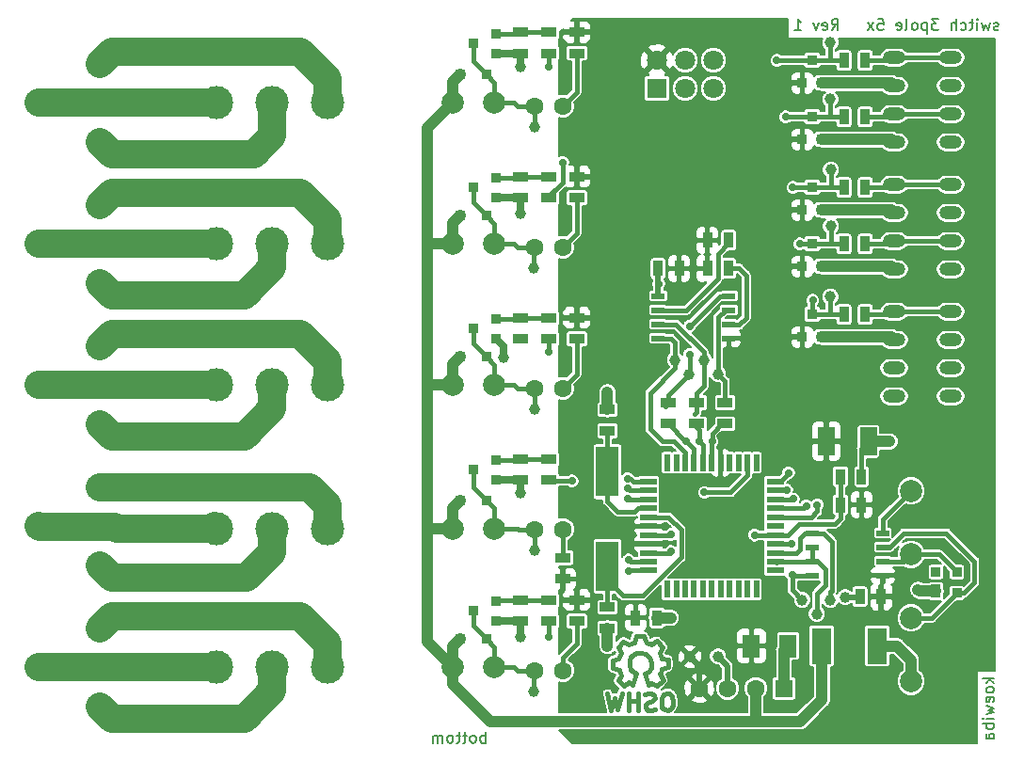
<source format=gbr>
G04 #@! TF.GenerationSoftware,KiCad,Pcbnew,5.0.0-fee4fd1~66~ubuntu16.04.1*
G04 #@! TF.CreationDate,2018-09-19T21:09:30+02:00*
G04 #@! TF.ProjectId,switch_3pole_5x,7377697463685F33706F6C655F35782E,1*
G04 #@! TF.SameCoordinates,Original*
G04 #@! TF.FileFunction,Copper,L2,Bot,Signal*
G04 #@! TF.FilePolarity,Positive*
%FSLAX46Y46*%
G04 Gerber Fmt 4.6, Leading zero omitted, Abs format (unit mm)*
G04 Created by KiCad (PCBNEW 5.0.0-fee4fd1~66~ubuntu16.04.1) date Wed Sep 19 21:09:30 2018*
%MOMM*%
%LPD*%
G01*
G04 APERTURE LIST*
G04 #@! TA.AperFunction,NonConductor*
%ADD10C,0.200000*%
G04 #@! TD*
G04 #@! TA.AperFunction,EtchedComponent*
%ADD11C,0.381000*%
G04 #@! TD*
G04 #@! TA.AperFunction,ComponentPad*
%ADD12C,1.600000*%
G04 #@! TD*
G04 #@! TA.AperFunction,ComponentPad*
%ADD13R,1.600000X1.600000*%
G04 #@! TD*
G04 #@! TA.AperFunction,ComponentPad*
%ADD14C,3.000000*%
G04 #@! TD*
G04 #@! TA.AperFunction,ComponentPad*
%ADD15C,2.000000*%
G04 #@! TD*
G04 #@! TA.AperFunction,ComponentPad*
%ADD16R,1.800000X1.800000*%
G04 #@! TD*
G04 #@! TA.AperFunction,ComponentPad*
%ADD17C,1.800000*%
G04 #@! TD*
G04 #@! TA.AperFunction,SMDPad,CuDef*
%ADD18R,1.143000X0.508000*%
G04 #@! TD*
G04 #@! TA.AperFunction,SMDPad,CuDef*
%ADD19R,0.914400X0.914400*%
G04 #@! TD*
G04 #@! TA.AperFunction,SMDPad,CuDef*
%ADD20C,0.850000*%
G04 #@! TD*
G04 #@! TA.AperFunction,Conductor*
%ADD21C,0.100000*%
G04 #@! TD*
G04 #@! TA.AperFunction,SMDPad,CuDef*
%ADD22R,0.850000X0.850000*%
G04 #@! TD*
G04 #@! TA.AperFunction,SMDPad,CuDef*
%ADD23R,0.850000X1.200000*%
G04 #@! TD*
G04 #@! TA.AperFunction,SMDPad,CuDef*
%ADD24R,1.780540X3.200400*%
G04 #@! TD*
G04 #@! TA.AperFunction,ComponentPad*
%ADD25O,2.000000X1.200000*%
G04 #@! TD*
G04 #@! TA.AperFunction,SMDPad,CuDef*
%ADD26R,0.889000X1.397000*%
G04 #@! TD*
G04 #@! TA.AperFunction,SMDPad,CuDef*
%ADD27R,1.397000X0.889000*%
G04 #@! TD*
G04 #@! TA.AperFunction,SMDPad,CuDef*
%ADD28R,1.524000X2.032000*%
G04 #@! TD*
G04 #@! TA.AperFunction,SMDPad,CuDef*
%ADD29R,1.501140X2.499360*%
G04 #@! TD*
G04 #@! TA.AperFunction,SMDPad,CuDef*
%ADD30R,1.998980X4.500880*%
G04 #@! TD*
G04 #@! TA.AperFunction,SMDPad,CuDef*
%ADD31R,0.550000X1.500000*%
G04 #@! TD*
G04 #@! TA.AperFunction,SMDPad,CuDef*
%ADD32R,1.500000X0.550000*%
G04 #@! TD*
G04 #@! TA.AperFunction,ComponentPad*
%ADD33C,2.200000*%
G04 #@! TD*
G04 #@! TA.AperFunction,BGAPad,CuDef*
%ADD34C,1.000000*%
G04 #@! TD*
G04 #@! TA.AperFunction,ViaPad*
%ADD35C,1.000000*%
G04 #@! TD*
G04 #@! TA.AperFunction,ViaPad*
%ADD36C,0.700000*%
G04 #@! TD*
G04 #@! TA.AperFunction,Conductor*
%ADD37C,0.500000*%
G04 #@! TD*
G04 #@! TA.AperFunction,Conductor*
%ADD38C,1.000000*%
G04 #@! TD*
G04 #@! TA.AperFunction,Conductor*
%ADD39C,0.400000*%
G04 #@! TD*
G04 #@! TA.AperFunction,Conductor*
%ADD40C,0.700000*%
G04 #@! TD*
G04 #@! TA.AperFunction,Conductor*
%ADD41C,2.500000*%
G04 #@! TD*
G04 #@! TA.AperFunction,Conductor*
%ADD42C,0.200000*%
G04 #@! TD*
G04 APERTURE END LIST*
D10*
X145867142Y-116022380D02*
X145867142Y-115022380D01*
X145867142Y-115403333D02*
X145771904Y-115355714D01*
X145581428Y-115355714D01*
X145486190Y-115403333D01*
X145438571Y-115450952D01*
X145390952Y-115546190D01*
X145390952Y-115831904D01*
X145438571Y-115927142D01*
X145486190Y-115974761D01*
X145581428Y-116022380D01*
X145771904Y-116022380D01*
X145867142Y-115974761D01*
X144819523Y-116022380D02*
X144914761Y-115974761D01*
X144962380Y-115927142D01*
X145010000Y-115831904D01*
X145010000Y-115546190D01*
X144962380Y-115450952D01*
X144914761Y-115403333D01*
X144819523Y-115355714D01*
X144676666Y-115355714D01*
X144581428Y-115403333D01*
X144533809Y-115450952D01*
X144486190Y-115546190D01*
X144486190Y-115831904D01*
X144533809Y-115927142D01*
X144581428Y-115974761D01*
X144676666Y-116022380D01*
X144819523Y-116022380D01*
X144200476Y-115355714D02*
X143819523Y-115355714D01*
X144057619Y-115022380D02*
X144057619Y-115879523D01*
X144010000Y-115974761D01*
X143914761Y-116022380D01*
X143819523Y-116022380D01*
X143629047Y-115355714D02*
X143248095Y-115355714D01*
X143486190Y-115022380D02*
X143486190Y-115879523D01*
X143438571Y-115974761D01*
X143343333Y-116022380D01*
X143248095Y-116022380D01*
X142771904Y-116022380D02*
X142867142Y-115974761D01*
X142914761Y-115927142D01*
X142962380Y-115831904D01*
X142962380Y-115546190D01*
X142914761Y-115450952D01*
X142867142Y-115403333D01*
X142771904Y-115355714D01*
X142629047Y-115355714D01*
X142533809Y-115403333D01*
X142486190Y-115450952D01*
X142438571Y-115546190D01*
X142438571Y-115831904D01*
X142486190Y-115927142D01*
X142533809Y-115974761D01*
X142629047Y-116022380D01*
X142771904Y-116022380D01*
X142010000Y-116022380D02*
X142010000Y-115355714D01*
X142010000Y-115450952D02*
X141962380Y-115403333D01*
X141867142Y-115355714D01*
X141724285Y-115355714D01*
X141629047Y-115403333D01*
X141581428Y-115498571D01*
X141581428Y-116022380D01*
X141581428Y-115498571D02*
X141533809Y-115403333D01*
X141438571Y-115355714D01*
X141295714Y-115355714D01*
X141200476Y-115403333D01*
X141152857Y-115498571D01*
X141152857Y-116022380D01*
X191587380Y-110223095D02*
X190587380Y-110223095D01*
X191206428Y-110318333D02*
X191587380Y-110604047D01*
X190920714Y-110604047D02*
X191301666Y-110223095D01*
X191587380Y-111175476D02*
X191539761Y-111080238D01*
X191492142Y-111032619D01*
X191396904Y-110985000D01*
X191111190Y-110985000D01*
X191015952Y-111032619D01*
X190968333Y-111080238D01*
X190920714Y-111175476D01*
X190920714Y-111318333D01*
X190968333Y-111413571D01*
X191015952Y-111461190D01*
X191111190Y-111508809D01*
X191396904Y-111508809D01*
X191492142Y-111461190D01*
X191539761Y-111413571D01*
X191587380Y-111318333D01*
X191587380Y-111175476D01*
X191539761Y-112318333D02*
X191587380Y-112223095D01*
X191587380Y-112032619D01*
X191539761Y-111937380D01*
X191444523Y-111889761D01*
X191063571Y-111889761D01*
X190968333Y-111937380D01*
X190920714Y-112032619D01*
X190920714Y-112223095D01*
X190968333Y-112318333D01*
X191063571Y-112365952D01*
X191158809Y-112365952D01*
X191254047Y-111889761D01*
X190920714Y-112699285D02*
X191587380Y-112889761D01*
X191111190Y-113080238D01*
X191587380Y-113270714D01*
X190920714Y-113461190D01*
X191587380Y-113842142D02*
X190920714Y-113842142D01*
X190587380Y-113842142D02*
X190635000Y-113794523D01*
X190682619Y-113842142D01*
X190635000Y-113889761D01*
X190587380Y-113842142D01*
X190682619Y-113842142D01*
X191587380Y-114318333D02*
X190587380Y-114318333D01*
X190968333Y-114318333D02*
X190920714Y-114413571D01*
X190920714Y-114604047D01*
X190968333Y-114699285D01*
X191015952Y-114746904D01*
X191111190Y-114794523D01*
X191396904Y-114794523D01*
X191492142Y-114746904D01*
X191539761Y-114699285D01*
X191587380Y-114604047D01*
X191587380Y-114413571D01*
X191539761Y-114318333D01*
X191587380Y-115651666D02*
X191063571Y-115651666D01*
X190968333Y-115604047D01*
X190920714Y-115508809D01*
X190920714Y-115318333D01*
X190968333Y-115223095D01*
X191539761Y-115651666D02*
X191587380Y-115556428D01*
X191587380Y-115318333D01*
X191539761Y-115223095D01*
X191444523Y-115175476D01*
X191349285Y-115175476D01*
X191254047Y-115223095D01*
X191206428Y-115318333D01*
X191206428Y-115556428D01*
X191158809Y-115651666D01*
X192008809Y-51839761D02*
X191913571Y-51887380D01*
X191723095Y-51887380D01*
X191627857Y-51839761D01*
X191580238Y-51744523D01*
X191580238Y-51696904D01*
X191627857Y-51601666D01*
X191723095Y-51554047D01*
X191865952Y-51554047D01*
X191961190Y-51506428D01*
X192008809Y-51411190D01*
X192008809Y-51363571D01*
X191961190Y-51268333D01*
X191865952Y-51220714D01*
X191723095Y-51220714D01*
X191627857Y-51268333D01*
X191246904Y-51220714D02*
X191056428Y-51887380D01*
X190865952Y-51411190D01*
X190675476Y-51887380D01*
X190485000Y-51220714D01*
X190104047Y-51887380D02*
X190104047Y-51220714D01*
X190104047Y-50887380D02*
X190151666Y-50935000D01*
X190104047Y-50982619D01*
X190056428Y-50935000D01*
X190104047Y-50887380D01*
X190104047Y-50982619D01*
X189770714Y-51220714D02*
X189389761Y-51220714D01*
X189627857Y-50887380D02*
X189627857Y-51744523D01*
X189580238Y-51839761D01*
X189485000Y-51887380D01*
X189389761Y-51887380D01*
X188627857Y-51839761D02*
X188723095Y-51887380D01*
X188913571Y-51887380D01*
X189008809Y-51839761D01*
X189056428Y-51792142D01*
X189104047Y-51696904D01*
X189104047Y-51411190D01*
X189056428Y-51315952D01*
X189008809Y-51268333D01*
X188913571Y-51220714D01*
X188723095Y-51220714D01*
X188627857Y-51268333D01*
X188199285Y-51887380D02*
X188199285Y-50887380D01*
X187770714Y-51887380D02*
X187770714Y-51363571D01*
X187818333Y-51268333D01*
X187913571Y-51220714D01*
X188056428Y-51220714D01*
X188151666Y-51268333D01*
X188199285Y-51315952D01*
X186627857Y-50887380D02*
X186008809Y-50887380D01*
X186342142Y-51268333D01*
X186199285Y-51268333D01*
X186104047Y-51315952D01*
X186056428Y-51363571D01*
X186008809Y-51458809D01*
X186008809Y-51696904D01*
X186056428Y-51792142D01*
X186104047Y-51839761D01*
X186199285Y-51887380D01*
X186485000Y-51887380D01*
X186580238Y-51839761D01*
X186627857Y-51792142D01*
X185580238Y-51220714D02*
X185580238Y-52220714D01*
X185580238Y-51268333D02*
X185485000Y-51220714D01*
X185294523Y-51220714D01*
X185199285Y-51268333D01*
X185151666Y-51315952D01*
X185104047Y-51411190D01*
X185104047Y-51696904D01*
X185151666Y-51792142D01*
X185199285Y-51839761D01*
X185294523Y-51887380D01*
X185485000Y-51887380D01*
X185580238Y-51839761D01*
X184532619Y-51887380D02*
X184627857Y-51839761D01*
X184675476Y-51792142D01*
X184723095Y-51696904D01*
X184723095Y-51411190D01*
X184675476Y-51315952D01*
X184627857Y-51268333D01*
X184532619Y-51220714D01*
X184389761Y-51220714D01*
X184294523Y-51268333D01*
X184246904Y-51315952D01*
X184199285Y-51411190D01*
X184199285Y-51696904D01*
X184246904Y-51792142D01*
X184294523Y-51839761D01*
X184389761Y-51887380D01*
X184532619Y-51887380D01*
X183627857Y-51887380D02*
X183723095Y-51839761D01*
X183770714Y-51744523D01*
X183770714Y-50887380D01*
X182865952Y-51839761D02*
X182961190Y-51887380D01*
X183151666Y-51887380D01*
X183246904Y-51839761D01*
X183294523Y-51744523D01*
X183294523Y-51363571D01*
X183246904Y-51268333D01*
X183151666Y-51220714D01*
X182961190Y-51220714D01*
X182865952Y-51268333D01*
X182818333Y-51363571D01*
X182818333Y-51458809D01*
X183294523Y-51554047D01*
X181151666Y-50887380D02*
X181627857Y-50887380D01*
X181675476Y-51363571D01*
X181627857Y-51315952D01*
X181532619Y-51268333D01*
X181294523Y-51268333D01*
X181199285Y-51315952D01*
X181151666Y-51363571D01*
X181104047Y-51458809D01*
X181104047Y-51696904D01*
X181151666Y-51792142D01*
X181199285Y-51839761D01*
X181294523Y-51887380D01*
X181532619Y-51887380D01*
X181627857Y-51839761D01*
X181675476Y-51792142D01*
X180770714Y-51887380D02*
X180246904Y-51220714D01*
X180770714Y-51220714D02*
X180246904Y-51887380D01*
X177008809Y-51887380D02*
X177342142Y-51411190D01*
X177580238Y-51887380D02*
X177580238Y-50887380D01*
X177199285Y-50887380D01*
X177104047Y-50935000D01*
X177056428Y-50982619D01*
X177008809Y-51077857D01*
X177008809Y-51220714D01*
X177056428Y-51315952D01*
X177104047Y-51363571D01*
X177199285Y-51411190D01*
X177580238Y-51411190D01*
X176199285Y-51839761D02*
X176294523Y-51887380D01*
X176485000Y-51887380D01*
X176580238Y-51839761D01*
X176627857Y-51744523D01*
X176627857Y-51363571D01*
X176580238Y-51268333D01*
X176485000Y-51220714D01*
X176294523Y-51220714D01*
X176199285Y-51268333D01*
X176151666Y-51363571D01*
X176151666Y-51458809D01*
X176627857Y-51554047D01*
X175818333Y-51220714D02*
X175580238Y-51887380D01*
X175342142Y-51220714D01*
X173675476Y-51887380D02*
X174246904Y-51887380D01*
X173961190Y-51887380D02*
X173961190Y-50887380D01*
X174056428Y-51030238D01*
X174151666Y-51125476D01*
X174246904Y-51173095D01*
D11*
G04 #@! TO.C,LOGO2*
X159454480Y-109794160D02*
X159055700Y-110794920D01*
X160155520Y-109794160D02*
X160506040Y-110794920D01*
X160506040Y-109596040D02*
X160155520Y-109794160D01*
X160754960Y-109293780D02*
X160506040Y-109596040D01*
X160805760Y-108795940D02*
X160754960Y-109293780D01*
X160655900Y-108343820D02*
X160805760Y-108795940D01*
X160254580Y-107995840D02*
X160655900Y-108343820D01*
X159855800Y-107894240D02*
X160254580Y-107995840D01*
X159406220Y-107945040D02*
X159855800Y-107894240D01*
X158954100Y-108295560D02*
X159406220Y-107945040D01*
X158804240Y-108646080D02*
X158954100Y-108295560D01*
X158804240Y-109044860D02*
X158804240Y-108646080D01*
X158954100Y-109446180D02*
X158804240Y-109044860D01*
X159154760Y-109644300D02*
X158954100Y-109446180D01*
X159454480Y-109794160D02*
X159154760Y-109644300D01*
X161735400Y-109415700D02*
X161595700Y-109814480D01*
X162294200Y-109215040D02*
X161735400Y-109415700D01*
X162284040Y-108514000D02*
X162294200Y-109215040D01*
X161735400Y-108414940D02*
X162284040Y-108514000D01*
X161565220Y-107934880D02*
X161735400Y-108414940D01*
X161814140Y-107393860D02*
X161565220Y-107934880D01*
X161295980Y-106865540D02*
X161814140Y-107393860D01*
X160744800Y-107134780D02*
X161295980Y-106865540D01*
X160325700Y-106964600D02*
X160744800Y-107134780D01*
X160114880Y-106415960D02*
X160325700Y-106964600D01*
X159424000Y-106433740D02*
X160114880Y-106415960D01*
X159253820Y-106974760D02*
X159424000Y-106433740D01*
X158783920Y-107175420D02*
X159253820Y-106974760D01*
X158265760Y-106913800D02*
X158783920Y-107175420D01*
X157795860Y-107424340D02*
X158265760Y-106913800D01*
X158065100Y-107894240D02*
X157795860Y-107424340D01*
X157864440Y-108465740D02*
X158065100Y-107894240D01*
X157305640Y-108605440D02*
X157864440Y-108465740D01*
X157305640Y-109286160D02*
X157305640Y-108605440D01*
X157915240Y-109474120D02*
X157305640Y-109286160D01*
X158105740Y-109944020D02*
X157915240Y-109474120D01*
X157823800Y-110424080D02*
X158105740Y-109944020D01*
X158296240Y-110914300D02*
X157823800Y-110424080D01*
X158735660Y-110584100D02*
X158296240Y-110914300D01*
X159065860Y-110774600D02*
X158735660Y-110584100D01*
X160785440Y-110634900D02*
X160506040Y-110794920D01*
X161306140Y-110904140D02*
X160785440Y-110634900D01*
X161844620Y-110385980D02*
X161306140Y-110904140D01*
X161585540Y-109824640D02*
X161844620Y-110385980D01*
X161844620Y-111683920D02*
X162205300Y-111554380D01*
X161735400Y-111965860D02*
X161844620Y-111683920D01*
X161684600Y-112374800D02*
X161735400Y-111965860D01*
X161755720Y-112834540D02*
X161684600Y-112374800D01*
X161974160Y-113014880D02*
X161755720Y-112834540D01*
X162284040Y-113086000D02*
X161974160Y-113014880D01*
X162535500Y-112964080D02*
X162284040Y-113086000D01*
X162736160Y-112644040D02*
X162535500Y-112964080D01*
X162764100Y-112296060D02*
X162736160Y-112644040D01*
X162675200Y-111805840D02*
X162764100Y-112296060D01*
X162433900Y-111564540D02*
X162675200Y-111805840D01*
X162184980Y-111544220D02*
X162433900Y-111564540D01*
X160795600Y-113103780D02*
X161146120Y-112994560D01*
X160475560Y-113075840D02*
X160795600Y-113103780D01*
X160244420Y-112854860D02*
X160475560Y-113075840D01*
X160285060Y-112555140D02*
X160244420Y-112854860D01*
X160465400Y-112395120D02*
X160285060Y-112555140D01*
X160854020Y-112265580D02*
X160465400Y-112395120D01*
X161095320Y-112024280D02*
X160854020Y-112265580D01*
X161064840Y-111755040D02*
X161095320Y-112024280D01*
X160826080Y-111554380D02*
X161064840Y-111755040D01*
X160506040Y-111564540D02*
X160826080Y-111554380D01*
X160155520Y-111645820D02*
X160506040Y-111564540D01*
X159604340Y-113113940D02*
X159594180Y-113103780D01*
X159604340Y-111544220D02*
X159604340Y-113113940D01*
X158715340Y-111554380D02*
X158715340Y-113096160D01*
X158755980Y-112275740D02*
X158755980Y-112265580D01*
X158766140Y-112265580D02*
X158755980Y-112275740D01*
X159556080Y-112275740D02*
X158766140Y-112265580D01*
X157186260Y-113065680D02*
X156845900Y-111615340D01*
X157496140Y-111993800D02*
X157186260Y-113065680D01*
X157775540Y-113055520D02*
X157496140Y-111993800D01*
X158136220Y-111584860D02*
X157775540Y-113055520D01*
G04 #@! TD*
D12*
G04 #@! TO.P,U7,4*
G04 #@! TO.N,+5V*
X165100000Y-111125000D03*
G04 #@! TO.P,U7,3*
G04 #@! TO.N,GND*
X167640000Y-111125000D03*
G04 #@! TO.P,U7,2*
G04 #@! TO.N,+24V*
X170180000Y-111125000D03*
D13*
G04 #@! TO.P,U7,1*
G04 #@! TO.N,GND*
X172720000Y-111125000D03*
G04 #@! TD*
D14*
G04 #@! TO.P,REL5,5*
G04 #@! TO.N,/Relays/RELAY_4_NO*
X121685000Y-109220000D03*
G04 #@! TO.P,REL5,4*
G04 #@! TO.N,/Relays/RELAY_4_COM*
X126685000Y-109220000D03*
G04 #@! TO.P,REL5,3*
G04 #@! TO.N,/Relays/RELAY_4_NC*
X131685000Y-109220000D03*
D15*
G04 #@! TO.P,REL5,2*
G04 #@! TO.N,+24V*
X142935000Y-109220000D03*
G04 #@! TO.P,REL5,1*
G04 #@! TO.N,Net-(D10-Pad2)*
X146685000Y-109220000D03*
G04 #@! TD*
D14*
G04 #@! TO.P,REL1,5*
G04 #@! TO.N,/Relays/RELAY_0_NO*
X121685000Y-58420000D03*
G04 #@! TO.P,REL1,4*
G04 #@! TO.N,/Relays/RELAY_0_COM*
X126685000Y-58420000D03*
G04 #@! TO.P,REL1,3*
G04 #@! TO.N,/Relays/RELAY_0_NC*
X131685000Y-58420000D03*
D15*
G04 #@! TO.P,REL1,2*
G04 #@! TO.N,+24V*
X142935000Y-58420000D03*
G04 #@! TO.P,REL1,1*
G04 #@! TO.N,Net-(D1-Pad1)*
X146685000Y-58420000D03*
G04 #@! TD*
D14*
G04 #@! TO.P,REL2,5*
G04 #@! TO.N,/Relays/RELAY_1_NO*
X121685000Y-71120000D03*
G04 #@! TO.P,REL2,4*
G04 #@! TO.N,/Relays/RELAY_1_COM*
X126685000Y-71120000D03*
G04 #@! TO.P,REL2,3*
G04 #@! TO.N,/Relays/RELAY_1_NC*
X131685000Y-71120000D03*
D15*
G04 #@! TO.P,REL2,2*
G04 #@! TO.N,+24V*
X142935000Y-71120000D03*
G04 #@! TO.P,REL2,1*
G04 #@! TO.N,Net-(D2-Pad1)*
X146685000Y-71120000D03*
G04 #@! TD*
D14*
G04 #@! TO.P,REL3,5*
G04 #@! TO.N,/Relays/RELAY_2_NO*
X121685000Y-83820000D03*
G04 #@! TO.P,REL3,4*
G04 #@! TO.N,/Relays/RELAY_2_COM*
X126685000Y-83820000D03*
G04 #@! TO.P,REL3,3*
G04 #@! TO.N,/Relays/RELAY_2_NC*
X131685000Y-83820000D03*
D15*
G04 #@! TO.P,REL3,2*
G04 #@! TO.N,+24V*
X142935000Y-83820000D03*
G04 #@! TO.P,REL3,1*
G04 #@! TO.N,Net-(D3-Pad1)*
X146685000Y-83820000D03*
G04 #@! TD*
D14*
G04 #@! TO.P,REL4,5*
G04 #@! TO.N,/Relays/RELAY_3_NO*
X121685000Y-96733542D03*
G04 #@! TO.P,REL4,4*
G04 #@! TO.N,/Relays/RELAY_3_COM*
X126685000Y-96733542D03*
G04 #@! TO.P,REL4,3*
G04 #@! TO.N,/Relays/RELAY_3_NC*
X131685000Y-96733542D03*
D15*
G04 #@! TO.P,REL4,2*
G04 #@! TO.N,+24V*
X142935000Y-96733542D03*
G04 #@! TO.P,REL4,1*
G04 #@! TO.N,Net-(D4-Pad1)*
X146685000Y-96733542D03*
G04 #@! TD*
D12*
G04 #@! TO.P,D6,2*
G04 #@! TO.N,Net-(D1-Pad1)*
X150280000Y-58730000D03*
G04 #@! TO.P,D6,1*
G04 #@! TO.N,Net-(D6-Pad1)*
X152820000Y-58730000D03*
G04 #@! TD*
G04 #@! TO.P,D7,2*
G04 #@! TO.N,Net-(D2-Pad1)*
X150280000Y-71430000D03*
G04 #@! TO.P,D7,1*
G04 #@! TO.N,Net-(D7-Pad1)*
X152820000Y-71430000D03*
G04 #@! TD*
G04 #@! TO.P,D8,2*
G04 #@! TO.N,Net-(D3-Pad1)*
X150280000Y-84130000D03*
G04 #@! TO.P,D8,1*
G04 #@! TO.N,Net-(D8-Pad1)*
X152820000Y-84130000D03*
G04 #@! TD*
G04 #@! TO.P,D9,2*
G04 #@! TO.N,Net-(D4-Pad1)*
X150280000Y-96830000D03*
G04 #@! TO.P,D9,1*
G04 #@! TO.N,Net-(D9-Pad1)*
X152820000Y-96830000D03*
G04 #@! TD*
G04 #@! TO.P,D10,2*
G04 #@! TO.N,Net-(D10-Pad2)*
X150280000Y-109530000D03*
G04 #@! TO.P,D10,1*
G04 #@! TO.N,Net-(D10-Pad1)*
X152820000Y-109530000D03*
G04 #@! TD*
D15*
G04 #@! TO.P,J16,1*
G04 #@! TO.N,GND*
X184150000Y-93345000D03*
G04 #@! TD*
G04 #@! TO.P,J13,1*
G04 #@! TO.N,Net-(F2-Pad2)*
X184150000Y-110490000D03*
G04 #@! TD*
G04 #@! TO.P,J14,1*
G04 #@! TO.N,/bus_atmega328_basic/A*
X184150000Y-104775000D03*
G04 #@! TD*
G04 #@! TO.P,J15,1*
G04 #@! TO.N,/bus_atmega328_basic/B*
X184150000Y-99060000D03*
G04 #@! TD*
D16*
G04 #@! TO.P,J12,1*
G04 #@! TO.N,/bus_atmega328_basic/PB4_MISO*
X161290000Y-57150000D03*
D17*
G04 #@! TO.P,J12,2*
G04 #@! TO.N,+5V*
X161290000Y-54610000D03*
G04 #@! TO.P,J12,3*
G04 #@! TO.N,/bus_atmega328_basic/PB5_SCK*
X163830000Y-57150000D03*
G04 #@! TO.P,J12,4*
G04 #@! TO.N,/bus_atmega328_basic/PB3_MOSI*
X163830000Y-54610000D03*
G04 #@! TO.P,J12,5*
G04 #@! TO.N,/bus_atmega328_basic//RESET*
X166370000Y-57150000D03*
G04 #@! TO.P,J12,6*
G04 #@! TO.N,GND*
X166370000Y-54610000D03*
G04 #@! TD*
D18*
G04 #@! TO.P,U3,1*
G04 #@! TO.N,/bus_atmega328_basic//CSEEP*
X161417000Y-79629000D03*
G04 #@! TO.P,U3,2*
G04 #@! TO.N,/bus_atmega328_basic/MISO*
X161417000Y-78359000D03*
G04 #@! TO.P,U3,3*
G04 #@! TO.N,Net-(R31-Pad2)*
X161417000Y-77089000D03*
G04 #@! TO.P,U3,4*
G04 #@! TO.N,GND*
X161417000Y-75819000D03*
G04 #@! TO.P,U3,5*
G04 #@! TO.N,/bus_atmega328_basic/MOSI*
X167767000Y-75819000D03*
G04 #@! TO.P,U3,6*
G04 #@! TO.N,/bus_atmega328_basic/SCK*
X167767000Y-77089000D03*
G04 #@! TO.P,U3,7*
G04 #@! TO.N,Net-(R35-Pad2)*
X167767000Y-78359000D03*
G04 #@! TO.P,U3,8*
G04 #@! TO.N,+5V*
X167767000Y-79629000D03*
G04 #@! TD*
G04 #@! TO.P,U6,1*
G04 #@! TO.N,/bus_atmega328_basic/RXD0*
X175260000Y-100965000D03*
G04 #@! TO.P,U6,2*
G04 #@! TO.N,/bus_atmega328_basic/TXD0EN*
X175260000Y-99695000D03*
G04 #@! TO.P,U6,3*
X175260000Y-98425000D03*
G04 #@! TO.P,U6,4*
G04 #@! TO.N,/bus_atmega328_basic/TXD0*
X175260000Y-97155000D03*
G04 #@! TO.P,U6,5*
G04 #@! TO.N,GND*
X181610000Y-97155000D03*
G04 #@! TO.P,U6,6*
G04 #@! TO.N,/bus_atmega328_basic/A*
X181610000Y-98425000D03*
G04 #@! TO.P,U6,7*
G04 #@! TO.N,/bus_atmega328_basic/B*
X181610000Y-99695000D03*
G04 #@! TO.P,U6,8*
G04 #@! TO.N,+5V*
X181610000Y-100965000D03*
G04 #@! TD*
D19*
G04 #@! TO.P,D11,3*
G04 #@! TO.N,//button_0*
X175260000Y-54610000D03*
G04 #@! TO.P,D11,1*
G04 #@! TO.N,GND*
X176149000Y-56642000D03*
G04 #@! TO.P,D11,2*
G04 #@! TO.N,+5V*
X174371000Y-56642000D03*
G04 #@! TD*
G04 #@! TO.P,D12,3*
G04 #@! TO.N,//button_1*
X175260000Y-59690000D03*
G04 #@! TO.P,D12,1*
G04 #@! TO.N,GND*
X176149000Y-61722000D03*
G04 #@! TO.P,D12,2*
G04 #@! TO.N,+5V*
X174371000Y-61722000D03*
G04 #@! TD*
G04 #@! TO.P,D13,3*
G04 #@! TO.N,//button_2*
X175260000Y-66040000D03*
G04 #@! TO.P,D13,1*
G04 #@! TO.N,GND*
X176149000Y-68072000D03*
G04 #@! TO.P,D13,2*
G04 #@! TO.N,+5V*
X174371000Y-68072000D03*
G04 #@! TD*
G04 #@! TO.P,D14,3*
G04 #@! TO.N,//button_3*
X175260000Y-71120000D03*
G04 #@! TO.P,D14,1*
G04 #@! TO.N,GND*
X176149000Y-73152000D03*
G04 #@! TO.P,D14,2*
G04 #@! TO.N,+5V*
X174371000Y-73152000D03*
G04 #@! TD*
G04 #@! TO.P,D15,3*
G04 #@! TO.N,//button_4*
X175260000Y-77470000D03*
G04 #@! TO.P,D15,1*
G04 #@! TO.N,GND*
X176149000Y-79502000D03*
G04 #@! TO.P,D15,2*
G04 #@! TO.N,+5V*
X174371000Y-79502000D03*
G04 #@! TD*
D20*
G04 #@! TO.P,D22,4*
G04 #@! TO.N,/bus_atmega328_basic/A*
X188275000Y-102550000D03*
D21*
G04 #@! TD*
G04 #@! TO.N,/bus_atmega328_basic/A*
G04 #@! TO.C,D22*
G36*
X188700000Y-102975000D02*
X187850000Y-102975000D01*
X187850000Y-102125000D01*
X188700000Y-102125000D01*
X188700000Y-102975000D01*
X188700000Y-102975000D01*
G37*
D22*
G04 #@! TO.P,D22,3*
G04 #@! TO.N,/bus_atmega328_basic/B*
X188275000Y-100650000D03*
G04 #@! TO.P,D22,2*
G04 #@! TO.N,N/C*
X186375000Y-100650000D03*
D23*
G04 #@! TO.P,D22,1*
G04 #@! TO.N,GND*
X186375000Y-102369620D03*
G04 #@! TD*
D24*
G04 #@! TO.P,F2,2*
G04 #@! TO.N,Net-(F2-Pad2)*
X181124200Y-107315000D03*
G04 #@! TO.P,F2,1*
G04 #@! TO.N,+24V*
X176120400Y-107315000D03*
G04 #@! TD*
D25*
G04 #@! TO.P,J7,4*
G04 #@! TO.N,GND*
X182626000Y-61976000D03*
G04 #@! TO.P,J7,3*
G04 #@! TO.N,Net-(J7-Pad3)*
X182626000Y-59436000D03*
G04 #@! TO.P,J7,2*
G04 #@! TO.N,GND*
X182626000Y-56896000D03*
G04 #@! TO.P,J7,1*
G04 #@! TO.N,Net-(J7-Pad1)*
X182626000Y-54356000D03*
G04 #@! TO.P,J7,4*
G04 #@! TO.N,GND*
X187706000Y-61976000D03*
G04 #@! TO.P,J7,3*
G04 #@! TO.N,Net-(J7-Pad3)*
X187706000Y-59436000D03*
G04 #@! TO.P,J7,1*
G04 #@! TO.N,Net-(J7-Pad1)*
X187706000Y-54356000D03*
G04 #@! TO.P,J7,2*
G04 #@! TO.N,GND*
X187706000Y-56896000D03*
G04 #@! TD*
G04 #@! TO.P,J8,4*
G04 #@! TO.N,GND*
X182626000Y-73406000D03*
G04 #@! TO.P,J8,3*
G04 #@! TO.N,Net-(J8-Pad3)*
X182626000Y-70866000D03*
G04 #@! TO.P,J8,2*
G04 #@! TO.N,GND*
X182626000Y-68326000D03*
G04 #@! TO.P,J8,1*
G04 #@! TO.N,Net-(J8-Pad1)*
X182626000Y-65786000D03*
G04 #@! TO.P,J8,4*
G04 #@! TO.N,GND*
X187706000Y-73406000D03*
G04 #@! TO.P,J8,3*
G04 #@! TO.N,Net-(J8-Pad3)*
X187706000Y-70866000D03*
G04 #@! TO.P,J8,1*
G04 #@! TO.N,Net-(J8-Pad1)*
X187706000Y-65786000D03*
G04 #@! TO.P,J8,2*
G04 #@! TO.N,GND*
X187706000Y-68326000D03*
G04 #@! TD*
G04 #@! TO.P,J9,4*
G04 #@! TO.N,N/C*
X182626000Y-84836000D03*
G04 #@! TO.P,J9,3*
X182626000Y-82296000D03*
G04 #@! TO.P,J9,2*
G04 #@! TO.N,GND*
X182626000Y-79756000D03*
G04 #@! TO.P,J9,1*
G04 #@! TO.N,Net-(J9-Pad1)*
X182626000Y-77216000D03*
G04 #@! TO.P,J9,4*
G04 #@! TO.N,N/C*
X187706000Y-84836000D03*
G04 #@! TO.P,J9,3*
X187706000Y-82296000D03*
G04 #@! TO.P,J9,1*
G04 #@! TO.N,Net-(J9-Pad1)*
X187706000Y-77216000D03*
G04 #@! TO.P,J9,2*
G04 #@! TO.N,GND*
X187706000Y-79756000D03*
G04 #@! TD*
D19*
G04 #@! TO.P,Q1,3*
G04 #@! TO.N,Net-(D1-Pad1)*
X144780000Y-53086000D03*
G04 #@! TO.P,Q1,1*
G04 #@! TO.N,Net-(Q1-Pad1)*
X146812000Y-52197000D03*
G04 #@! TO.P,Q1,2*
G04 #@! TO.N,GND*
X146812000Y-53975000D03*
G04 #@! TD*
G04 #@! TO.P,Q2,3*
G04 #@! TO.N,Net-(D2-Pad1)*
X144780000Y-66040000D03*
G04 #@! TO.P,Q2,1*
G04 #@! TO.N,Net-(Q2-Pad1)*
X146812000Y-65151000D03*
G04 #@! TO.P,Q2,2*
G04 #@! TO.N,GND*
X146812000Y-66929000D03*
G04 #@! TD*
G04 #@! TO.P,Q3,3*
G04 #@! TO.N,Net-(D3-Pad1)*
X144780000Y-78740000D03*
G04 #@! TO.P,Q3,1*
G04 #@! TO.N,Net-(Q3-Pad1)*
X146812000Y-77851000D03*
G04 #@! TO.P,Q3,2*
G04 #@! TO.N,GND*
X146812000Y-79629000D03*
G04 #@! TD*
G04 #@! TO.P,Q4,3*
G04 #@! TO.N,Net-(D4-Pad1)*
X144780000Y-91440000D03*
G04 #@! TO.P,Q4,1*
G04 #@! TO.N,Net-(Q4-Pad1)*
X146812000Y-90551000D03*
G04 #@! TO.P,Q4,2*
G04 #@! TO.N,GND*
X146812000Y-92329000D03*
G04 #@! TD*
G04 #@! TO.P,Q5,3*
G04 #@! TO.N,Net-(D10-Pad2)*
X144780000Y-104140000D03*
G04 #@! TO.P,Q5,1*
G04 #@! TO.N,Net-(Q5-Pad1)*
X146812000Y-103251000D03*
G04 #@! TO.P,Q5,2*
G04 #@! TO.N,GND*
X146812000Y-105029000D03*
G04 #@! TD*
D26*
G04 #@! TO.P,C3,2*
G04 #@! TO.N,GND*
X161290000Y-104775000D03*
G04 #@! TO.P,C3,1*
G04 #@! TO.N,+5V*
X159385000Y-104775000D03*
G04 #@! TD*
G04 #@! TO.P,C4,2*
G04 #@! TO.N,GND*
X161392500Y-73335000D03*
G04 #@! TO.P,C4,1*
G04 #@! TO.N,+5V*
X163297500Y-73335000D03*
G04 #@! TD*
D27*
G04 #@! TO.P,C5,2*
G04 #@! TO.N,GND*
X156845000Y-105727500D03*
G04 #@! TO.P,C5,1*
G04 #@! TO.N,Net-(C5-Pad1)*
X156845000Y-103822500D03*
G04 #@! TD*
G04 #@! TO.P,C6,2*
G04 #@! TO.N,GND*
X156845000Y-86042500D03*
G04 #@! TO.P,C6,1*
G04 #@! TO.N,Net-(C6-Pad1)*
X156845000Y-87947500D03*
G04 #@! TD*
D26*
G04 #@! TO.P,C7,2*
G04 #@! TO.N,GND*
X179705000Y-92075000D03*
G04 #@! TO.P,C7,1*
G04 #@! TO.N,/bus_atmega328_basic//RESET*
X177800000Y-92075000D03*
G04 #@! TD*
D28*
G04 #@! TO.P,C8,2*
G04 #@! TO.N,GND*
X173101000Y-107315000D03*
G04 #@! TO.P,C8,1*
G04 #@! TO.N,+5V*
X169799000Y-107315000D03*
G04 #@! TD*
D26*
G04 #@! TO.P,C9,2*
G04 #@! TO.N,+5V*
X181458500Y-102870000D03*
G04 #@! TO.P,C9,1*
G04 #@! TO.N,GND*
X179553500Y-102870000D03*
G04 #@! TD*
D19*
G04 #@! TO.P,D1,2*
G04 #@! TO.N,+24V*
X143603980Y-55880000D03*
G04 #@! TO.P,D1,1*
G04 #@! TO.N,Net-(D1-Pad1)*
X145956020Y-55880000D03*
G04 #@! TD*
G04 #@! TO.P,D2,2*
G04 #@! TO.N,+24V*
X143603980Y-68580000D03*
G04 #@! TO.P,D2,1*
G04 #@! TO.N,Net-(D2-Pad1)*
X145956020Y-68580000D03*
G04 #@! TD*
G04 #@! TO.P,D3,2*
G04 #@! TO.N,+24V*
X143603980Y-81280000D03*
G04 #@! TO.P,D3,1*
G04 #@! TO.N,Net-(D3-Pad1)*
X145956020Y-81280000D03*
G04 #@! TD*
G04 #@! TO.P,D4,2*
G04 #@! TO.N,+24V*
X143603980Y-94193542D03*
G04 #@! TO.P,D4,1*
G04 #@! TO.N,Net-(D4-Pad1)*
X145956020Y-94193542D03*
G04 #@! TD*
G04 #@! TO.P,D5,2*
G04 #@! TO.N,+24V*
X143603980Y-106680000D03*
G04 #@! TO.P,D5,1*
G04 #@! TO.N,Net-(D10-Pad2)*
X145956020Y-106680000D03*
G04 #@! TD*
D29*
G04 #@! TO.P,D21,2*
G04 #@! TO.N,+5V*
X176530000Y-88900000D03*
G04 #@! TO.P,D21,1*
G04 #@! TO.N,GND*
X180340000Y-88900000D03*
G04 #@! TD*
D27*
G04 #@! TO.P,R1,2*
G04 #@! TO.N,GND*
X149010000Y-53967500D03*
G04 #@! TO.P,R1,1*
G04 #@! TO.N,Net-(Q1-Pad1)*
X149010000Y-52062500D03*
G04 #@! TD*
G04 #@! TO.P,R2,2*
G04 #@! TO.N,GND*
X149010000Y-66992500D03*
G04 #@! TO.P,R2,1*
G04 #@! TO.N,Net-(Q2-Pad1)*
X149010000Y-65087500D03*
G04 #@! TD*
G04 #@! TO.P,R3,2*
G04 #@! TO.N,N/C*
X149010000Y-79692500D03*
G04 #@! TO.P,R3,1*
G04 #@! TO.N,Net-(Q3-Pad1)*
X149010000Y-77787500D03*
G04 #@! TD*
G04 #@! TO.P,R4,2*
G04 #@! TO.N,GND*
X149010000Y-92392500D03*
G04 #@! TO.P,R4,1*
G04 #@! TO.N,Net-(Q4-Pad1)*
X149010000Y-90487500D03*
G04 #@! TD*
G04 #@! TO.P,R5,2*
G04 #@! TO.N,GND*
X149010000Y-105092500D03*
G04 #@! TO.P,R5,1*
G04 #@! TO.N,Net-(Q5-Pad1)*
X149010000Y-103187500D03*
G04 #@! TD*
G04 #@! TO.P,R7,2*
G04 #@! TO.N,/relay_0*
X151550000Y-53967500D03*
G04 #@! TO.P,R7,1*
G04 #@! TO.N,Net-(Q1-Pad1)*
X151550000Y-52062500D03*
G04 #@! TD*
G04 #@! TO.P,R8,2*
G04 #@! TO.N,/relay_1*
X151550000Y-66992500D03*
G04 #@! TO.P,R8,1*
G04 #@! TO.N,Net-(Q2-Pad1)*
X151550000Y-65087500D03*
G04 #@! TD*
G04 #@! TO.P,R9,2*
G04 #@! TO.N,/relay_2*
X151550000Y-79692500D03*
G04 #@! TO.P,R9,1*
G04 #@! TO.N,Net-(Q3-Pad1)*
X151550000Y-77787500D03*
G04 #@! TD*
G04 #@! TO.P,R10,2*
G04 #@! TO.N,/relay_3*
X151550000Y-92392500D03*
G04 #@! TO.P,R10,1*
G04 #@! TO.N,Net-(Q4-Pad1)*
X151550000Y-90487500D03*
G04 #@! TD*
G04 #@! TO.P,R11,2*
G04 #@! TO.N,/relay_4*
X151550000Y-105092500D03*
G04 #@! TO.P,R11,1*
G04 #@! TO.N,Net-(Q5-Pad1)*
X151550000Y-103187500D03*
G04 #@! TD*
D26*
G04 #@! TO.P,R21,2*
G04 #@! TO.N,Net-(J7-Pad1)*
X180022500Y-54610000D03*
G04 #@! TO.P,R21,1*
G04 #@! TO.N,//button_0*
X178117500Y-54610000D03*
G04 #@! TD*
G04 #@! TO.P,R22,2*
G04 #@! TO.N,Net-(J7-Pad3)*
X180022500Y-59690000D03*
G04 #@! TO.P,R22,1*
G04 #@! TO.N,//button_1*
X178117500Y-59690000D03*
G04 #@! TD*
G04 #@! TO.P,R23,2*
G04 #@! TO.N,Net-(J8-Pad1)*
X180022500Y-66040000D03*
G04 #@! TO.P,R23,1*
G04 #@! TO.N,//button_2*
X178117500Y-66040000D03*
G04 #@! TD*
G04 #@! TO.P,R24,2*
G04 #@! TO.N,Net-(J8-Pad3)*
X180022500Y-71120000D03*
G04 #@! TO.P,R24,1*
G04 #@! TO.N,//button_3*
X178117500Y-71120000D03*
G04 #@! TD*
G04 #@! TO.P,R25,2*
G04 #@! TO.N,Net-(J9-Pad1)*
X180022500Y-77470000D03*
G04 #@! TO.P,R25,1*
G04 #@! TO.N,//button_4*
X178117500Y-77470000D03*
G04 #@! TD*
G04 #@! TO.P,R31,2*
G04 #@! TO.N,Net-(R31-Pad2)*
X167742500Y-70795000D03*
G04 #@! TO.P,R31,1*
G04 #@! TO.N,+5V*
X165837500Y-70795000D03*
G04 #@! TD*
D27*
G04 #@! TO.P,R32,2*
G04 #@! TO.N,/bus_atmega328_basic/MISO*
X164885000Y-85407500D03*
G04 #@! TO.P,R32,1*
G04 #@! TO.N,/bus_atmega328_basic/PB4_MISO*
X164885000Y-87312500D03*
G04 #@! TD*
G04 #@! TO.P,R33,2*
G04 #@! TO.N,/bus_atmega328_basic/MOSI*
X162345000Y-85407500D03*
G04 #@! TO.P,R33,1*
G04 #@! TO.N,/bus_atmega328_basic/PB3_MOSI*
X162345000Y-87312500D03*
G04 #@! TD*
G04 #@! TO.P,R34,2*
G04 #@! TO.N,/bus_atmega328_basic/SCK*
X167425000Y-85407500D03*
G04 #@! TO.P,R34,1*
G04 #@! TO.N,/bus_atmega328_basic/PB5_SCK*
X167425000Y-87312500D03*
G04 #@! TD*
D26*
G04 #@! TO.P,R35,2*
G04 #@! TO.N,Net-(R35-Pad2)*
X167742500Y-73335000D03*
G04 #@! TO.P,R35,1*
G04 #@! TO.N,+5V*
X165837500Y-73335000D03*
G04 #@! TD*
G04 #@! TO.P,R36,2*
G04 #@! TO.N,/bus_atmega328_basic//RESET*
X177800000Y-94615000D03*
G04 #@! TO.P,R36,1*
G04 #@! TO.N,+5V*
X179705000Y-94615000D03*
G04 #@! TD*
D30*
G04 #@! TO.P,U5,2*
G04 #@! TO.N,Net-(C6-Pad1)*
X156845000Y-91635580D03*
G04 #@! TO.P,U5,1*
G04 #@! TO.N,Net-(C5-Pad1)*
X156845000Y-100134420D03*
G04 #@! TD*
D31*
G04 #@! TO.P,U4,44*
G04 #@! TO.N,N/C*
X162230000Y-102220000D03*
G04 #@! TO.P,U4,43*
X163030000Y-102220000D03*
G04 #@! TO.P,U4,42*
X163830000Y-102220000D03*
G04 #@! TO.P,U4,41*
X164630000Y-102220000D03*
G04 #@! TO.P,U4,40*
X165430000Y-102220000D03*
G04 #@! TO.P,U4,39*
X166230000Y-102220000D03*
G04 #@! TO.P,U4,38*
X167030000Y-102220000D03*
G04 #@! TO.P,U4,37*
X167830000Y-102220000D03*
G04 #@! TO.P,U4,36*
X168630000Y-102220000D03*
G04 #@! TO.P,U4,35*
X169430000Y-102220000D03*
G04 #@! TO.P,U4,34*
X170230000Y-102220000D03*
D32*
G04 #@! TO.P,U4,33*
X171930000Y-100520000D03*
G04 #@! TO.P,U4,32*
G04 #@! TO.N,/bus_atmega328_basic/TXD0EN*
X171930000Y-99720000D03*
G04 #@! TO.P,U4,31*
G04 #@! TO.N,/bus_atmega328_basic/TXD0*
X171930000Y-98920000D03*
G04 #@! TO.P,U4,30*
G04 #@! TO.N,/bus_atmega328_basic/RXD0*
X171930000Y-98120000D03*
G04 #@! TO.P,U4,29*
G04 #@! TO.N,/bus_atmega328_basic//RESET*
X171930000Y-97320000D03*
G04 #@! TO.P,U4,28*
G04 #@! TO.N,N/C*
X171930000Y-96520000D03*
G04 #@! TO.P,U4,27*
G04 #@! TO.N,//button_4*
X171930000Y-95720000D03*
G04 #@! TO.P,U4,26*
G04 #@! TO.N,//button_3*
X171930000Y-94920000D03*
G04 #@! TO.P,U4,25*
G04 #@! TO.N,//button_2*
X171930000Y-94120000D03*
G04 #@! TO.P,U4,24*
G04 #@! TO.N,//button_1*
X171930000Y-93320000D03*
G04 #@! TO.P,U4,23*
G04 #@! TO.N,//button_0*
X171930000Y-92520000D03*
D31*
G04 #@! TO.P,U4,22*
G04 #@! TO.N,N/C*
X170230000Y-90820000D03*
G04 #@! TO.P,U4,21*
G04 #@! TO.N,GND*
X169430000Y-90820000D03*
G04 #@! TO.P,U4,20*
G04 #@! TO.N,N/C*
X168630000Y-90820000D03*
G04 #@! TO.P,U4,19*
X167830000Y-90820000D03*
G04 #@! TO.P,U4,18*
G04 #@! TO.N,+5V*
X167030000Y-90820000D03*
G04 #@! TO.P,U4,17*
G04 #@! TO.N,/bus_atmega328_basic/PB5_SCK*
X166230000Y-90820000D03*
G04 #@! TO.P,U4,16*
G04 #@! TO.N,/bus_atmega328_basic/PB4_MISO*
X165430000Y-90820000D03*
G04 #@! TO.P,U4,15*
G04 #@! TO.N,/bus_atmega328_basic/PB3_MOSI*
X164630000Y-90820000D03*
G04 #@! TO.P,U4,14*
G04 #@! TO.N,/bus_atmega328_basic//CSEEP*
X163830000Y-90820000D03*
G04 #@! TO.P,U4,13*
G04 #@! TO.N,N/C*
X163030000Y-90820000D03*
G04 #@! TO.P,U4,12*
X162230000Y-90820000D03*
D32*
G04 #@! TO.P,U4,11*
G04 #@! TO.N,/relay_0*
X160530000Y-92520000D03*
G04 #@! TO.P,U4,10*
G04 #@! TO.N,/relay_1*
X160530000Y-93320000D03*
G04 #@! TO.P,U4,9*
G04 #@! TO.N,/relay_2*
X160530000Y-94120000D03*
G04 #@! TO.P,U4,8*
G04 #@! TO.N,Net-(C6-Pad1)*
X160530000Y-94920000D03*
G04 #@! TO.P,U4,7*
G04 #@! TO.N,Net-(C5-Pad1)*
X160530000Y-95720000D03*
G04 #@! TO.P,U4,6*
G04 #@! TO.N,+5V*
X160530000Y-96520000D03*
G04 #@! TO.P,U4,5*
G04 #@! TO.N,GND*
X160530000Y-97320000D03*
G04 #@! TO.P,U4,4*
G04 #@! TO.N,+5V*
X160530000Y-98120000D03*
G04 #@! TO.P,U4,3*
G04 #@! TO.N,GND*
X160530000Y-98920000D03*
G04 #@! TO.P,U4,2*
G04 #@! TO.N,/relay_3*
X160530000Y-99720000D03*
G04 #@! TO.P,U4,1*
G04 #@! TO.N,/relay_4*
X160530000Y-100520000D03*
G04 #@! TD*
D33*
G04 #@! TO.P,J1,2*
G04 #@! TO.N,/Relays/RELAY_0_NO*
X105640000Y-58420000D03*
G04 #@! TO.P,J1,3*
G04 #@! TO.N,/Relays/RELAY_0_COM*
X111140000Y-61920000D03*
G04 #@! TO.P,J1,1*
G04 #@! TO.N,/Relays/RELAY_0_NC*
X111140000Y-54920000D03*
G04 #@! TD*
G04 #@! TO.P,J2,2*
G04 #@! TO.N,/Relays/RELAY_1_NO*
X105640000Y-71120000D03*
G04 #@! TO.P,J2,3*
G04 #@! TO.N,/Relays/RELAY_1_COM*
X111140000Y-74620000D03*
G04 #@! TO.P,J2,1*
G04 #@! TO.N,/Relays/RELAY_1_NC*
X111140000Y-67620000D03*
G04 #@! TD*
G04 #@! TO.P,J3,2*
G04 #@! TO.N,/Relays/RELAY_2_NO*
X105640000Y-83820000D03*
G04 #@! TO.P,J3,3*
G04 #@! TO.N,/Relays/RELAY_2_COM*
X111140000Y-87320000D03*
G04 #@! TO.P,J3,1*
G04 #@! TO.N,/Relays/RELAY_2_NC*
X111140000Y-80320000D03*
G04 #@! TD*
G04 #@! TO.P,J4,2*
G04 #@! TO.N,/Relays/RELAY_3_NO*
X105640000Y-96520000D03*
G04 #@! TO.P,J4,3*
G04 #@! TO.N,/Relays/RELAY_3_COM*
X111140000Y-100020000D03*
G04 #@! TO.P,J4,1*
G04 #@! TO.N,/Relays/RELAY_3_NC*
X111140000Y-93020000D03*
G04 #@! TD*
G04 #@! TO.P,J5,2*
G04 #@! TO.N,/Relays/RELAY_4_NO*
X105640000Y-109220000D03*
G04 #@! TO.P,J5,3*
G04 #@! TO.N,/Relays/RELAY_4_COM*
X111140000Y-112720000D03*
G04 #@! TO.P,J5,1*
G04 #@! TO.N,/Relays/RELAY_4_NC*
X111140000Y-105720000D03*
G04 #@! TD*
D34*
G04 #@! TO.P,J6,1*
G04 #@! TO.N,Net-(D1-Pad1)*
X150280000Y-60635000D03*
G04 #@! TD*
G04 #@! TO.P,J10,1*
G04 #@! TO.N,Net-(D2-Pad1)*
X150230000Y-73335000D03*
G04 #@! TD*
G04 #@! TO.P,J11,1*
G04 #@! TO.N,Net-(D3-Pad1)*
X150280000Y-86035000D03*
G04 #@! TD*
G04 #@! TO.P,J17,1*
G04 #@! TO.N,Net-(D4-Pad1)*
X150280000Y-98735000D03*
G04 #@! TD*
G04 #@! TO.P,J18,1*
G04 #@! TO.N,Net-(D10-Pad2)*
X150230000Y-111435000D03*
G04 #@! TD*
G04 #@! TO.P,J19,1*
G04 #@! TO.N,//button_0*
X176900000Y-53015000D03*
G04 #@! TD*
G04 #@! TO.P,J20,1*
G04 #@! TO.N,//button_1*
X176900000Y-58095000D03*
G04 #@! TD*
G04 #@! TO.P,J21,1*
G04 #@! TO.N,//button_2*
X176950000Y-64445000D03*
G04 #@! TD*
G04 #@! TO.P,J22,1*
G04 #@! TO.N,//button_3*
X176950000Y-69525000D03*
G04 #@! TD*
G04 #@! TO.P,J23,1*
G04 #@! TO.N,//button_4*
X176900000Y-75875000D03*
G04 #@! TD*
G04 #@! TO.P,J24,1*
G04 #@! TO.N,/bus_atmega328_basic//CSEEP*
X162930000Y-81590000D03*
G04 #@! TD*
G04 #@! TO.P,J25,1*
G04 #@! TO.N,/bus_atmega328_basic/MISO*
X165520000Y-81590000D03*
G04 #@! TD*
G04 #@! TO.P,J26,1*
G04 #@! TO.N,/bus_atmega328_basic/MOSI*
X164200000Y-82860000D03*
G04 #@! TD*
G04 #@! TO.P,J27,1*
G04 #@! TO.N,/bus_atmega328_basic/SCK*
X166790000Y-82860000D03*
G04 #@! TD*
G04 #@! TO.P,J28,1*
G04 #@! TO.N,/bus_atmega328_basic/TXD0EN*
X175680000Y-104450000D03*
G04 #@! TD*
G04 #@! TO.P,J29,1*
G04 #@! TO.N,/bus_atmega328_basic/TXD0*
X176900000Y-103180000D03*
G04 #@! TD*
G04 #@! TO.P,J30,1*
G04 #@! TO.N,/bus_atmega328_basic/RXD0*
X174360000Y-103180000D03*
G04 #@! TD*
G04 #@! TO.P,J31,1*
G04 #@! TO.N,+5V*
X164250000Y-108260000D03*
G04 #@! TD*
G04 #@! TO.P,J32,1*
G04 #@! TO.N,GND*
X166790000Y-108260000D03*
G04 #@! TD*
D27*
G04 #@! TO.P,R6,2*
G04 #@! TO.N,+5V*
X154090000Y-52062500D03*
G04 #@! TO.P,R6,1*
G04 #@! TO.N,Net-(D6-Pad1)*
X154090000Y-53967500D03*
G04 #@! TD*
G04 #@! TO.P,R12,2*
G04 #@! TO.N,+5V*
X154090000Y-65080000D03*
G04 #@! TO.P,R12,1*
G04 #@! TO.N,Net-(D7-Pad1)*
X154090000Y-66985000D03*
G04 #@! TD*
G04 #@! TO.P,R13,2*
G04 #@! TO.N,+5V*
X154090000Y-77780000D03*
G04 #@! TO.P,R13,1*
G04 #@! TO.N,Net-(D8-Pad1)*
X154090000Y-79685000D03*
G04 #@! TD*
G04 #@! TO.P,R14,2*
G04 #@! TO.N,+5V*
X152820000Y-101275000D03*
G04 #@! TO.P,R14,1*
G04 #@! TO.N,Net-(D9-Pad1)*
X152820000Y-99370000D03*
G04 #@! TD*
G04 #@! TO.P,R15,2*
G04 #@! TO.N,+5V*
X154090000Y-103180000D03*
G04 #@! TO.P,R15,1*
G04 #@! TO.N,Net-(D10-Pad1)*
X154090000Y-105085000D03*
G04 #@! TD*
D35*
G04 #@! TO.N,GND*
X156845000Y-107315000D03*
X162560000Y-104775000D03*
D36*
X165561446Y-93480450D03*
D35*
X184785000Y-102235000D03*
X182245000Y-88900000D03*
D36*
X162560000Y-98806000D03*
X162560000Y-97282000D03*
D35*
X156846153Y-84447541D03*
X149010000Y-106482000D03*
X147486000Y-81336000D03*
X149010000Y-55174000D03*
X149010000Y-68382002D03*
X149010000Y-93528000D03*
D36*
X161456000Y-74732000D03*
D35*
X178220000Y-102926000D03*
D36*
G04 #@! TO.N,/bus_atmega328_basic/PB4_MISO*
X165113985Y-88922212D03*
G04 #@! TO.N,/bus_atmega328_basic/PB5_SCK*
X166253965Y-88898947D03*
G04 #@! TO.N,/bus_atmega328_basic/PB3_MOSI*
X163895996Y-88864004D03*
G04 #@! TO.N,/bus_atmega328_basic/RXD0*
X173460184Y-100917998D03*
X173405990Y-98118834D03*
G04 #@! TO.N,/bus_atmega328_basic//RESET*
X170092000Y-97338000D03*
G04 #@! TO.N,//button_0*
X172085000Y-54610000D03*
X173140000Y-91750000D03*
G04 #@! TO.N,//button_1*
X172967968Y-93279243D03*
X172885010Y-59690000D03*
G04 #@! TO.N,//button_2*
X173568348Y-94073493D03*
X173520010Y-66040000D03*
G04 #@! TO.N,//button_3*
X174732490Y-94705789D03*
X174155010Y-71120000D03*
G04 #@! TO.N,//button_4*
X175728044Y-94611460D03*
X175325010Y-76200000D03*
G04 #@! TO.N,/relay_0*
X158661998Y-92258000D03*
X151549996Y-55174000D03*
G04 #@! TO.N,/relay_1*
X152820000Y-63810000D03*
X158646972Y-93157886D03*
G04 #@! TO.N,/relay_2*
X151550000Y-80827992D03*
X158662368Y-94057766D03*
G04 #@! TO.N,/relay_3*
X153670000Y-92456000D03*
X158750000Y-99568000D03*
G04 #@! TO.N,/relay_4*
X158750000Y-100584000D03*
X151550000Y-106482000D03*
G04 #@! TO.N,/bus_atmega328_basic/MOSI*
X164250000Y-78542000D03*
X164250000Y-81082000D03*
G04 #@! TD*
D37*
G04 #@! TO.N,+5V*
X165100000Y-109110000D02*
X164250000Y-108260000D01*
X165100000Y-111125000D02*
X165100000Y-109110000D01*
D38*
G04 #@! TO.N,GND*
X186375000Y-102369620D02*
X184919620Y-102369620D01*
X184919620Y-102369620D02*
X184785000Y-102235000D01*
X156845000Y-105727500D02*
X156845000Y-107315000D01*
X161290000Y-104775000D02*
X162560000Y-104775000D01*
D39*
X166127131Y-93480450D02*
X165561446Y-93480450D01*
X167919550Y-93480450D02*
X166127131Y-93480450D01*
X169430000Y-91970000D02*
X167919550Y-93480450D01*
X169430000Y-90820000D02*
X169430000Y-91970000D01*
D38*
X180340000Y-88900000D02*
X182245000Y-88900000D01*
D39*
X160530000Y-98920000D02*
X162446000Y-98920000D01*
X162446000Y-98920000D02*
X162560000Y-98806000D01*
X160530000Y-97320000D02*
X162522000Y-97320000D01*
X162522000Y-97320000D02*
X162560000Y-97282000D01*
D38*
X161290000Y-104775000D02*
X161330917Y-104815917D01*
X156845000Y-84448694D02*
X156846153Y-84447541D01*
X156845000Y-86042500D02*
X156845000Y-84448694D01*
D39*
X181610000Y-97155000D02*
X181610000Y-95885000D01*
X181610000Y-95885000D02*
X184150000Y-93345000D01*
D38*
X172720000Y-111125000D02*
X172720000Y-107696000D01*
X172720000Y-107696000D02*
X173101000Y-107315000D01*
D39*
X179705000Y-92075000D02*
X179705000Y-89535000D01*
X179705000Y-89535000D02*
X180340000Y-88900000D01*
D38*
X176149000Y-79502000D02*
X182372000Y-79502000D01*
X182372000Y-79502000D02*
X182626000Y-79756000D01*
X176149000Y-73152000D02*
X182372000Y-73152000D01*
X182372000Y-73152000D02*
X182626000Y-73406000D01*
X176149000Y-68072000D02*
X182372000Y-68072000D01*
X182372000Y-68072000D02*
X182626000Y-68326000D01*
X176149000Y-61722000D02*
X182372000Y-61722000D01*
X182372000Y-61722000D02*
X182626000Y-61976000D01*
X176149000Y-56642000D02*
X182372000Y-56642000D01*
X182372000Y-56642000D02*
X182626000Y-56896000D01*
D40*
X149010000Y-105212000D02*
X149010000Y-106482000D01*
X148827000Y-105029000D02*
X149010000Y-105212000D01*
X146812000Y-105029000D02*
X148827000Y-105029000D01*
X147486000Y-80303000D02*
X147486000Y-80628894D01*
X146812000Y-79629000D02*
X147486000Y-80303000D01*
X147486000Y-80628894D02*
X147486000Y-81336000D01*
X149010000Y-53975000D02*
X149010000Y-55174000D01*
X146812000Y-53975000D02*
X149010000Y-53975000D01*
X149010000Y-66929000D02*
X149010000Y-68382002D01*
X146812000Y-66929000D02*
X149010000Y-66929000D01*
X149010000Y-92329000D02*
X149010000Y-93528000D01*
X146812000Y-92329000D02*
X149010000Y-92329000D01*
D37*
X161417000Y-75819000D02*
X161417000Y-74771000D01*
X161392500Y-73335000D02*
X161392500Y-74668500D01*
X161392500Y-74668500D02*
X161456000Y-74732000D01*
X161417000Y-74771000D02*
X161456000Y-74732000D01*
X167640000Y-109110000D02*
X166790000Y-108260000D01*
X167640000Y-111125000D02*
X167640000Y-109110000D01*
X179497500Y-102926000D02*
X179553500Y-102870000D01*
X178220000Y-102926000D02*
X179497500Y-102926000D01*
D39*
G04 #@! TO.N,Net-(C5-Pad1)*
X156845000Y-101385370D02*
X156845000Y-100134420D01*
X160010142Y-102784860D02*
X158244490Y-102784860D01*
X163460001Y-96849999D02*
X163460001Y-99335001D01*
X158244490Y-102784860D02*
X156845000Y-101385370D01*
X163460001Y-99335001D02*
X160010142Y-102784860D01*
X162330002Y-95720000D02*
X163460001Y-96849999D01*
X160530000Y-95720000D02*
X162330002Y-95720000D01*
X156845000Y-103822500D02*
X156845000Y-100134420D01*
G04 #@! TO.N,Net-(C6-Pad1)*
X156845000Y-94286020D02*
X157779262Y-95220282D01*
X159291554Y-95220282D02*
X159591836Y-94920000D01*
X156845000Y-91635580D02*
X156845000Y-94286020D01*
X157779262Y-95220282D02*
X159291554Y-95220282D01*
X159591836Y-94920000D02*
X160530000Y-94920000D01*
X156845000Y-87947500D02*
X156845000Y-91635580D01*
G04 #@! TO.N,Net-(D1-Pad1)*
X144780000Y-53086000D02*
X144780000Y-54703980D01*
X144780000Y-54703980D02*
X145956020Y-55880000D01*
X146685000Y-56608980D02*
X145956020Y-55880000D01*
X146685000Y-58420000D02*
X146685000Y-56608980D01*
X150280000Y-60635000D02*
X150280000Y-58730000D01*
X148446000Y-58420000D02*
X146685000Y-58420000D01*
X148756000Y-58730000D02*
X148446000Y-58420000D01*
X150280000Y-58730000D02*
X148756000Y-58730000D01*
D38*
G04 #@! TO.N,+24V*
X142935000Y-109220000D02*
X142935000Y-110755511D01*
X142935000Y-110755511D02*
X146274490Y-114095001D01*
X146274490Y-114095001D02*
X170180000Y-114095001D01*
X174194999Y-114095001D02*
X170180000Y-114095001D01*
X170180000Y-111125000D02*
X170180000Y-114095001D01*
X176120400Y-107315000D02*
X176120400Y-112169600D01*
X176120400Y-112169600D02*
X174194999Y-114095001D01*
X142935000Y-56548980D02*
X143603980Y-55880000D01*
X142935000Y-58420000D02*
X142935000Y-56548980D01*
X142935000Y-69248980D02*
X143603980Y-68580000D01*
X142935000Y-71120000D02*
X142935000Y-69248980D01*
X142935000Y-81948980D02*
X143603980Y-81280000D01*
X142935000Y-83820000D02*
X142935000Y-81948980D01*
X142935000Y-94862522D02*
X143603980Y-94193542D01*
X142935000Y-96733542D02*
X142935000Y-94862522D01*
X142935000Y-107348980D02*
X143603980Y-106680000D01*
X142935000Y-109220000D02*
X142935000Y-107348980D01*
X142935000Y-58420000D02*
X140640000Y-60715000D01*
X140640000Y-106925000D02*
X142935000Y-109220000D01*
X140826458Y-96733542D02*
X140640000Y-96920000D01*
X140640000Y-96920000D02*
X140640000Y-106925000D01*
X142935000Y-96733542D02*
X140826458Y-96733542D01*
X140740000Y-83820000D02*
X140640000Y-83920000D01*
X142935000Y-83820000D02*
X140740000Y-83820000D01*
X140640000Y-83920000D02*
X140640000Y-96920000D01*
X140840000Y-71120000D02*
X140640000Y-70920000D01*
X142935000Y-71120000D02*
X140840000Y-71120000D01*
X140640000Y-70920000D02*
X140640000Y-83920000D01*
X140640000Y-60715000D02*
X140640000Y-70920000D01*
D39*
G04 #@! TO.N,Net-(D2-Pad1)*
X144780000Y-66040000D02*
X144780000Y-67403980D01*
X144780000Y-67403980D02*
X145956020Y-68580000D01*
X146685000Y-69308980D02*
X145956020Y-68580000D01*
X146685000Y-71120000D02*
X146685000Y-69308980D01*
X148446000Y-71120000D02*
X146685000Y-71120000D01*
X148756000Y-71430000D02*
X148446000Y-71120000D01*
X150280000Y-71430000D02*
X148756000Y-71430000D01*
X150230000Y-71480000D02*
X150280000Y-71430000D01*
X150230000Y-73335000D02*
X150230000Y-71480000D01*
G04 #@! TO.N,Net-(D3-Pad1)*
X144780000Y-78740000D02*
X144780000Y-80103980D01*
X144780000Y-80103980D02*
X145956020Y-81280000D01*
X146685000Y-82008980D02*
X145956020Y-81280000D01*
X146685000Y-83820000D02*
X146685000Y-82008980D01*
X146685000Y-83820000D02*
X148446000Y-83820000D01*
X148756000Y-84130000D02*
X150280000Y-84130000D01*
X148446000Y-83820000D02*
X148756000Y-84130000D01*
X150280000Y-86035000D02*
X150280000Y-84130000D01*
G04 #@! TO.N,Net-(D4-Pad1)*
X144780000Y-91440000D02*
X144780000Y-93017522D01*
X144780000Y-93017522D02*
X145956020Y-94193542D01*
X146685000Y-94922522D02*
X145956020Y-94193542D01*
X146685000Y-96733542D02*
X146685000Y-94922522D01*
X150280000Y-98735000D02*
X150280000Y-96830000D01*
X148737088Y-96733542D02*
X146685000Y-96733542D01*
X148833546Y-96830000D02*
X148737088Y-96733542D01*
X150280000Y-96830000D02*
X148833546Y-96830000D01*
G04 #@! TO.N,/bus_atmega328_basic/B*
X184150000Y-99060000D02*
X186685000Y-99060000D01*
X186685000Y-99060000D02*
X188275000Y-100650000D01*
X181610000Y-99695000D02*
X183515000Y-99695000D01*
X183515000Y-99695000D02*
X184150000Y-99060000D01*
G04 #@! TO.N,/bus_atmega328_basic/A*
X184150000Y-104775000D02*
X186050000Y-104775000D01*
X186050000Y-104775000D02*
X188275000Y-102550000D01*
X188275000Y-102550000D02*
X188915000Y-102550000D01*
X188915000Y-102550000D02*
X189865000Y-101600000D01*
X189865000Y-101600000D02*
X189865000Y-99695000D01*
X189865000Y-99695000D02*
X187325000Y-97155000D01*
X187325000Y-97155000D02*
X183515000Y-97155000D01*
X183515000Y-97155000D02*
X182245000Y-98425000D01*
X182245000Y-98425000D02*
X181610000Y-98425000D01*
G04 #@! TO.N,Net-(J7-Pad1)*
X182626000Y-54356000D02*
X187706000Y-54356000D01*
X180022500Y-54610000D02*
X182372000Y-54610000D01*
X182372000Y-54610000D02*
X182626000Y-54356000D01*
G04 #@! TO.N,Net-(J7-Pad3)*
X182626000Y-59436000D02*
X187706000Y-59436000D01*
X180022500Y-59690000D02*
X182372000Y-59690000D01*
X182372000Y-59690000D02*
X182626000Y-59436000D01*
G04 #@! TO.N,Net-(J8-Pad1)*
X180022500Y-66040000D02*
X182372000Y-66040000D01*
X182372000Y-66040000D02*
X182626000Y-65786000D01*
X182626000Y-65786000D02*
X187706000Y-65786000D01*
G04 #@! TO.N,Net-(J8-Pad3)*
X182626000Y-70866000D02*
X187706000Y-70866000D01*
X180022500Y-71120000D02*
X182372000Y-71120000D01*
X182372000Y-71120000D02*
X182626000Y-70866000D01*
G04 #@! TO.N,Net-(J9-Pad1)*
X182626000Y-77216000D02*
X187706000Y-77216000D01*
X180022500Y-77470000D02*
X182372000Y-77470000D01*
X182372000Y-77470000D02*
X182626000Y-77216000D01*
G04 #@! TO.N,/bus_atmega328_basic/PB4_MISO*
X165113985Y-88922212D02*
X165113985Y-87834485D01*
X165113985Y-87834485D02*
X164592000Y-87312500D01*
X165430000Y-90820000D02*
X165430000Y-89238227D01*
X165430000Y-89238227D02*
X165113985Y-88922212D01*
G04 #@! TO.N,/bus_atmega328_basic/PB5_SCK*
X166253965Y-88898947D02*
X166253965Y-88190535D01*
X166253965Y-88190535D02*
X167132000Y-87312500D01*
X166230000Y-90820000D02*
X166230000Y-88922912D01*
X166230000Y-88922912D02*
X166253965Y-88898947D01*
G04 #@! TO.N,/bus_atmega328_basic/PB3_MOSI*
X164630000Y-89598008D02*
X164295995Y-89264003D01*
X164295995Y-89264003D02*
X163895996Y-88864004D01*
X164630000Y-90820000D02*
X164630000Y-89598008D01*
X162306000Y-87312500D02*
X163857504Y-88864004D01*
X162052000Y-87312500D02*
X162306000Y-87312500D01*
X163857504Y-88864004D02*
X163895996Y-88864004D01*
X162272500Y-87312500D02*
X161925000Y-87312500D01*
G04 #@! TO.N,Net-(Q1-Pad1)*
X148590000Y-52070000D02*
X151130000Y-52070000D01*
X146812000Y-52197000D02*
X148463000Y-52197000D01*
X148463000Y-52197000D02*
X148590000Y-52070000D01*
X149098000Y-52197000D02*
X149225000Y-52070000D01*
G04 #@! TO.N,Net-(Q2-Pad1)*
X148590000Y-65087500D02*
X151130000Y-65087500D01*
X146812000Y-65151000D02*
X148526500Y-65151000D01*
X148526500Y-65151000D02*
X148590000Y-65087500D01*
G04 #@! TO.N,Net-(Q3-Pad1)*
X148590000Y-77787500D02*
X151130000Y-77787500D01*
X146812000Y-77851000D02*
X148526500Y-77851000D01*
X148526500Y-77851000D02*
X148590000Y-77787500D01*
G04 #@! TO.N,Net-(Q4-Pad1)*
X148590000Y-90487500D02*
X151130000Y-90487500D01*
X146812000Y-90551000D02*
X148526500Y-90551000D01*
X148526500Y-90551000D02*
X148590000Y-90487500D01*
G04 #@! TO.N,Net-(Q5-Pad1)*
X148590000Y-103187500D02*
X151130000Y-103187500D01*
X146875500Y-103187500D02*
X148590000Y-103187500D01*
X146812000Y-103251000D02*
X146875500Y-103187500D01*
G04 #@! TO.N,Net-(R31-Pad2)*
X161734500Y-77089000D02*
X161417000Y-77089000D01*
X163946502Y-77089000D02*
X166790000Y-74245502D01*
X161417000Y-77089000D02*
X163946502Y-77089000D01*
X166790000Y-74245502D02*
X166790000Y-72001500D01*
X167742500Y-71049000D02*
X167742500Y-70795000D01*
X166790000Y-72001500D02*
X167742500Y-71049000D01*
G04 #@! TO.N,/bus_atmega328_basic/MISO*
X164592000Y-85407500D02*
X164846000Y-85407500D01*
X164592000Y-85407500D02*
X164338000Y-85407500D01*
X165520000Y-83928000D02*
X165520000Y-82297106D01*
X164885000Y-84563000D02*
X165520000Y-83928000D01*
X165520000Y-82297106D02*
X165520000Y-81590000D01*
X164885000Y-85407500D02*
X164885000Y-84563000D01*
X164885000Y-86252000D02*
X164721000Y-86416000D01*
X164885000Y-85407500D02*
X164885000Y-86252000D01*
X165520000Y-80882894D02*
X165520000Y-81590000D01*
X161417000Y-78359000D02*
X162996106Y-78359000D01*
X162996106Y-78359000D02*
X165520000Y-80882894D01*
G04 #@! TO.N,Net-(R35-Pad2)*
X168084500Y-78359000D02*
X168140500Y-78415000D01*
X167767000Y-78359000D02*
X168084500Y-78359000D01*
X168140500Y-78415000D02*
X168695000Y-78415000D01*
X168695000Y-78415000D02*
X169330000Y-77780000D01*
X169330000Y-77780000D02*
X169330000Y-73970000D01*
X168695000Y-73335000D02*
X167742500Y-73335000D01*
X169330000Y-73970000D02*
X168695000Y-73335000D01*
G04 #@! TO.N,/bus_atmega328_basic//CSEEP*
X163830000Y-89929394D02*
X163830000Y-90820000D01*
X162800606Y-88900000D02*
X163830000Y-89929394D01*
X161776498Y-88900000D02*
X162800606Y-88900000D01*
X162930000Y-81590000D02*
X162930000Y-80016000D01*
X162543000Y-79629000D02*
X161417000Y-79629000D01*
X162930000Y-80016000D02*
X162543000Y-79629000D01*
X162930000Y-82297106D02*
X160694000Y-84533106D01*
X162930000Y-81590000D02*
X162930000Y-82297106D01*
X160694000Y-87817502D02*
X161776498Y-88900000D01*
X160694000Y-84533106D02*
X160694000Y-87817502D01*
G04 #@! TO.N,/bus_atmega328_basic/TXD0EN*
X175260000Y-98425000D02*
X175260000Y-99695000D01*
X171930000Y-99720000D02*
X175235000Y-99720000D01*
X175235000Y-99720000D02*
X175260000Y-99695000D01*
X171930000Y-99720000D02*
X172016405Y-99806405D01*
X175751000Y-99695000D02*
X175260000Y-99695000D01*
X175680000Y-104450000D02*
X175680000Y-102585458D01*
X176442000Y-101823458D02*
X176442000Y-100386000D01*
X175680000Y-102585458D02*
X176442000Y-101823458D01*
X176442000Y-100386000D02*
X175751000Y-99695000D01*
D38*
G04 #@! TO.N,Net-(F2-Pad2)*
X181124200Y-107315000D02*
X182880000Y-107315000D01*
X184150000Y-108585000D02*
X184150000Y-110490000D01*
X182880000Y-107315000D02*
X184150000Y-108585000D01*
D39*
G04 #@! TO.N,/bus_atmega328_basic/RXD0*
X173507186Y-100965000D02*
X173460184Y-100917998D01*
X175260000Y-100965000D02*
X173507186Y-100965000D01*
X173460184Y-102280184D02*
X173460184Y-100917998D01*
X174360000Y-103180000D02*
X173460184Y-102280184D01*
X173404824Y-98120000D02*
X173405990Y-98118834D01*
X171930000Y-98120000D02*
X173404824Y-98120000D01*
G04 #@! TO.N,/bus_atmega328_basic/TXD0*
X176259000Y-97155000D02*
X175260000Y-97155000D01*
X176900000Y-103180000D02*
X176900000Y-102472894D01*
X176900000Y-102472894D02*
X177042011Y-102330883D01*
X177042011Y-102330883D02*
X177042011Y-97938011D01*
X177042011Y-97938011D02*
X176259000Y-97155000D01*
X174593000Y-97155000D02*
X175260000Y-97155000D01*
X174156000Y-97592000D02*
X174593000Y-97155000D01*
X171930000Y-98920000D02*
X173844000Y-98920000D01*
X173844000Y-98920000D02*
X174156000Y-98608000D01*
X174156000Y-98608000D02*
X174156000Y-97592000D01*
G04 #@! TO.N,/bus_atmega328_basic//RESET*
X177800000Y-92075000D02*
X177800000Y-94615000D01*
X173080000Y-97320000D02*
X174078000Y-96322000D01*
X171930000Y-97320000D02*
X173080000Y-97320000D01*
X174078000Y-96322000D02*
X177292000Y-96322000D01*
X177292000Y-96322000D02*
X177800000Y-95814000D01*
X177800000Y-94615000D02*
X177800000Y-95814000D01*
X170110000Y-97320000D02*
X170092000Y-97338000D01*
X171930000Y-97320000D02*
X170110000Y-97320000D01*
G04 #@! TO.N,//button_0*
X173080000Y-91845000D02*
X173167665Y-91845000D01*
X172405000Y-92520000D02*
X173080000Y-91845000D01*
X171930000Y-92520000D02*
X172405000Y-92520000D01*
X175260000Y-54610000D02*
X172085000Y-54610000D01*
X176900000Y-53015000D02*
X176900000Y-54560000D01*
X176900000Y-54560000D02*
X176950000Y-54610000D01*
X176950000Y-54610000D02*
X178117500Y-54610000D01*
X175260000Y-54610000D02*
X176950000Y-54610000D01*
G04 #@! TO.N,//button_1*
X176900000Y-58095000D02*
X176900000Y-59640000D01*
X176950000Y-59690000D02*
X178117500Y-59690000D01*
X176900000Y-59640000D02*
X176950000Y-59690000D01*
X175260000Y-59690000D02*
X176950000Y-59690000D01*
X171970757Y-93279243D02*
X172472994Y-93279243D01*
X171930000Y-93320000D02*
X171970757Y-93279243D01*
X172472994Y-93279243D02*
X172967968Y-93279243D01*
X175260000Y-59690000D02*
X172885010Y-59690000D01*
G04 #@! TO.N,//button_2*
X176950000Y-64445000D02*
X176950000Y-66040000D01*
X176950000Y-66040000D02*
X178117500Y-66040000D01*
X175260000Y-66040000D02*
X176950000Y-66040000D01*
X171930000Y-94120000D02*
X173521841Y-94120000D01*
X173521841Y-94120000D02*
X173568348Y-94073493D01*
X175260000Y-66040000D02*
X173520010Y-66040000D01*
G04 #@! TO.N,//button_3*
X171930000Y-94920000D02*
X174518279Y-94920000D01*
X174518279Y-94920000D02*
X174732490Y-94705789D01*
X176950000Y-69525000D02*
X176950000Y-71120000D01*
X176950000Y-71120000D02*
X178117500Y-71120000D01*
X175260000Y-71120000D02*
X176950000Y-71120000D01*
X175260000Y-71120000D02*
X174155010Y-71120000D01*
G04 #@! TO.N,//button_4*
X175185189Y-95720000D02*
X175728044Y-95177145D01*
X175728044Y-95177145D02*
X175728044Y-94611460D01*
X171930000Y-95720000D02*
X175185189Y-95720000D01*
X175260000Y-76265010D02*
X175325010Y-76200000D01*
X175260000Y-77470000D02*
X175260000Y-76265010D01*
X176900000Y-75875000D02*
X176900000Y-77420000D01*
X176950000Y-77470000D02*
X178117500Y-77470000D01*
X176900000Y-77420000D02*
X176950000Y-77470000D01*
X175260000Y-77470000D02*
X176950000Y-77470000D01*
D41*
G04 #@! TO.N,/Relays/RELAY_0_NO*
X105640000Y-58420000D02*
X121685000Y-58420000D01*
G04 #@! TO.N,/Relays/RELAY_0_NC*
X129206321Y-53820001D02*
X131685000Y-56298680D01*
X131685000Y-56298680D02*
X131685000Y-58420000D01*
X112239999Y-53820001D02*
X129206321Y-53820001D01*
X111140000Y-54920000D02*
X112239999Y-53820001D01*
G04 #@! TO.N,/Relays/RELAY_0_COM*
X126685000Y-61375000D02*
X126685000Y-58420000D01*
X125040001Y-63019999D02*
X126685000Y-61375000D01*
X112239999Y-63019999D02*
X125040001Y-63019999D01*
X111140000Y-61920000D02*
X112239999Y-63019999D01*
G04 #@! TO.N,/Relays/RELAY_1_NO*
X121685000Y-71120000D02*
X105640000Y-71120000D01*
G04 #@! TO.N,/Relays/RELAY_1_NC*
X129206321Y-66520001D02*
X131685000Y-68998680D01*
X131685000Y-68998680D02*
X131685000Y-71120000D01*
X112239999Y-66520001D02*
X129206321Y-66520001D01*
X111140000Y-67620000D02*
X112239999Y-66520001D01*
G04 #@! TO.N,/Relays/RELAY_1_COM*
X124206321Y-75719999D02*
X126685000Y-73241320D01*
X126685000Y-73241320D02*
X126685000Y-71120000D01*
X112239999Y-75719999D02*
X124206321Y-75719999D01*
X111140000Y-74620000D02*
X112239999Y-75719999D01*
G04 #@! TO.N,/Relays/RELAY_2_NO*
X121685000Y-83820000D02*
X105640000Y-83820000D01*
G04 #@! TO.N,/Relays/RELAY_2_NC*
X129206321Y-79220001D02*
X131685000Y-81698680D01*
X131685000Y-81698680D02*
X131685000Y-83820000D01*
X112239999Y-79220001D02*
X129206321Y-79220001D01*
X111140000Y-80320000D02*
X112239999Y-79220001D01*
G04 #@! TO.N,/Relays/RELAY_2_COM*
X124206321Y-88419999D02*
X126685000Y-85941320D01*
X126685000Y-85941320D02*
X126685000Y-83820000D01*
X112239999Y-88419999D02*
X111140000Y-87320000D01*
X124206321Y-88419999D02*
X112239999Y-88419999D01*
G04 #@! TO.N,/Relays/RELAY_3_NO*
X121471458Y-96520000D02*
X121685000Y-96733542D01*
X105739991Y-96619991D02*
X105640000Y-96520000D01*
X112548331Y-96619991D02*
X105739991Y-96619991D01*
X112661882Y-96733542D02*
X112548331Y-96619991D01*
X121685000Y-96733542D02*
X112661882Y-96733542D01*
G04 #@! TO.N,/Relays/RELAY_3_NC*
X131685000Y-94612222D02*
X131685000Y-96733542D01*
X130092778Y-93020000D02*
X131685000Y-94612222D01*
X130092778Y-93020000D02*
X111140000Y-93020000D01*
G04 #@! TO.N,/Relays/RELAY_3_COM*
X112239999Y-101119999D02*
X111140000Y-100020000D01*
X124419863Y-101119999D02*
X112239999Y-101119999D01*
X126685000Y-98854862D02*
X124419863Y-101119999D01*
X126685000Y-96733542D02*
X126685000Y-98854862D01*
G04 #@! TO.N,/Relays/RELAY_4_NO*
X105640000Y-109220000D02*
X121685000Y-109220000D01*
G04 #@! TO.N,/Relays/RELAY_4_NC*
X129206321Y-104620001D02*
X131685000Y-107098680D01*
X131685000Y-107098680D02*
X131685000Y-109220000D01*
X112239999Y-104620001D02*
X129206321Y-104620001D01*
X111140000Y-105720000D02*
X112239999Y-104620001D01*
G04 #@! TO.N,/Relays/RELAY_4_COM*
X124206321Y-113819999D02*
X126685000Y-111341320D01*
X126685000Y-111341320D02*
X126685000Y-109220000D01*
X112239999Y-113819999D02*
X111140000Y-112720000D01*
X124206321Y-113819999D02*
X112239999Y-113819999D01*
D39*
G04 #@! TO.N,/relay_0*
X160530000Y-92520000D02*
X159164970Y-92520000D01*
X158902970Y-92258000D02*
X158661998Y-92258000D01*
X159164970Y-92520000D02*
X158902970Y-92258000D01*
X151550000Y-55173996D02*
X151549996Y-55174000D01*
X151550000Y-53904000D02*
X151550000Y-55173996D01*
G04 #@! TO.N,/relay_1*
X152820000Y-64304974D02*
X152820000Y-63810000D01*
X151130000Y-66992500D02*
X151402474Y-66992500D01*
X152820000Y-65574974D02*
X152820000Y-64304974D01*
X151402474Y-66992500D02*
X152820000Y-65574974D01*
X158809086Y-93320000D02*
X158646972Y-93157886D01*
X160530000Y-93320000D02*
X158809086Y-93320000D01*
G04 #@! TO.N,/relay_2*
X160530000Y-94120000D02*
X158724602Y-94120000D01*
X158724602Y-94120000D02*
X158662368Y-94057766D01*
X151550000Y-80827992D02*
X151550000Y-79692500D01*
G04 #@! TO.N,/relay_3*
X153670000Y-92456000D02*
X151193500Y-92456000D01*
X151193500Y-92456000D02*
X151130000Y-92392500D01*
X160530000Y-99720000D02*
X158902000Y-99720000D01*
X158902000Y-99720000D02*
X158750000Y-99568000D01*
G04 #@! TO.N,/relay_4*
X160530000Y-100520000D02*
X158814000Y-100520000D01*
X158814000Y-100520000D02*
X158750000Y-100584000D01*
X151550000Y-105092500D02*
X151550000Y-106482000D01*
G04 #@! TO.N,/bus_atmega328_basic/MOSI*
X167767000Y-75819000D02*
X168084500Y-75819000D01*
X162052000Y-85742000D02*
X162052000Y-85407500D01*
X162345000Y-84715000D02*
X164200000Y-82860000D01*
X162345000Y-85407500D02*
X162345000Y-84715000D01*
X164250000Y-82810000D02*
X164200000Y-82860000D01*
X164250000Y-81082000D02*
X164250000Y-82810000D01*
X166973000Y-75819000D02*
X164250000Y-78542000D01*
X167767000Y-75819000D02*
X166973000Y-75819000D01*
G04 #@! TO.N,/bus_atmega328_basic/SCK*
X168084500Y-77089000D02*
X167767000Y-77089000D01*
X167425000Y-83495000D02*
X166790000Y-82860000D01*
X167425000Y-85407500D02*
X167425000Y-83495000D01*
X166790000Y-77748500D02*
X167449500Y-77089000D01*
X167449500Y-77089000D02*
X167767000Y-77089000D01*
X166790000Y-82860000D02*
X166790000Y-77748500D01*
G04 #@! TO.N,Net-(D10-Pad2)*
X144780000Y-104140000D02*
X144780000Y-105503980D01*
X144780000Y-105503980D02*
X145956020Y-106680000D01*
X146685000Y-107408980D02*
X145956020Y-106680000D01*
X146685000Y-109220000D02*
X146685000Y-107408980D01*
X150230000Y-109580000D02*
X150280000Y-109530000D01*
X150230000Y-111435000D02*
X150230000Y-109580000D01*
X150280000Y-109530000D02*
X148756000Y-109530000D01*
X148446000Y-109220000D02*
X146685000Y-109220000D01*
X148756000Y-109530000D02*
X148446000Y-109220000D01*
G04 #@! TO.N,Net-(D6-Pad1)*
X154090000Y-57460000D02*
X154090000Y-53967500D01*
X152820000Y-58730000D02*
X154090000Y-57460000D01*
G04 #@! TO.N,Net-(D7-Pad1)*
X154090000Y-70160000D02*
X154090000Y-66985000D01*
X152820000Y-71430000D02*
X154090000Y-70160000D01*
G04 #@! TO.N,Net-(D8-Pad1)*
X154090000Y-82860000D02*
X154090000Y-79685000D01*
X152820000Y-84130000D02*
X154090000Y-82860000D01*
G04 #@! TO.N,Net-(D9-Pad1)*
X152820000Y-96830000D02*
X152820000Y-99370000D01*
G04 #@! TO.N,Net-(D10-Pad1)*
X152820000Y-108398630D02*
X154090000Y-107128630D01*
X154090000Y-105929500D02*
X154090000Y-105085000D01*
X152820000Y-109530000D02*
X152820000Y-108398630D01*
X154090000Y-107128630D02*
X154090000Y-105929500D01*
G04 #@! TD*
D42*
G04 #@! TO.N,+5V*
G36*
X173055000Y-52665000D02*
X176179061Y-52665000D01*
X176100000Y-52855870D01*
X176100000Y-53174130D01*
X176221793Y-53468164D01*
X176400000Y-53646371D01*
X176400001Y-54110000D01*
X176014563Y-54110000D01*
X175999793Y-54035746D01*
X175933488Y-53936512D01*
X175834254Y-53870207D01*
X175717200Y-53846923D01*
X174802800Y-53846923D01*
X174685746Y-53870207D01*
X174586512Y-53936512D01*
X174520207Y-54035746D01*
X174505437Y-54110000D01*
X172504238Y-54110000D01*
X172453195Y-54058957D01*
X172214293Y-53960000D01*
X171955707Y-53960000D01*
X171716805Y-54058957D01*
X171533957Y-54241805D01*
X171435000Y-54480707D01*
X171435000Y-54739293D01*
X171533957Y-54978195D01*
X171716805Y-55161043D01*
X171955707Y-55260000D01*
X172214293Y-55260000D01*
X172453195Y-55161043D01*
X172504238Y-55110000D01*
X174505437Y-55110000D01*
X174520207Y-55184254D01*
X174586512Y-55283488D01*
X174685746Y-55349793D01*
X174802800Y-55373077D01*
X175717200Y-55373077D01*
X175834254Y-55349793D01*
X175933488Y-55283488D01*
X175999793Y-55184254D01*
X176014563Y-55110000D01*
X176900758Y-55110000D01*
X176950000Y-55119795D01*
X176999243Y-55110000D01*
X177367123Y-55110000D01*
X177367123Y-55308500D01*
X177390407Y-55425554D01*
X177456712Y-55524788D01*
X177555946Y-55591093D01*
X177673000Y-55614377D01*
X178562000Y-55614377D01*
X178679054Y-55591093D01*
X178778288Y-55524788D01*
X178844593Y-55425554D01*
X178867877Y-55308500D01*
X178867877Y-53911500D01*
X179272123Y-53911500D01*
X179272123Y-55308500D01*
X179295407Y-55425554D01*
X179361712Y-55524788D01*
X179460946Y-55591093D01*
X179578000Y-55614377D01*
X180467000Y-55614377D01*
X180584054Y-55591093D01*
X180683288Y-55524788D01*
X180749593Y-55425554D01*
X180772877Y-55308500D01*
X180772877Y-55110000D01*
X181734483Y-55110000D01*
X181874837Y-55203781D01*
X182137358Y-55256000D01*
X183114642Y-55256000D01*
X183377163Y-55203781D01*
X183674864Y-55004864D01*
X183774332Y-54856000D01*
X186557668Y-54856000D01*
X186657136Y-55004864D01*
X186954837Y-55203781D01*
X187217358Y-55256000D01*
X188194642Y-55256000D01*
X188457163Y-55203781D01*
X188754864Y-55004864D01*
X188953781Y-54707163D01*
X189023632Y-54356000D01*
X188953781Y-54004837D01*
X188754864Y-53707136D01*
X188457163Y-53508219D01*
X188194642Y-53456000D01*
X187217358Y-53456000D01*
X186954837Y-53508219D01*
X186657136Y-53707136D01*
X186557668Y-53856000D01*
X183774332Y-53856000D01*
X183674864Y-53707136D01*
X183377163Y-53508219D01*
X183114642Y-53456000D01*
X182137358Y-53456000D01*
X181874837Y-53508219D01*
X181577136Y-53707136D01*
X181378219Y-54004837D01*
X181357301Y-54110000D01*
X180772877Y-54110000D01*
X180772877Y-53911500D01*
X180749593Y-53794446D01*
X180683288Y-53695212D01*
X180584054Y-53628907D01*
X180467000Y-53605623D01*
X179578000Y-53605623D01*
X179460946Y-53628907D01*
X179361712Y-53695212D01*
X179295407Y-53794446D01*
X179272123Y-53911500D01*
X178867877Y-53911500D01*
X178844593Y-53794446D01*
X178778288Y-53695212D01*
X178679054Y-53628907D01*
X178562000Y-53605623D01*
X177673000Y-53605623D01*
X177555946Y-53628907D01*
X177456712Y-53695212D01*
X177400000Y-53780089D01*
X177400000Y-53646371D01*
X177578207Y-53468164D01*
X177700000Y-53174130D01*
X177700000Y-52855870D01*
X177620939Y-52665000D01*
X191670000Y-52665000D01*
X191670000Y-109555000D01*
X190065000Y-109555000D01*
X190065000Y-116105000D01*
X153711422Y-116105000D01*
X152501423Y-114895001D01*
X170101211Y-114895001D01*
X170180000Y-114910673D01*
X170258789Y-114895001D01*
X174116215Y-114895001D01*
X174194999Y-114910672D01*
X174273783Y-114895001D01*
X174273788Y-114895001D01*
X174507143Y-114848584D01*
X174771766Y-114671768D01*
X174816397Y-114604973D01*
X176630374Y-112790997D01*
X176697167Y-112746367D01*
X176759597Y-112652935D01*
X176806327Y-112582998D01*
X176873983Y-112481744D01*
X176920400Y-112248389D01*
X176920400Y-112248385D01*
X176936071Y-112169601D01*
X176920400Y-112090817D01*
X176920400Y-109221077D01*
X177010670Y-109221077D01*
X177127724Y-109197793D01*
X177226958Y-109131488D01*
X177293263Y-109032254D01*
X177316547Y-108915200D01*
X177316547Y-105714800D01*
X179928053Y-105714800D01*
X179928053Y-108915200D01*
X179951337Y-109032254D01*
X180017642Y-109131488D01*
X180116876Y-109197793D01*
X180233930Y-109221077D01*
X182014470Y-109221077D01*
X182131524Y-109197793D01*
X182230758Y-109131488D01*
X182297063Y-109032254D01*
X182320347Y-108915200D01*
X182320347Y-108115000D01*
X182548630Y-108115000D01*
X183350000Y-108916371D01*
X183350000Y-109451522D01*
X183047913Y-109753609D01*
X182850000Y-110231414D01*
X182850000Y-110748586D01*
X183047913Y-111226391D01*
X183413609Y-111592087D01*
X183891414Y-111790000D01*
X184408586Y-111790000D01*
X184886391Y-111592087D01*
X185252087Y-111226391D01*
X185450000Y-110748586D01*
X185450000Y-110231414D01*
X185252087Y-109753609D01*
X184950000Y-109451522D01*
X184950000Y-108663783D01*
X184965671Y-108584999D01*
X184950000Y-108506215D01*
X184950000Y-108506211D01*
X184903583Y-108272856D01*
X184726767Y-108008233D01*
X184659975Y-107963604D01*
X183501398Y-106805028D01*
X183456767Y-106738233D01*
X183192144Y-106561417D01*
X182958789Y-106515000D01*
X182958784Y-106515000D01*
X182880000Y-106499329D01*
X182801216Y-106515000D01*
X182320347Y-106515000D01*
X182320347Y-105714800D01*
X182297063Y-105597746D01*
X182230758Y-105498512D01*
X182131524Y-105432207D01*
X182014470Y-105408923D01*
X180233930Y-105408923D01*
X180116876Y-105432207D01*
X180017642Y-105498512D01*
X179951337Y-105597746D01*
X179928053Y-105714800D01*
X177316547Y-105714800D01*
X177293263Y-105597746D01*
X177226958Y-105498512D01*
X177127724Y-105432207D01*
X177010670Y-105408923D01*
X175230130Y-105408923D01*
X175113076Y-105432207D01*
X175013842Y-105498512D01*
X174947537Y-105597746D01*
X174924253Y-105714800D01*
X174924253Y-108915200D01*
X174947537Y-109032254D01*
X175013842Y-109131488D01*
X175113076Y-109197793D01*
X175230130Y-109221077D01*
X175320400Y-109221077D01*
X175320401Y-111838228D01*
X173863629Y-113295001D01*
X170980000Y-113295001D01*
X170980000Y-111880635D01*
X171112535Y-111748100D01*
X171280000Y-111343804D01*
X171280000Y-110906196D01*
X171112535Y-110501900D01*
X170935635Y-110325000D01*
X171614123Y-110325000D01*
X171614123Y-111925000D01*
X171637407Y-112042054D01*
X171703712Y-112141288D01*
X171802946Y-112207593D01*
X171920000Y-112230877D01*
X173520000Y-112230877D01*
X173637054Y-112207593D01*
X173736288Y-112141288D01*
X173802593Y-112042054D01*
X173825877Y-111925000D01*
X173825877Y-110325000D01*
X173802593Y-110207946D01*
X173736288Y-110108712D01*
X173637054Y-110042407D01*
X173520000Y-110019123D01*
X173520000Y-108636877D01*
X173863000Y-108636877D01*
X173980054Y-108613593D01*
X174079288Y-108547288D01*
X174145593Y-108448054D01*
X174168877Y-108331000D01*
X174168877Y-106299000D01*
X174145593Y-106181946D01*
X174079288Y-106082712D01*
X173980054Y-106016407D01*
X173863000Y-105993123D01*
X172339000Y-105993123D01*
X172221946Y-106016407D01*
X172122712Y-106082712D01*
X172056407Y-106181946D01*
X172033123Y-106299000D01*
X172033123Y-107284025D01*
X172008625Y-107320689D01*
X171966418Y-107383856D01*
X171939064Y-107521377D01*
X171904329Y-107696000D01*
X171920001Y-107774789D01*
X171920000Y-110019123D01*
X171802946Y-110042407D01*
X171703712Y-110108712D01*
X171637407Y-110207946D01*
X171614123Y-110325000D01*
X170935635Y-110325000D01*
X170803100Y-110192465D01*
X170398804Y-110025000D01*
X169961196Y-110025000D01*
X169556900Y-110192465D01*
X169247465Y-110501900D01*
X169080000Y-110906196D01*
X169080000Y-111343804D01*
X169247465Y-111748100D01*
X169380000Y-111880635D01*
X169380001Y-113295001D01*
X162910067Y-113295001D01*
X162954923Y-113218494D01*
X163137506Y-112927286D01*
X163181400Y-112871788D01*
X163202189Y-112798519D01*
X163229283Y-112727332D01*
X163227229Y-112656602D01*
X163246499Y-112416608D01*
X163252874Y-112401926D01*
X163254265Y-112319883D01*
X163256892Y-112287165D01*
X163255083Y-112271667D01*
X163255347Y-112256068D01*
X163249491Y-112223779D01*
X163239975Y-112142270D01*
X163235902Y-112134969D01*
X164307820Y-112134969D01*
X164385643Y-112370229D01*
X164916548Y-112548815D01*
X165475382Y-112510637D01*
X165814357Y-112370229D01*
X165892180Y-112134969D01*
X165100000Y-111342789D01*
X164307820Y-112134969D01*
X163235902Y-112134969D01*
X163232175Y-112128290D01*
X163174467Y-111810070D01*
X163175308Y-111805840D01*
X163157091Y-111714257D01*
X163149208Y-111670786D01*
X163147668Y-111666882D01*
X163137240Y-111614456D01*
X163112207Y-111576992D01*
X163095675Y-111535084D01*
X163058527Y-111496655D01*
X163056194Y-111493163D01*
X163024936Y-111461905D01*
X162960054Y-111394785D01*
X162956098Y-111393067D01*
X162829220Y-111266189D01*
X162815129Y-111240855D01*
X162760798Y-111197767D01*
X162746577Y-111183546D01*
X162723015Y-111167803D01*
X162662240Y-111119604D01*
X162642421Y-111113952D01*
X162625283Y-111102501D01*
X162549198Y-111087367D01*
X162521954Y-111079597D01*
X162501914Y-111077961D01*
X162433900Y-111064432D01*
X162405467Y-111070088D01*
X162234347Y-111056119D01*
X162229241Y-111054846D01*
X162225540Y-111055400D01*
X162176742Y-111051416D01*
X162031825Y-111068141D01*
X161892937Y-111145392D01*
X161707788Y-111211889D01*
X161689482Y-111215972D01*
X161974667Y-110941548D01*
X163676185Y-110941548D01*
X163714363Y-111500382D01*
X163854771Y-111839357D01*
X164090031Y-111917180D01*
X164882211Y-111125000D01*
X165317789Y-111125000D01*
X166109969Y-111917180D01*
X166345229Y-111839357D01*
X166523815Y-111308452D01*
X166485637Y-110749618D01*
X166345229Y-110410643D01*
X166109969Y-110332820D01*
X165317789Y-111125000D01*
X164882211Y-111125000D01*
X164090031Y-110332820D01*
X163854771Y-110410643D01*
X163676185Y-110941548D01*
X161974667Y-110941548D01*
X162160406Y-110762819D01*
X162212009Y-110725293D01*
X162255396Y-110654422D01*
X162302894Y-110586213D01*
X162306091Y-110571615D01*
X162313893Y-110558870D01*
X162326859Y-110476775D01*
X162344635Y-110395597D01*
X162342002Y-110380889D01*
X162344334Y-110366126D01*
X162324893Y-110285303D01*
X162310253Y-110203517D01*
X162275834Y-110149796D01*
X162259789Y-110115031D01*
X164307820Y-110115031D01*
X165100000Y-110907211D01*
X165892180Y-110115031D01*
X165814357Y-109879771D01*
X165283452Y-109701185D01*
X164724618Y-109739363D01*
X164385643Y-109879771D01*
X164307820Y-110115031D01*
X162259789Y-110115031D01*
X162117863Y-109807526D01*
X162121069Y-109798374D01*
X162429017Y-109687793D01*
X162492258Y-109674258D01*
X162559973Y-109627579D01*
X162630474Y-109585213D01*
X162639888Y-109572490D01*
X162652917Y-109563508D01*
X162697612Y-109494472D01*
X162746536Y-109428348D01*
X162750364Y-109412990D01*
X162758964Y-109399707D01*
X162773838Y-109318825D01*
X162793734Y-109239010D01*
X162784171Y-109175047D01*
X162782383Y-109051607D01*
X163676181Y-109051607D01*
X163716762Y-109255939D01*
X164138481Y-109384189D01*
X164577179Y-109341291D01*
X164783238Y-109255939D01*
X164823819Y-109051607D01*
X164250000Y-108477789D01*
X163676181Y-109051607D01*
X162782383Y-109051607D01*
X162775890Y-108603625D01*
X162776191Y-108602860D01*
X162774478Y-108506211D01*
X162773788Y-108458591D01*
X162773620Y-108457806D01*
X162772733Y-108407759D01*
X162753400Y-108363328D01*
X162743258Y-108315942D01*
X162714847Y-108274728D01*
X162694876Y-108228831D01*
X162660011Y-108195181D01*
X162632508Y-108155283D01*
X162622002Y-108148481D01*
X163125811Y-108148481D01*
X163168709Y-108587179D01*
X163254061Y-108793238D01*
X163458393Y-108833819D01*
X164032211Y-108260000D01*
X164467789Y-108260000D01*
X165041607Y-108833819D01*
X165245939Y-108793238D01*
X165374189Y-108371519D01*
X165347724Y-108100870D01*
X165990000Y-108100870D01*
X165990000Y-108419130D01*
X166111793Y-108713164D01*
X166336836Y-108938207D01*
X166630870Y-109060000D01*
X166812183Y-109060000D01*
X167090001Y-109337818D01*
X167090000Y-110162186D01*
X167016900Y-110192465D01*
X166707465Y-110501900D01*
X166540000Y-110906196D01*
X166540000Y-111343804D01*
X166707465Y-111748100D01*
X167016900Y-112057535D01*
X167421196Y-112225000D01*
X167858804Y-112225000D01*
X168263100Y-112057535D01*
X168572535Y-111748100D01*
X168740000Y-111343804D01*
X168740000Y-110906196D01*
X168572535Y-110501900D01*
X168263100Y-110192465D01*
X168190000Y-110162186D01*
X168190000Y-109164169D01*
X168200775Y-109110000D01*
X168188049Y-109046023D01*
X168158089Y-108895401D01*
X168079628Y-108777976D01*
X168067213Y-108759395D01*
X168067212Y-108759394D01*
X168036528Y-108713472D01*
X167990605Y-108682787D01*
X167590000Y-108282183D01*
X167590000Y-108100870D01*
X167468207Y-107806836D01*
X167282371Y-107621000D01*
X168429000Y-107621000D01*
X168429000Y-108451938D01*
X168521562Y-108675404D01*
X168692595Y-108846437D01*
X168916061Y-108939000D01*
X169493000Y-108939000D01*
X169645000Y-108787000D01*
X169645000Y-107469000D01*
X169953000Y-107469000D01*
X169953000Y-108787000D01*
X170105000Y-108939000D01*
X170681939Y-108939000D01*
X170905405Y-108846437D01*
X171076438Y-108675404D01*
X171169000Y-108451938D01*
X171169000Y-107621000D01*
X171017000Y-107469000D01*
X169953000Y-107469000D01*
X169645000Y-107469000D01*
X168581000Y-107469000D01*
X168429000Y-107621000D01*
X167282371Y-107621000D01*
X167243164Y-107581793D01*
X166949130Y-107460000D01*
X166630870Y-107460000D01*
X166336836Y-107581793D01*
X166111793Y-107806836D01*
X165990000Y-108100870D01*
X165347724Y-108100870D01*
X165331291Y-107932821D01*
X165245939Y-107726762D01*
X165041607Y-107686181D01*
X164467789Y-108260000D01*
X164032211Y-108260000D01*
X163458393Y-107686181D01*
X163254061Y-107726762D01*
X163125811Y-108148481D01*
X162622002Y-108148481D01*
X162590488Y-108128079D01*
X162554473Y-108093318D01*
X162509383Y-108075570D01*
X162468707Y-108049236D01*
X162419478Y-108040183D01*
X162418731Y-108039889D01*
X162371807Y-108031417D01*
X162276793Y-108013944D01*
X162275989Y-108014116D01*
X162102620Y-107982813D01*
X162094121Y-107958840D01*
X162242527Y-107636287D01*
X162274300Y-107589720D01*
X162292812Y-107501154D01*
X162300650Y-107468393D01*
X163676181Y-107468393D01*
X164250000Y-108042211D01*
X164823819Y-107468393D01*
X164783238Y-107264061D01*
X164361519Y-107135811D01*
X163922821Y-107178709D01*
X163716762Y-107264061D01*
X163676181Y-107468393D01*
X162300650Y-107468393D01*
X162313877Y-107413118D01*
X162312726Y-107405884D01*
X162314224Y-107398715D01*
X162297433Y-107309795D01*
X162283207Y-107220411D01*
X162279375Y-107214169D01*
X162278016Y-107206971D01*
X162228461Y-107131225D01*
X162181125Y-107054110D01*
X162135493Y-107021009D01*
X161667645Y-106543989D01*
X161627135Y-106490782D01*
X161557971Y-106450503D01*
X161491839Y-106405380D01*
X161474137Y-106401680D01*
X161458513Y-106392581D01*
X161379197Y-106381835D01*
X161300835Y-106365456D01*
X161283065Y-106368812D01*
X161265147Y-106366384D01*
X161187746Y-106386811D01*
X161109092Y-106401664D01*
X161053133Y-106438274D01*
X160726359Y-106597896D01*
X160707279Y-106590149D01*
X160585497Y-106273222D01*
X160571843Y-106212754D01*
X160547349Y-106178062D01*
X168429000Y-106178062D01*
X168429000Y-107009000D01*
X168581000Y-107161000D01*
X169645000Y-107161000D01*
X169645000Y-105843000D01*
X169953000Y-105843000D01*
X169953000Y-107161000D01*
X171017000Y-107161000D01*
X171169000Y-107009000D01*
X171169000Y-106178062D01*
X171076438Y-105954596D01*
X170905405Y-105783563D01*
X170681939Y-105691000D01*
X170105000Y-105691000D01*
X169953000Y-105843000D01*
X169645000Y-105843000D01*
X169493000Y-105691000D01*
X168916061Y-105691000D01*
X168692595Y-105783563D01*
X168521562Y-105954596D01*
X168429000Y-106178062D01*
X160547349Y-106178062D01*
X160522867Y-106143388D01*
X160477527Y-106071584D01*
X160466841Y-106064037D01*
X160459295Y-106053350D01*
X160387498Y-106008004D01*
X160318135Y-105959019D01*
X160305374Y-105956136D01*
X160294313Y-105949150D01*
X160225541Y-105937301D01*
X160344938Y-105817904D01*
X160437500Y-105594438D01*
X160437500Y-105081000D01*
X160285500Y-104929000D01*
X159539000Y-104929000D01*
X159539000Y-104949000D01*
X159231000Y-104949000D01*
X159231000Y-104929000D01*
X158484500Y-104929000D01*
X158332500Y-105081000D01*
X158332500Y-105594438D01*
X158425062Y-105817904D01*
X158596095Y-105988937D01*
X158819561Y-106081500D01*
X159072473Y-106081500D01*
X159061390Y-106089325D01*
X159052969Y-106102658D01*
X159040677Y-106112537D01*
X159001131Y-106184734D01*
X158957190Y-106254308D01*
X158946219Y-106317979D01*
X158853641Y-106612298D01*
X158801223Y-106634681D01*
X158504355Y-106484792D01*
X158437843Y-106444231D01*
X158369659Y-106433582D01*
X158303164Y-106415093D01*
X158274039Y-106418649D01*
X158245047Y-106414121D01*
X158177970Y-106430378D01*
X158109470Y-106438741D01*
X158083924Y-106453171D01*
X158055405Y-106460083D01*
X157999653Y-106500773D01*
X157939570Y-106534712D01*
X157891566Y-106596067D01*
X157645000Y-106863958D01*
X157645000Y-106457687D01*
X157660554Y-106454593D01*
X157759788Y-106388288D01*
X157826093Y-106289054D01*
X157849377Y-106172000D01*
X157849377Y-105283000D01*
X157826093Y-105165946D01*
X157759788Y-105066712D01*
X157660554Y-105000407D01*
X157543500Y-104977123D01*
X157161941Y-104977123D01*
X157157143Y-104973917D01*
X156845000Y-104911828D01*
X156532856Y-104973917D01*
X156528058Y-104977123D01*
X156146500Y-104977123D01*
X156029446Y-105000407D01*
X155930212Y-105066712D01*
X155863907Y-105165946D01*
X155840623Y-105283000D01*
X155840623Y-106172000D01*
X155863907Y-106289054D01*
X155930212Y-106388288D01*
X156029446Y-106454593D01*
X156045000Y-106457687D01*
X156045001Y-107155868D01*
X156045000Y-107155870D01*
X156045000Y-107474130D01*
X156075747Y-107548359D01*
X156091418Y-107627144D01*
X156136046Y-107693934D01*
X156166793Y-107768164D01*
X156223607Y-107824978D01*
X156268234Y-107891767D01*
X156335023Y-107936394D01*
X156391836Y-107993207D01*
X156466064Y-108023953D01*
X156532857Y-108068583D01*
X156611645Y-108084255D01*
X156685870Y-108115000D01*
X156766211Y-108115000D01*
X156845000Y-108130672D01*
X156923789Y-108115000D01*
X157004130Y-108115000D01*
X157078355Y-108084255D01*
X157157144Y-108068583D01*
X157223938Y-108023952D01*
X157298164Y-107993207D01*
X157354975Y-107936396D01*
X157421767Y-107891767D01*
X157463008Y-107830045D01*
X157527974Y-107943429D01*
X157489164Y-108053964D01*
X157198246Y-108126693D01*
X157114258Y-108143400D01*
X157063311Y-108177441D01*
X157007911Y-108203613D01*
X156982928Y-108231152D01*
X156952011Y-108251810D01*
X156917970Y-108302756D01*
X156876801Y-108348137D01*
X156864258Y-108383141D01*
X156843601Y-108414057D01*
X156831647Y-108474153D01*
X156810979Y-108531833D01*
X156815141Y-108617354D01*
X156815140Y-109260954D01*
X156807722Y-109332908D01*
X156829046Y-109404376D01*
X156843600Y-109477542D01*
X156856748Y-109497220D01*
X156863514Y-109519895D01*
X156910566Y-109577764D01*
X156952010Y-109639790D01*
X156971689Y-109652939D01*
X156986616Y-109671298D01*
X157052234Y-109706757D01*
X157114257Y-109748200D01*
X157185213Y-109762314D01*
X157548171Y-109874227D01*
X157560309Y-109904168D01*
X157410350Y-110159505D01*
X157365374Y-110224197D01*
X157350850Y-110290764D01*
X157328469Y-110355120D01*
X157330222Y-110385305D01*
X157323777Y-110414845D01*
X157335833Y-110481904D01*
X157339784Y-110549924D01*
X157352955Y-110577140D01*
X157358305Y-110606898D01*
X157395105Y-110664238D01*
X157424786Y-110725570D01*
X157483637Y-110777960D01*
X157862176Y-111170745D01*
X157733065Y-111288931D01*
X157671344Y-111421111D01*
X157647176Y-111519654D01*
X157635033Y-111513366D01*
X157598397Y-111510242D01*
X157563635Y-111498268D01*
X157502067Y-111502027D01*
X157440606Y-111496785D01*
X157405566Y-111507918D01*
X157368866Y-111510158D01*
X157329541Y-111529333D01*
X157312390Y-111456247D01*
X157251994Y-111323457D01*
X157109383Y-111190270D01*
X156926659Y-111121796D01*
X156731641Y-111128459D01*
X156554017Y-111209246D01*
X156420830Y-111351857D01*
X156352356Y-111534581D01*
X156357337Y-111680374D01*
X156690903Y-113101767D01*
X156689245Y-113121213D01*
X156713052Y-113196146D01*
X156719770Y-113224773D01*
X156727655Y-113242109D01*
X156744459Y-113295001D01*
X152500000Y-113295001D01*
X152500000Y-110588083D01*
X152601196Y-110630000D01*
X153038804Y-110630000D01*
X153443100Y-110462535D01*
X153752535Y-110153100D01*
X153920000Y-109748804D01*
X153920000Y-109311196D01*
X153752535Y-108906900D01*
X153443100Y-108597465D01*
X153361904Y-108563832D01*
X154408733Y-107517004D01*
X154450480Y-107489110D01*
X154560989Y-107323720D01*
X154590000Y-107177873D01*
X154590000Y-107177872D01*
X154599795Y-107128631D01*
X154590000Y-107079390D01*
X154590000Y-105835377D01*
X154788500Y-105835377D01*
X154905554Y-105812093D01*
X155004788Y-105745788D01*
X155071093Y-105646554D01*
X155094377Y-105529500D01*
X155094377Y-104775000D01*
X160474328Y-104775000D01*
X160536417Y-105087144D01*
X160539623Y-105091942D01*
X160539623Y-105473500D01*
X160562907Y-105590554D01*
X160629212Y-105689788D01*
X160728446Y-105756093D01*
X160845500Y-105779377D01*
X161734500Y-105779377D01*
X161851554Y-105756093D01*
X161950788Y-105689788D01*
X162017093Y-105590554D01*
X162020187Y-105575000D01*
X162719130Y-105575000D01*
X162793355Y-105544255D01*
X162872144Y-105528583D01*
X162938938Y-105483952D01*
X163013164Y-105453207D01*
X163069975Y-105396396D01*
X163136767Y-105351767D01*
X163181396Y-105284975D01*
X163238207Y-105228164D01*
X163268952Y-105153938D01*
X163313583Y-105087144D01*
X163329255Y-105008355D01*
X163360000Y-104934130D01*
X163360000Y-104853789D01*
X163375672Y-104775000D01*
X163360000Y-104696211D01*
X163360000Y-104615870D01*
X163329255Y-104541645D01*
X163313583Y-104462856D01*
X163268952Y-104396062D01*
X163238207Y-104321836D01*
X163181396Y-104265025D01*
X163136767Y-104198233D01*
X163069974Y-104153603D01*
X163013164Y-104096793D01*
X162938938Y-104066048D01*
X162872144Y-104021417D01*
X162793355Y-104005745D01*
X162719130Y-103975000D01*
X162020187Y-103975000D01*
X162017093Y-103959446D01*
X161950788Y-103860212D01*
X161851554Y-103793907D01*
X161734500Y-103770623D01*
X160845500Y-103770623D01*
X160728446Y-103793907D01*
X160629212Y-103860212D01*
X160562907Y-103959446D01*
X160539623Y-104076500D01*
X160539623Y-104458058D01*
X160536417Y-104462856D01*
X160474328Y-104775000D01*
X155094377Y-104775000D01*
X155094377Y-104640500D01*
X155071093Y-104523446D01*
X155004788Y-104424212D01*
X154905554Y-104357907D01*
X154788500Y-104334623D01*
X153391500Y-104334623D01*
X153274446Y-104357907D01*
X153175212Y-104424212D01*
X153108907Y-104523446D01*
X153085623Y-104640500D01*
X153085623Y-105529500D01*
X153108907Y-105646554D01*
X153175212Y-105745788D01*
X153274446Y-105812093D01*
X153391500Y-105835377D01*
X153590000Y-105835377D01*
X153590000Y-105978742D01*
X153590001Y-105978747D01*
X153590000Y-106921523D01*
X152501268Y-108010256D01*
X152500000Y-108011103D01*
X152500000Y-105700589D01*
X152531093Y-105654054D01*
X152554377Y-105537000D01*
X152554377Y-104648000D01*
X152531093Y-104530946D01*
X152500000Y-104484411D01*
X152500000Y-103795589D01*
X152531093Y-103749054D01*
X152554377Y-103632000D01*
X152554377Y-103486000D01*
X152783500Y-103486000D01*
X152783500Y-103745439D01*
X152876063Y-103968905D01*
X153047096Y-104139938D01*
X153270562Y-104232500D01*
X153784000Y-104232500D01*
X153936000Y-104080500D01*
X153936000Y-103334000D01*
X154244000Y-103334000D01*
X154244000Y-104080500D01*
X154396000Y-104232500D01*
X154909438Y-104232500D01*
X155132904Y-104139938D01*
X155303937Y-103968905D01*
X155396500Y-103745439D01*
X155396500Y-103486000D01*
X155244500Y-103334000D01*
X154244000Y-103334000D01*
X153936000Y-103334000D01*
X152935500Y-103334000D01*
X152783500Y-103486000D01*
X152554377Y-103486000D01*
X152554377Y-102743000D01*
X152531093Y-102625946D01*
X152523486Y-102614561D01*
X152783500Y-102614561D01*
X152783500Y-102874000D01*
X152935500Y-103026000D01*
X153936000Y-103026000D01*
X153936000Y-102279500D01*
X154244000Y-102279500D01*
X154244000Y-103026000D01*
X155244500Y-103026000D01*
X155396500Y-102874000D01*
X155396500Y-102614561D01*
X155303937Y-102391095D01*
X155132904Y-102220062D01*
X154909438Y-102127500D01*
X154396000Y-102127500D01*
X154244000Y-102279500D01*
X153936000Y-102279500D01*
X153877171Y-102220671D01*
X154033937Y-102063905D01*
X154126500Y-101840439D01*
X154126500Y-101581000D01*
X153974500Y-101429000D01*
X152974000Y-101429000D01*
X152974000Y-102175500D01*
X153032829Y-102234329D01*
X152876063Y-102391095D01*
X152783500Y-102614561D01*
X152523486Y-102614561D01*
X152500000Y-102579411D01*
X152500000Y-102327500D01*
X152514000Y-102327500D01*
X152666000Y-102175500D01*
X152666000Y-101429000D01*
X152646000Y-101429000D01*
X152646000Y-101121000D01*
X152666000Y-101121000D01*
X152666000Y-100374500D01*
X152974000Y-100374500D01*
X152974000Y-101121000D01*
X153974500Y-101121000D01*
X154126500Y-100969000D01*
X154126500Y-100709561D01*
X154033937Y-100486095D01*
X153862904Y-100315062D01*
X153639438Y-100222500D01*
X153126000Y-100222500D01*
X152974000Y-100374500D01*
X152666000Y-100374500D01*
X152514000Y-100222500D01*
X152500000Y-100222500D01*
X152500000Y-100120377D01*
X153518500Y-100120377D01*
X153635554Y-100097093D01*
X153734788Y-100030788D01*
X153801093Y-99931554D01*
X153824377Y-99814500D01*
X153824377Y-98925500D01*
X153801093Y-98808446D01*
X153734788Y-98709212D01*
X153635554Y-98642907D01*
X153518500Y-98619623D01*
X153320000Y-98619623D01*
X153320000Y-97813525D01*
X153443100Y-97762535D01*
X153752535Y-97453100D01*
X153920000Y-97048804D01*
X153920000Y-96611196D01*
X153752535Y-96206900D01*
X153443100Y-95897465D01*
X153038804Y-95730000D01*
X152601196Y-95730000D01*
X152500000Y-95771917D01*
X152500000Y-93000589D01*
X152529793Y-92956000D01*
X153250762Y-92956000D01*
X153301805Y-93007043D01*
X153540707Y-93106000D01*
X153799293Y-93106000D01*
X154038195Y-93007043D01*
X154221043Y-92824195D01*
X154320000Y-92585293D01*
X154320000Y-92326707D01*
X154221043Y-92087805D01*
X154038195Y-91904957D01*
X153799293Y-91806000D01*
X153540707Y-91806000D01*
X153301805Y-91904957D01*
X153250762Y-91956000D01*
X152554377Y-91956000D01*
X152554377Y-91948000D01*
X152531093Y-91830946D01*
X152500000Y-91784411D01*
X152500000Y-91095589D01*
X152531093Y-91049054D01*
X152554377Y-90932000D01*
X152554377Y-90043000D01*
X152531093Y-89925946D01*
X152500000Y-89879411D01*
X152500000Y-89385140D01*
X155539633Y-89385140D01*
X155539633Y-93886020D01*
X155562917Y-94003074D01*
X155629222Y-94102308D01*
X155728456Y-94168613D01*
X155845510Y-94191897D01*
X156345001Y-94191897D01*
X156345001Y-94236774D01*
X156335205Y-94286020D01*
X156361856Y-94420000D01*
X156374012Y-94481110D01*
X156484521Y-94646500D01*
X156526268Y-94674394D01*
X157390887Y-95539014D01*
X157418782Y-95580762D01*
X157584172Y-95691271D01*
X157730019Y-95720282D01*
X157730020Y-95720282D01*
X157779262Y-95730077D01*
X157828503Y-95720282D01*
X159242313Y-95720282D01*
X159291554Y-95730077D01*
X159340795Y-95720282D01*
X159340797Y-95720282D01*
X159474123Y-95693762D01*
X159474123Y-95713604D01*
X159435595Y-95729563D01*
X159264562Y-95900596D01*
X159172000Y-96124062D01*
X159172000Y-96230500D01*
X159324000Y-96382500D01*
X160376000Y-96382500D01*
X160376000Y-96346000D01*
X160684000Y-96346000D01*
X160684000Y-96382500D01*
X161736000Y-96382500D01*
X161888000Y-96230500D01*
X161888000Y-96220000D01*
X162122896Y-96220000D01*
X162534896Y-96632000D01*
X162430707Y-96632000D01*
X162191805Y-96730957D01*
X162102762Y-96820000D01*
X161888000Y-96820000D01*
X161888000Y-96809500D01*
X161736000Y-96657500D01*
X160684000Y-96657500D01*
X160684000Y-96694000D01*
X160376000Y-96694000D01*
X160376000Y-96657500D01*
X159324000Y-96657500D01*
X159172000Y-96809500D01*
X159172000Y-96915938D01*
X159264562Y-97139404D01*
X159435595Y-97310437D01*
X159458682Y-97320000D01*
X159435595Y-97329563D01*
X159264562Y-97500596D01*
X159172000Y-97724062D01*
X159172000Y-97830500D01*
X159324000Y-97982500D01*
X160376000Y-97982500D01*
X160376000Y-97946000D01*
X160684000Y-97946000D01*
X160684000Y-97982500D01*
X161736000Y-97982500D01*
X161888000Y-97830500D01*
X161888000Y-97820000D01*
X162178762Y-97820000D01*
X162191805Y-97833043D01*
X162430707Y-97932000D01*
X162689293Y-97932000D01*
X162928195Y-97833043D01*
X162960001Y-97801237D01*
X162960002Y-98286764D01*
X162928195Y-98254957D01*
X162689293Y-98156000D01*
X162430707Y-98156000D01*
X162191805Y-98254957D01*
X162026762Y-98420000D01*
X161888000Y-98420000D01*
X161888000Y-98409500D01*
X161736000Y-98257500D01*
X160684000Y-98257500D01*
X160684000Y-98294000D01*
X160376000Y-98294000D01*
X160376000Y-98257500D01*
X159324000Y-98257500D01*
X159172000Y-98409500D01*
X159172000Y-98515938D01*
X159264562Y-98739404D01*
X159435595Y-98910437D01*
X159474123Y-98926396D01*
X159474123Y-99195000D01*
X159479096Y-99220000D01*
X159309408Y-99220000D01*
X159301043Y-99199805D01*
X159118195Y-99016957D01*
X158879293Y-98918000D01*
X158620707Y-98918000D01*
X158381805Y-99016957D01*
X158198957Y-99199805D01*
X158150367Y-99317111D01*
X158150367Y-97883980D01*
X158127083Y-97766926D01*
X158060778Y-97667692D01*
X157961544Y-97601387D01*
X157844490Y-97578103D01*
X155845510Y-97578103D01*
X155728456Y-97601387D01*
X155629222Y-97667692D01*
X155562917Y-97766926D01*
X155539633Y-97883980D01*
X155539633Y-102384860D01*
X155562917Y-102501914D01*
X155629222Y-102601148D01*
X155728456Y-102667453D01*
X155845510Y-102690737D01*
X156345000Y-102690737D01*
X156345000Y-103072123D01*
X156146500Y-103072123D01*
X156029446Y-103095407D01*
X155930212Y-103161712D01*
X155863907Y-103260946D01*
X155840623Y-103378000D01*
X155840623Y-104267000D01*
X155863907Y-104384054D01*
X155930212Y-104483288D01*
X156029446Y-104549593D01*
X156146500Y-104572877D01*
X157543500Y-104572877D01*
X157660554Y-104549593D01*
X157759788Y-104483288D01*
X157826093Y-104384054D01*
X157849377Y-104267000D01*
X157849377Y-103955562D01*
X158332500Y-103955562D01*
X158332500Y-104469000D01*
X158484500Y-104621000D01*
X159231000Y-104621000D01*
X159231000Y-103620500D01*
X159539000Y-103620500D01*
X159539000Y-104621000D01*
X160285500Y-104621000D01*
X160437500Y-104469000D01*
X160437500Y-103955562D01*
X160344938Y-103732096D01*
X160173905Y-103561063D01*
X159950439Y-103468500D01*
X159691000Y-103468500D01*
X159539000Y-103620500D01*
X159231000Y-103620500D01*
X159079000Y-103468500D01*
X158819561Y-103468500D01*
X158596095Y-103561063D01*
X158425062Y-103732096D01*
X158332500Y-103955562D01*
X157849377Y-103955562D01*
X157849377Y-103378000D01*
X157826093Y-103260946D01*
X157759788Y-103161712D01*
X157660554Y-103095407D01*
X157543500Y-103072123D01*
X157345000Y-103072123D01*
X157345000Y-102690737D01*
X157443260Y-102690737D01*
X157856115Y-103103592D01*
X157884010Y-103145340D01*
X158049400Y-103255849D01*
X158175224Y-103280877D01*
X158244490Y-103294655D01*
X158293733Y-103284860D01*
X159960901Y-103284860D01*
X160010142Y-103294655D01*
X160059383Y-103284860D01*
X160059385Y-103284860D01*
X160205232Y-103255849D01*
X160370622Y-103145340D01*
X160398519Y-103103589D01*
X161649123Y-101852985D01*
X161649123Y-102970000D01*
X161672407Y-103087054D01*
X161738712Y-103186288D01*
X161837946Y-103252593D01*
X161955000Y-103275877D01*
X162505000Y-103275877D01*
X162622054Y-103252593D01*
X162630000Y-103247284D01*
X162637946Y-103252593D01*
X162755000Y-103275877D01*
X163305000Y-103275877D01*
X163422054Y-103252593D01*
X163430000Y-103247284D01*
X163437946Y-103252593D01*
X163555000Y-103275877D01*
X164105000Y-103275877D01*
X164222054Y-103252593D01*
X164230000Y-103247284D01*
X164237946Y-103252593D01*
X164355000Y-103275877D01*
X164905000Y-103275877D01*
X165022054Y-103252593D01*
X165030000Y-103247284D01*
X165037946Y-103252593D01*
X165155000Y-103275877D01*
X165705000Y-103275877D01*
X165822054Y-103252593D01*
X165830000Y-103247284D01*
X165837946Y-103252593D01*
X165955000Y-103275877D01*
X166505000Y-103275877D01*
X166622054Y-103252593D01*
X166630000Y-103247284D01*
X166637946Y-103252593D01*
X166755000Y-103275877D01*
X167305000Y-103275877D01*
X167422054Y-103252593D01*
X167430000Y-103247284D01*
X167437946Y-103252593D01*
X167555000Y-103275877D01*
X168105000Y-103275877D01*
X168222054Y-103252593D01*
X168230000Y-103247284D01*
X168237946Y-103252593D01*
X168355000Y-103275877D01*
X168905000Y-103275877D01*
X169022054Y-103252593D01*
X169030000Y-103247284D01*
X169037946Y-103252593D01*
X169155000Y-103275877D01*
X169705000Y-103275877D01*
X169822054Y-103252593D01*
X169830000Y-103247284D01*
X169837946Y-103252593D01*
X169955000Y-103275877D01*
X170505000Y-103275877D01*
X170622054Y-103252593D01*
X170721288Y-103186288D01*
X170787593Y-103087054D01*
X170810877Y-102970000D01*
X170810877Y-101470000D01*
X170787593Y-101352946D01*
X170721288Y-101253712D01*
X170622054Y-101187407D01*
X170505000Y-101164123D01*
X169955000Y-101164123D01*
X169837946Y-101187407D01*
X169830000Y-101192716D01*
X169822054Y-101187407D01*
X169705000Y-101164123D01*
X169155000Y-101164123D01*
X169037946Y-101187407D01*
X169030000Y-101192716D01*
X169022054Y-101187407D01*
X168905000Y-101164123D01*
X168355000Y-101164123D01*
X168237946Y-101187407D01*
X168230000Y-101192716D01*
X168222054Y-101187407D01*
X168105000Y-101164123D01*
X167555000Y-101164123D01*
X167437946Y-101187407D01*
X167430000Y-101192716D01*
X167422054Y-101187407D01*
X167305000Y-101164123D01*
X166755000Y-101164123D01*
X166637946Y-101187407D01*
X166630000Y-101192716D01*
X166622054Y-101187407D01*
X166505000Y-101164123D01*
X165955000Y-101164123D01*
X165837946Y-101187407D01*
X165830000Y-101192716D01*
X165822054Y-101187407D01*
X165705000Y-101164123D01*
X165155000Y-101164123D01*
X165037946Y-101187407D01*
X165030000Y-101192716D01*
X165022054Y-101187407D01*
X164905000Y-101164123D01*
X164355000Y-101164123D01*
X164237946Y-101187407D01*
X164230000Y-101192716D01*
X164222054Y-101187407D01*
X164105000Y-101164123D01*
X163555000Y-101164123D01*
X163437946Y-101187407D01*
X163430000Y-101192716D01*
X163422054Y-101187407D01*
X163305000Y-101164123D01*
X162755000Y-101164123D01*
X162637946Y-101187407D01*
X162630000Y-101192716D01*
X162622054Y-101187407D01*
X162505000Y-101164123D01*
X162337986Y-101164123D01*
X163778733Y-99723376D01*
X163820481Y-99695481D01*
X163930990Y-99530091D01*
X163960001Y-99384244D01*
X163960001Y-99384243D01*
X163969796Y-99335002D01*
X163960001Y-99285761D01*
X163960001Y-97208707D01*
X169442000Y-97208707D01*
X169442000Y-97467293D01*
X169540957Y-97706195D01*
X169723805Y-97889043D01*
X169962707Y-97988000D01*
X170221293Y-97988000D01*
X170460195Y-97889043D01*
X170529238Y-97820000D01*
X170879096Y-97820000D01*
X170874123Y-97845000D01*
X170874123Y-98395000D01*
X170897407Y-98512054D01*
X170902716Y-98520000D01*
X170897407Y-98527946D01*
X170874123Y-98645000D01*
X170874123Y-99195000D01*
X170897407Y-99312054D01*
X170902716Y-99320000D01*
X170897407Y-99327946D01*
X170874123Y-99445000D01*
X170874123Y-99995000D01*
X170897407Y-100112054D01*
X170902716Y-100120000D01*
X170897407Y-100127946D01*
X170874123Y-100245000D01*
X170874123Y-100795000D01*
X170897407Y-100912054D01*
X170963712Y-101011288D01*
X171062946Y-101077593D01*
X171180000Y-101100877D01*
X172680000Y-101100877D01*
X172797054Y-101077593D01*
X172817169Y-101064153D01*
X172909141Y-101286193D01*
X172960185Y-101337237D01*
X172960184Y-102230942D01*
X172950389Y-102280184D01*
X172960184Y-102329425D01*
X172960184Y-102329426D01*
X172989195Y-102475273D01*
X173099704Y-102640664D01*
X173141454Y-102668560D01*
X173560000Y-103087107D01*
X173560000Y-103339130D01*
X173681793Y-103633164D01*
X173906836Y-103858207D01*
X174200870Y-103980000D01*
X174519130Y-103980000D01*
X174813164Y-103858207D01*
X175038207Y-103633164D01*
X175160000Y-103339130D01*
X175160000Y-103020870D01*
X175038207Y-102726836D01*
X174813164Y-102501793D01*
X174519130Y-102380000D01*
X174267107Y-102380000D01*
X173960184Y-102073078D01*
X173960184Y-101465000D01*
X174516680Y-101465000D01*
X174571446Y-101501593D01*
X174688500Y-101524877D01*
X175831500Y-101524877D01*
X175942000Y-101502897D01*
X175942000Y-101616351D01*
X175361268Y-102197084D01*
X175319521Y-102224978D01*
X175261508Y-102311801D01*
X175209012Y-102390368D01*
X175170205Y-102585458D01*
X175180001Y-102634704D01*
X175180000Y-103818629D01*
X175001793Y-103996836D01*
X174880000Y-104290870D01*
X174880000Y-104609130D01*
X175001793Y-104903164D01*
X175226836Y-105128207D01*
X175520870Y-105250000D01*
X175839130Y-105250000D01*
X176133164Y-105128207D01*
X176358207Y-104903164D01*
X176480000Y-104609130D01*
X176480000Y-104290870D01*
X176358207Y-103996836D01*
X176180000Y-103818629D01*
X176180000Y-103532267D01*
X176221793Y-103633164D01*
X176446836Y-103858207D01*
X176740870Y-103980000D01*
X177059130Y-103980000D01*
X177353164Y-103858207D01*
X177578207Y-103633164D01*
X177641937Y-103479308D01*
X177766836Y-103604207D01*
X178060870Y-103726000D01*
X178379130Y-103726000D01*
X178673164Y-103604207D01*
X178801371Y-103476000D01*
X178803123Y-103476000D01*
X178803123Y-103568500D01*
X178826407Y-103685554D01*
X178892712Y-103784788D01*
X178991946Y-103851093D01*
X179109000Y-103874377D01*
X179998000Y-103874377D01*
X180115054Y-103851093D01*
X180214288Y-103784788D01*
X180280593Y-103685554D01*
X180303877Y-103568500D01*
X180303877Y-103176000D01*
X180406000Y-103176000D01*
X180406000Y-103689438D01*
X180498562Y-103912904D01*
X180669595Y-104083937D01*
X180893061Y-104176500D01*
X181152500Y-104176500D01*
X181304500Y-104024500D01*
X181304500Y-103024000D01*
X181612500Y-103024000D01*
X181612500Y-104024500D01*
X181764500Y-104176500D01*
X182023939Y-104176500D01*
X182247405Y-104083937D01*
X182418438Y-103912904D01*
X182511000Y-103689438D01*
X182511000Y-103176000D01*
X182359000Y-103024000D01*
X181612500Y-103024000D01*
X181304500Y-103024000D01*
X180558000Y-103024000D01*
X180406000Y-103176000D01*
X180303877Y-103176000D01*
X180303877Y-102171500D01*
X180280593Y-102054446D01*
X180277998Y-102050562D01*
X180406000Y-102050562D01*
X180406000Y-102564000D01*
X180558000Y-102716000D01*
X181304500Y-102716000D01*
X181304500Y-101826500D01*
X181415500Y-101715500D01*
X181612500Y-101715500D01*
X181612500Y-102716000D01*
X182359000Y-102716000D01*
X182511000Y-102564000D01*
X182511000Y-102050562D01*
X182418438Y-101827096D01*
X182384395Y-101793053D01*
X182525904Y-101734438D01*
X182696937Y-101563405D01*
X182789500Y-101339939D01*
X182789500Y-101244000D01*
X182637500Y-101092000D01*
X181764000Y-101092000D01*
X181764000Y-101564000D01*
X181612500Y-101715500D01*
X181415500Y-101715500D01*
X181456000Y-101675000D01*
X181456000Y-101092000D01*
X180582500Y-101092000D01*
X180430500Y-101244000D01*
X180430500Y-101339939D01*
X180523063Y-101563405D01*
X180642658Y-101683000D01*
X180498562Y-101827096D01*
X180406000Y-102050562D01*
X180277998Y-102050562D01*
X180214288Y-101955212D01*
X180115054Y-101888907D01*
X179998000Y-101865623D01*
X179109000Y-101865623D01*
X178991946Y-101888907D01*
X178892712Y-101955212D01*
X178826407Y-102054446D01*
X178803123Y-102171500D01*
X178803123Y-102376000D01*
X178801371Y-102376000D01*
X178673164Y-102247793D01*
X178379130Y-102126000D01*
X178060870Y-102126000D01*
X177766836Y-102247793D01*
X177541793Y-102472836D01*
X177478063Y-102626692D01*
X177458664Y-102607293D01*
X177513000Y-102525973D01*
X177542011Y-102380126D01*
X177542011Y-102380125D01*
X177551806Y-102330883D01*
X177542011Y-102281640D01*
X177542011Y-100590061D01*
X180430500Y-100590061D01*
X180430500Y-100686000D01*
X180582500Y-100838000D01*
X181456000Y-100838000D01*
X181456000Y-100791000D01*
X181764000Y-100791000D01*
X181764000Y-100838000D01*
X182637500Y-100838000D01*
X182789500Y-100686000D01*
X182789500Y-100590061D01*
X182696937Y-100366595D01*
X182525904Y-100195562D01*
X182524547Y-100195000D01*
X183465759Y-100195000D01*
X183515000Y-100204795D01*
X183516159Y-100204564D01*
X183891414Y-100360000D01*
X184408586Y-100360000D01*
X184886391Y-100162087D01*
X185252087Y-99796391D01*
X185350003Y-99560000D01*
X186477894Y-99560000D01*
X186846208Y-99928315D01*
X186800000Y-99919123D01*
X185950000Y-99919123D01*
X185832946Y-99942407D01*
X185733712Y-100008712D01*
X185667407Y-100107946D01*
X185644123Y-100225000D01*
X185644123Y-101075000D01*
X185667407Y-101192054D01*
X185733712Y-101291288D01*
X185832946Y-101357593D01*
X185950000Y-101380877D01*
X186800000Y-101380877D01*
X186917054Y-101357593D01*
X187016288Y-101291288D01*
X187082593Y-101192054D01*
X187105877Y-101075000D01*
X187105877Y-100225000D01*
X187096685Y-100178792D01*
X187544123Y-100626230D01*
X187544123Y-101075000D01*
X187567407Y-101192054D01*
X187633712Y-101291288D01*
X187732946Y-101357593D01*
X187850000Y-101380877D01*
X188700000Y-101380877D01*
X188817054Y-101357593D01*
X188916288Y-101291288D01*
X188982593Y-101192054D01*
X189005877Y-101075000D01*
X189005877Y-100225000D01*
X188982593Y-100107946D01*
X188916288Y-100008712D01*
X188817054Y-99942407D01*
X188700000Y-99919123D01*
X188251230Y-99919123D01*
X187073376Y-98741270D01*
X187045480Y-98699520D01*
X186880090Y-98589011D01*
X186734243Y-98560000D01*
X186734241Y-98560000D01*
X186685000Y-98550205D01*
X186635759Y-98560000D01*
X185350003Y-98560000D01*
X185252087Y-98323609D01*
X184886391Y-97957913D01*
X184408586Y-97760000D01*
X183891414Y-97760000D01*
X183423143Y-97953964D01*
X183722107Y-97655000D01*
X187117894Y-97655000D01*
X189365001Y-99902108D01*
X189365000Y-101392893D01*
X188876060Y-101881833D01*
X188817054Y-101842407D01*
X188700000Y-101819123D01*
X187850000Y-101819123D01*
X187732946Y-101842407D01*
X187633712Y-101908712D01*
X187567407Y-102007946D01*
X187544123Y-102125000D01*
X187544123Y-102573770D01*
X187095350Y-103022544D01*
X187105877Y-102969620D01*
X187105877Y-102715746D01*
X187128583Y-102681764D01*
X187190672Y-102369620D01*
X187128583Y-102057476D01*
X187105877Y-102023494D01*
X187105877Y-101769620D01*
X187082593Y-101652566D01*
X187016288Y-101553332D01*
X186917054Y-101487027D01*
X186800000Y-101463743D01*
X185950000Y-101463743D01*
X185832946Y-101487027D01*
X185733712Y-101553332D01*
X185722829Y-101569620D01*
X185250991Y-101569620D01*
X185238164Y-101556793D01*
X185163935Y-101526046D01*
X185097144Y-101481418D01*
X185018359Y-101465747D01*
X184944130Y-101435000D01*
X184863784Y-101435000D01*
X184785000Y-101419329D01*
X184706216Y-101435000D01*
X184625870Y-101435000D01*
X184551641Y-101465747D01*
X184472856Y-101481418D01*
X184406065Y-101526046D01*
X184331836Y-101556793D01*
X184275025Y-101613604D01*
X184208233Y-101658233D01*
X184163604Y-101725025D01*
X184106793Y-101781836D01*
X184076046Y-101856065D01*
X184031418Y-101922856D01*
X184015747Y-102001641D01*
X183985000Y-102075870D01*
X183985000Y-102156216D01*
X183969329Y-102235000D01*
X183985000Y-102313784D01*
X183985000Y-102394130D01*
X184015747Y-102468359D01*
X184031418Y-102547144D01*
X184076046Y-102613935D01*
X184106793Y-102688164D01*
X184298224Y-102879595D01*
X184342853Y-102946387D01*
X184607476Y-103123203D01*
X184840831Y-103169620D01*
X184840835Y-103169620D01*
X184919619Y-103185291D01*
X184998403Y-103169620D01*
X185722829Y-103169620D01*
X185733712Y-103185908D01*
X185832946Y-103252213D01*
X185950000Y-103275497D01*
X186800000Y-103275497D01*
X186852924Y-103264970D01*
X185842894Y-104275000D01*
X185350003Y-104275000D01*
X185252087Y-104038609D01*
X184886391Y-103672913D01*
X184408586Y-103475000D01*
X183891414Y-103475000D01*
X183413609Y-103672913D01*
X183047913Y-104038609D01*
X182850000Y-104516414D01*
X182850000Y-105033586D01*
X183047913Y-105511391D01*
X183413609Y-105877087D01*
X183891414Y-106075000D01*
X184408586Y-106075000D01*
X184886391Y-105877087D01*
X185252087Y-105511391D01*
X185350003Y-105275000D01*
X186000759Y-105275000D01*
X186050000Y-105284795D01*
X186099241Y-105275000D01*
X186099243Y-105275000D01*
X186245090Y-105245989D01*
X186410480Y-105135480D01*
X186438377Y-105093730D01*
X188251230Y-103280877D01*
X188700000Y-103280877D01*
X188817054Y-103257593D01*
X188916288Y-103191288D01*
X188982593Y-103092054D01*
X188992059Y-103044467D01*
X189110090Y-103020989D01*
X189275480Y-102910480D01*
X189303376Y-102868730D01*
X190183733Y-101988374D01*
X190225480Y-101960480D01*
X190335989Y-101795090D01*
X190365000Y-101649243D01*
X190365000Y-101649242D01*
X190374795Y-101600000D01*
X190365000Y-101550757D01*
X190365000Y-99744240D01*
X190374795Y-99694999D01*
X190365000Y-99645757D01*
X190335989Y-99499910D01*
X190225480Y-99334520D01*
X190183732Y-99306625D01*
X187713377Y-96836270D01*
X187685480Y-96794520D01*
X187520090Y-96684011D01*
X187374243Y-96655000D01*
X187374241Y-96655000D01*
X187325000Y-96645205D01*
X187275759Y-96655000D01*
X183564240Y-96655000D01*
X183514999Y-96645205D01*
X183465758Y-96655000D01*
X183465757Y-96655000D01*
X183319910Y-96684011D01*
X183154520Y-96794520D01*
X183126625Y-96836268D01*
X182470860Y-97492033D01*
X182487377Y-97409000D01*
X182487377Y-96901000D01*
X182464093Y-96783946D01*
X182397788Y-96684712D01*
X182298554Y-96618407D01*
X182181500Y-96595123D01*
X182110000Y-96595123D01*
X182110000Y-96092106D01*
X183655023Y-94547084D01*
X183891414Y-94645000D01*
X184408586Y-94645000D01*
X184886391Y-94447087D01*
X185252087Y-94081391D01*
X185450000Y-93603586D01*
X185450000Y-93086414D01*
X185252087Y-92608609D01*
X184886391Y-92242913D01*
X184408586Y-92045000D01*
X183891414Y-92045000D01*
X183413609Y-92242913D01*
X183047913Y-92608609D01*
X182850000Y-93086414D01*
X182850000Y-93603586D01*
X182947916Y-93839977D01*
X181291268Y-95496625D01*
X181249521Y-95524520D01*
X181221627Y-95566267D01*
X181139012Y-95689910D01*
X181100205Y-95885000D01*
X181110001Y-95934246D01*
X181110000Y-96595123D01*
X181038500Y-96595123D01*
X180921446Y-96618407D01*
X180822212Y-96684712D01*
X180755907Y-96783946D01*
X180732623Y-96901000D01*
X180732623Y-97409000D01*
X180755907Y-97526054D01*
X180822212Y-97625288D01*
X180921446Y-97691593D01*
X181038500Y-97714877D01*
X182181500Y-97714877D01*
X182264533Y-97698360D01*
X182097771Y-97865123D01*
X181038500Y-97865123D01*
X180921446Y-97888407D01*
X180822212Y-97954712D01*
X180755907Y-98053946D01*
X180732623Y-98171000D01*
X180732623Y-98679000D01*
X180755907Y-98796054D01*
X180822212Y-98895288D01*
X180921446Y-98961593D01*
X181038500Y-98984877D01*
X182181500Y-98984877D01*
X182298554Y-98961593D01*
X182378363Y-98908267D01*
X182440090Y-98895989D01*
X182605480Y-98785480D01*
X182633376Y-98743730D01*
X183043964Y-98333142D01*
X182850000Y-98801414D01*
X182850000Y-99195000D01*
X182353320Y-99195000D01*
X182298554Y-99158407D01*
X182181500Y-99135123D01*
X181038500Y-99135123D01*
X180921446Y-99158407D01*
X180822212Y-99224712D01*
X180755907Y-99323946D01*
X180732623Y-99441000D01*
X180732623Y-99949000D01*
X180755907Y-100066054D01*
X180810284Y-100147436D01*
X180694096Y-100195562D01*
X180523063Y-100366595D01*
X180430500Y-100590061D01*
X177542011Y-100590061D01*
X177542011Y-97987254D01*
X177551806Y-97938011D01*
X177530927Y-97833043D01*
X177513000Y-97742921D01*
X177402491Y-97577531D01*
X177360743Y-97549636D01*
X176647376Y-96836270D01*
X176637841Y-96822000D01*
X177242759Y-96822000D01*
X177292000Y-96831795D01*
X177341241Y-96822000D01*
X177341243Y-96822000D01*
X177487090Y-96792989D01*
X177652480Y-96682480D01*
X177680376Y-96640730D01*
X178118732Y-96202375D01*
X178160480Y-96174480D01*
X178270989Y-96009090D01*
X178300000Y-95863243D01*
X178300000Y-95863242D01*
X178309795Y-95814001D01*
X178300000Y-95764760D01*
X178300000Y-95608337D01*
X178361554Y-95596093D01*
X178460788Y-95529788D01*
X178527093Y-95430554D01*
X178550377Y-95313500D01*
X178550377Y-94921000D01*
X178652500Y-94921000D01*
X178652500Y-95434438D01*
X178745062Y-95657904D01*
X178916095Y-95828937D01*
X179139561Y-95921500D01*
X179399000Y-95921500D01*
X179551000Y-95769500D01*
X179551000Y-94769000D01*
X179859000Y-94769000D01*
X179859000Y-95769500D01*
X180011000Y-95921500D01*
X180270439Y-95921500D01*
X180493905Y-95828937D01*
X180664938Y-95657904D01*
X180757500Y-95434438D01*
X180757500Y-94921000D01*
X180605500Y-94769000D01*
X179859000Y-94769000D01*
X179551000Y-94769000D01*
X178804500Y-94769000D01*
X178652500Y-94921000D01*
X178550377Y-94921000D01*
X178550377Y-93916500D01*
X178527093Y-93799446D01*
X178524498Y-93795562D01*
X178652500Y-93795562D01*
X178652500Y-94309000D01*
X178804500Y-94461000D01*
X179551000Y-94461000D01*
X179551000Y-93460500D01*
X179859000Y-93460500D01*
X179859000Y-94461000D01*
X180605500Y-94461000D01*
X180757500Y-94309000D01*
X180757500Y-93795562D01*
X180664938Y-93572096D01*
X180493905Y-93401063D01*
X180270439Y-93308500D01*
X180011000Y-93308500D01*
X179859000Y-93460500D01*
X179551000Y-93460500D01*
X179399000Y-93308500D01*
X179139561Y-93308500D01*
X178916095Y-93401063D01*
X178745062Y-93572096D01*
X178652500Y-93795562D01*
X178524498Y-93795562D01*
X178460788Y-93700212D01*
X178361554Y-93633907D01*
X178300000Y-93621663D01*
X178300000Y-93068337D01*
X178361554Y-93056093D01*
X178460788Y-92989788D01*
X178527093Y-92890554D01*
X178550377Y-92773500D01*
X178550377Y-91376500D01*
X178954623Y-91376500D01*
X178954623Y-92773500D01*
X178977907Y-92890554D01*
X179044212Y-92989788D01*
X179143446Y-93056093D01*
X179260500Y-93079377D01*
X180149500Y-93079377D01*
X180266554Y-93056093D01*
X180365788Y-92989788D01*
X180432093Y-92890554D01*
X180455377Y-92773500D01*
X180455377Y-91376500D01*
X180432093Y-91259446D01*
X180365788Y-91160212D01*
X180266554Y-91093907D01*
X180205000Y-91081663D01*
X180205000Y-90455557D01*
X181090570Y-90455557D01*
X181207624Y-90432273D01*
X181306858Y-90365968D01*
X181373163Y-90266734D01*
X181396447Y-90149680D01*
X181396447Y-89700000D01*
X182404130Y-89700000D01*
X182478355Y-89669255D01*
X182557144Y-89653583D01*
X182623938Y-89608952D01*
X182698164Y-89578207D01*
X182754975Y-89521396D01*
X182821767Y-89476767D01*
X182866396Y-89409975D01*
X182923207Y-89353164D01*
X182953952Y-89278938D01*
X182998583Y-89212144D01*
X183014255Y-89133355D01*
X183045000Y-89059130D01*
X183045000Y-88978789D01*
X183060672Y-88900000D01*
X183045000Y-88821211D01*
X183045000Y-88740870D01*
X183014255Y-88666645D01*
X182998583Y-88587856D01*
X182953952Y-88521062D01*
X182923207Y-88446836D01*
X182866396Y-88390025D01*
X182821767Y-88323233D01*
X182754975Y-88278604D01*
X182698164Y-88221793D01*
X182623938Y-88191048D01*
X182557144Y-88146417D01*
X182478355Y-88130745D01*
X182404130Y-88100000D01*
X181396447Y-88100000D01*
X181396447Y-87650320D01*
X181373163Y-87533266D01*
X181306858Y-87434032D01*
X181207624Y-87367727D01*
X181090570Y-87344443D01*
X179589430Y-87344443D01*
X179472376Y-87367727D01*
X179373142Y-87434032D01*
X179306837Y-87533266D01*
X179283553Y-87650320D01*
X179283553Y-89265766D01*
X179268448Y-89288373D01*
X179234012Y-89339910D01*
X179195205Y-89535000D01*
X179205001Y-89584246D01*
X179205000Y-91081663D01*
X179143446Y-91093907D01*
X179044212Y-91160212D01*
X178977907Y-91259446D01*
X178954623Y-91376500D01*
X178550377Y-91376500D01*
X178527093Y-91259446D01*
X178460788Y-91160212D01*
X178361554Y-91093907D01*
X178244500Y-91070623D01*
X177355500Y-91070623D01*
X177238446Y-91093907D01*
X177139212Y-91160212D01*
X177072907Y-91259446D01*
X177049623Y-91376500D01*
X177049623Y-92773500D01*
X177072907Y-92890554D01*
X177139212Y-92989788D01*
X177238446Y-93056093D01*
X177300000Y-93068337D01*
X177300001Y-93621663D01*
X177238446Y-93633907D01*
X177139212Y-93700212D01*
X177072907Y-93799446D01*
X177049623Y-93916500D01*
X177049623Y-95313500D01*
X177072907Y-95430554D01*
X177139212Y-95529788D01*
X177238446Y-95596093D01*
X177298796Y-95608098D01*
X177084894Y-95822000D01*
X175790295Y-95822000D01*
X176046777Y-95565519D01*
X176088524Y-95537625D01*
X176199033Y-95372235D01*
X176228044Y-95226388D01*
X176228044Y-95226387D01*
X176237839Y-95177145D01*
X176228044Y-95127902D01*
X176228044Y-95030698D01*
X176279087Y-94979655D01*
X176378044Y-94740753D01*
X176378044Y-94482167D01*
X176279087Y-94243265D01*
X176096239Y-94060417D01*
X175857337Y-93961460D01*
X175598751Y-93961460D01*
X175359849Y-94060417D01*
X175183103Y-94237164D01*
X175100685Y-94154746D01*
X174861783Y-94055789D01*
X174603197Y-94055789D01*
X174364295Y-94154746D01*
X174181447Y-94337594D01*
X174147313Y-94420000D01*
X174128375Y-94420000D01*
X174218348Y-94202786D01*
X174218348Y-93944200D01*
X174119391Y-93705298D01*
X173936543Y-93522450D01*
X173697641Y-93423493D01*
X173611773Y-93423493D01*
X173617968Y-93408536D01*
X173617968Y-93149950D01*
X173519011Y-92911048D01*
X173336163Y-92728200D01*
X173097261Y-92629243D01*
X173002863Y-92629243D01*
X173232107Y-92400000D01*
X173269293Y-92400000D01*
X173508195Y-92301043D01*
X173691043Y-92118195D01*
X173790000Y-91879293D01*
X173790000Y-91620707D01*
X173691043Y-91381805D01*
X173508195Y-91198957D01*
X173269293Y-91100000D01*
X173010707Y-91100000D01*
X172771805Y-91198957D01*
X172588957Y-91381805D01*
X172490000Y-91620707D01*
X172490000Y-91727893D01*
X172278771Y-91939123D01*
X171180000Y-91939123D01*
X171062946Y-91962407D01*
X170963712Y-92028712D01*
X170897407Y-92127946D01*
X170874123Y-92245000D01*
X170874123Y-92795000D01*
X170897407Y-92912054D01*
X170902716Y-92920000D01*
X170897407Y-92927946D01*
X170874123Y-93045000D01*
X170874123Y-93595000D01*
X170897407Y-93712054D01*
X170902716Y-93720000D01*
X170897407Y-93727946D01*
X170874123Y-93845000D01*
X170874123Y-94395000D01*
X170897407Y-94512054D01*
X170902716Y-94520000D01*
X170897407Y-94527946D01*
X170874123Y-94645000D01*
X170874123Y-95195000D01*
X170897407Y-95312054D01*
X170902716Y-95320000D01*
X170897407Y-95327946D01*
X170874123Y-95445000D01*
X170874123Y-95995000D01*
X170897407Y-96112054D01*
X170902716Y-96120000D01*
X170897407Y-96127946D01*
X170874123Y-96245000D01*
X170874123Y-96795000D01*
X170879096Y-96820000D01*
X170493238Y-96820000D01*
X170460195Y-96786957D01*
X170221293Y-96688000D01*
X169962707Y-96688000D01*
X169723805Y-96786957D01*
X169540957Y-96969805D01*
X169442000Y-97208707D01*
X163960001Y-97208707D01*
X163960001Y-96899242D01*
X163969796Y-96849999D01*
X163958761Y-96794520D01*
X163930990Y-96654909D01*
X163820481Y-96489519D01*
X163778734Y-96461625D01*
X162718378Y-95401270D01*
X162690482Y-95359520D01*
X162525092Y-95249011D01*
X162379245Y-95220000D01*
X162379243Y-95220000D01*
X162330002Y-95210205D01*
X162280761Y-95220000D01*
X161580904Y-95220000D01*
X161585877Y-95195000D01*
X161585877Y-94645000D01*
X161562593Y-94527946D01*
X161557284Y-94520000D01*
X161562593Y-94512054D01*
X161585877Y-94395000D01*
X161585877Y-93845000D01*
X161562593Y-93727946D01*
X161557284Y-93720000D01*
X161562593Y-93712054D01*
X161585877Y-93595000D01*
X161585877Y-93351157D01*
X164911446Y-93351157D01*
X164911446Y-93609743D01*
X165010403Y-93848645D01*
X165193251Y-94031493D01*
X165432153Y-94130450D01*
X165690739Y-94130450D01*
X165929641Y-94031493D01*
X165980684Y-93980450D01*
X167870309Y-93980450D01*
X167919550Y-93990245D01*
X167968791Y-93980450D01*
X167968793Y-93980450D01*
X168114640Y-93951439D01*
X168280030Y-93840930D01*
X168307926Y-93799180D01*
X169748732Y-92358375D01*
X169790480Y-92330480D01*
X169900989Y-92165090D01*
X169930000Y-92019243D01*
X169939795Y-91970000D01*
X169930000Y-91920757D01*
X169930000Y-91870904D01*
X169955000Y-91875877D01*
X170505000Y-91875877D01*
X170622054Y-91852593D01*
X170721288Y-91786288D01*
X170787593Y-91687054D01*
X170810877Y-91570000D01*
X170810877Y-90070000D01*
X170787593Y-89952946D01*
X170721288Y-89853712D01*
X170622054Y-89787407D01*
X170505000Y-89764123D01*
X169955000Y-89764123D01*
X169837946Y-89787407D01*
X169830000Y-89792716D01*
X169822054Y-89787407D01*
X169705000Y-89764123D01*
X169155000Y-89764123D01*
X169037946Y-89787407D01*
X169030000Y-89792716D01*
X169022054Y-89787407D01*
X168905000Y-89764123D01*
X168355000Y-89764123D01*
X168237946Y-89787407D01*
X168230000Y-89792716D01*
X168222054Y-89787407D01*
X168105000Y-89764123D01*
X167836396Y-89764123D01*
X167820437Y-89725595D01*
X167649404Y-89554562D01*
X167425938Y-89462000D01*
X167319500Y-89462000D01*
X167167500Y-89614000D01*
X167167500Y-90666000D01*
X167204000Y-90666000D01*
X167204000Y-90974000D01*
X167167500Y-90974000D01*
X167167500Y-92026000D01*
X167319500Y-92178000D01*
X167425938Y-92178000D01*
X167649404Y-92085438D01*
X167820437Y-91914405D01*
X167836396Y-91875877D01*
X168105000Y-91875877D01*
X168222054Y-91852593D01*
X168230000Y-91847284D01*
X168237946Y-91852593D01*
X168355000Y-91875877D01*
X168817016Y-91875877D01*
X167712444Y-92980450D01*
X165980684Y-92980450D01*
X165929641Y-92929407D01*
X165690739Y-92830450D01*
X165432153Y-92830450D01*
X165193251Y-92929407D01*
X165010403Y-93112255D01*
X164911446Y-93351157D01*
X161585877Y-93351157D01*
X161585877Y-93045000D01*
X161562593Y-92927946D01*
X161557284Y-92920000D01*
X161562593Y-92912054D01*
X161585877Y-92795000D01*
X161585877Y-92245000D01*
X161562593Y-92127946D01*
X161496288Y-92028712D01*
X161397054Y-91962407D01*
X161280000Y-91939123D01*
X159780000Y-91939123D01*
X159662946Y-91962407D01*
X159576751Y-92020000D01*
X159372076Y-92020000D01*
X159291347Y-91939271D01*
X159263450Y-91897520D01*
X159134787Y-91811551D01*
X159030193Y-91706957D01*
X158791291Y-91608000D01*
X158532705Y-91608000D01*
X158293803Y-91706957D01*
X158150367Y-91850393D01*
X158150367Y-89385140D01*
X158127083Y-89268086D01*
X158060778Y-89168852D01*
X157961544Y-89102547D01*
X157844490Y-89079263D01*
X157345000Y-89079263D01*
X157345000Y-88697877D01*
X157543500Y-88697877D01*
X157660554Y-88674593D01*
X157759788Y-88608288D01*
X157826093Y-88509054D01*
X157849377Y-88392000D01*
X157849377Y-87503000D01*
X157826093Y-87385946D01*
X157759788Y-87286712D01*
X157660554Y-87220407D01*
X157543500Y-87197123D01*
X156146500Y-87197123D01*
X156029446Y-87220407D01*
X155930212Y-87286712D01*
X155863907Y-87385946D01*
X155840623Y-87503000D01*
X155840623Y-88392000D01*
X155863907Y-88509054D01*
X155930212Y-88608288D01*
X156029446Y-88674593D01*
X156146500Y-88697877D01*
X156345000Y-88697877D01*
X156345000Y-89079263D01*
X155845510Y-89079263D01*
X155728456Y-89102547D01*
X155629222Y-89168852D01*
X155562917Y-89268086D01*
X155539633Y-89385140D01*
X152500000Y-89385140D01*
X152500000Y-85598000D01*
X155840623Y-85598000D01*
X155840623Y-86487000D01*
X155863907Y-86604054D01*
X155930212Y-86703288D01*
X156029446Y-86769593D01*
X156146500Y-86792877D01*
X156528058Y-86792877D01*
X156532856Y-86796083D01*
X156845000Y-86858172D01*
X157157143Y-86796083D01*
X157161941Y-86792877D01*
X157543500Y-86792877D01*
X157660554Y-86769593D01*
X157759788Y-86703288D01*
X157826093Y-86604054D01*
X157849377Y-86487000D01*
X157849377Y-85598000D01*
X157826093Y-85480946D01*
X157759788Y-85381712D01*
X157660554Y-85315407D01*
X157645000Y-85312313D01*
X157645000Y-84609455D01*
X157646153Y-84606671D01*
X157646153Y-84533106D01*
X160184205Y-84533106D01*
X160194000Y-84582347D01*
X160194001Y-87768256D01*
X160184205Y-87817502D01*
X160200269Y-87898257D01*
X160223012Y-88012592D01*
X160333521Y-88177982D01*
X160375268Y-88205876D01*
X161388123Y-89218732D01*
X161416018Y-89260480D01*
X161581408Y-89370989D01*
X161727255Y-89400000D01*
X161727256Y-89400000D01*
X161776497Y-89409795D01*
X161825738Y-89400000D01*
X162593500Y-89400000D01*
X162957623Y-89764123D01*
X162755000Y-89764123D01*
X162637946Y-89787407D01*
X162630000Y-89792716D01*
X162622054Y-89787407D01*
X162505000Y-89764123D01*
X161955000Y-89764123D01*
X161837946Y-89787407D01*
X161738712Y-89853712D01*
X161672407Y-89952946D01*
X161649123Y-90070000D01*
X161649123Y-91570000D01*
X161672407Y-91687054D01*
X161738712Y-91786288D01*
X161837946Y-91852593D01*
X161955000Y-91875877D01*
X162505000Y-91875877D01*
X162622054Y-91852593D01*
X162630000Y-91847284D01*
X162637946Y-91852593D01*
X162755000Y-91875877D01*
X163305000Y-91875877D01*
X163422054Y-91852593D01*
X163430000Y-91847284D01*
X163437946Y-91852593D01*
X163555000Y-91875877D01*
X164105000Y-91875877D01*
X164222054Y-91852593D01*
X164230000Y-91847284D01*
X164237946Y-91852593D01*
X164355000Y-91875877D01*
X164905000Y-91875877D01*
X165022054Y-91852593D01*
X165030000Y-91847284D01*
X165037946Y-91852593D01*
X165155000Y-91875877D01*
X165705000Y-91875877D01*
X165822054Y-91852593D01*
X165830000Y-91847284D01*
X165837946Y-91852593D01*
X165955000Y-91875877D01*
X166223604Y-91875877D01*
X166239563Y-91914405D01*
X166410596Y-92085438D01*
X166634062Y-92178000D01*
X166740500Y-92178000D01*
X166892500Y-92026000D01*
X166892500Y-90974000D01*
X166856000Y-90974000D01*
X166856000Y-90666000D01*
X166892500Y-90666000D01*
X166892500Y-89614000D01*
X166740500Y-89462000D01*
X166730000Y-89462000D01*
X166730000Y-89342150D01*
X166805008Y-89267142D01*
X166830333Y-89206000D01*
X175171430Y-89206000D01*
X175171430Y-90270618D01*
X175263992Y-90494084D01*
X175435025Y-90665117D01*
X175658491Y-90757680D01*
X176224000Y-90757680D01*
X176376000Y-90605680D01*
X176376000Y-89054000D01*
X176684000Y-89054000D01*
X176684000Y-90605680D01*
X176836000Y-90757680D01*
X177401509Y-90757680D01*
X177624975Y-90665117D01*
X177796008Y-90494084D01*
X177888570Y-90270618D01*
X177888570Y-89206000D01*
X177736570Y-89054000D01*
X176684000Y-89054000D01*
X176376000Y-89054000D01*
X175323430Y-89054000D01*
X175171430Y-89206000D01*
X166830333Y-89206000D01*
X166903965Y-89028240D01*
X166903965Y-88769654D01*
X166805008Y-88530752D01*
X166753965Y-88479709D01*
X166753965Y-88397641D01*
X167088730Y-88062877D01*
X168123500Y-88062877D01*
X168240554Y-88039593D01*
X168339788Y-87973288D01*
X168406093Y-87874054D01*
X168429377Y-87757000D01*
X168429377Y-87529382D01*
X175171430Y-87529382D01*
X175171430Y-88594000D01*
X175323430Y-88746000D01*
X176376000Y-88746000D01*
X176376000Y-87194320D01*
X176684000Y-87194320D01*
X176684000Y-88746000D01*
X177736570Y-88746000D01*
X177888570Y-88594000D01*
X177888570Y-87529382D01*
X177796008Y-87305916D01*
X177624975Y-87134883D01*
X177401509Y-87042320D01*
X176836000Y-87042320D01*
X176684000Y-87194320D01*
X176376000Y-87194320D01*
X176224000Y-87042320D01*
X175658491Y-87042320D01*
X175435025Y-87134883D01*
X175263992Y-87305916D01*
X175171430Y-87529382D01*
X168429377Y-87529382D01*
X168429377Y-86868000D01*
X168406093Y-86750946D01*
X168339788Y-86651712D01*
X168240554Y-86585407D01*
X168123500Y-86562123D01*
X166726500Y-86562123D01*
X166609446Y-86585407D01*
X166510212Y-86651712D01*
X166443907Y-86750946D01*
X166420623Y-86868000D01*
X166420623Y-87316770D01*
X165935233Y-87802161D01*
X165893486Y-87830055D01*
X165866943Y-87869779D01*
X165889377Y-87757000D01*
X165889377Y-86868000D01*
X165866093Y-86750946D01*
X165799788Y-86651712D01*
X165700554Y-86585407D01*
X165583500Y-86562123D01*
X165279127Y-86562123D01*
X165355989Y-86447090D01*
X165385000Y-86301243D01*
X165385000Y-86301242D01*
X165394795Y-86252001D01*
X165385000Y-86202759D01*
X165385000Y-86157877D01*
X165583500Y-86157877D01*
X165700554Y-86134593D01*
X165799788Y-86068288D01*
X165866093Y-85969054D01*
X165889377Y-85852000D01*
X165889377Y-84963000D01*
X165866093Y-84845946D01*
X165799788Y-84746712D01*
X165700554Y-84680407D01*
X165583500Y-84657123D01*
X165497983Y-84657123D01*
X165838733Y-84316374D01*
X165880480Y-84288480D01*
X165990989Y-84123090D01*
X166020000Y-83977243D01*
X166020000Y-83977242D01*
X166029795Y-83928000D01*
X166020000Y-83878757D01*
X166020000Y-83091556D01*
X166111793Y-83313164D01*
X166336836Y-83538207D01*
X166630870Y-83660000D01*
X166882893Y-83660000D01*
X166925001Y-83702108D01*
X166925000Y-84657123D01*
X166726500Y-84657123D01*
X166609446Y-84680407D01*
X166510212Y-84746712D01*
X166443907Y-84845946D01*
X166420623Y-84963000D01*
X166420623Y-85852000D01*
X166443907Y-85969054D01*
X166510212Y-86068288D01*
X166609446Y-86134593D01*
X166726500Y-86157877D01*
X168123500Y-86157877D01*
X168240554Y-86134593D01*
X168339788Y-86068288D01*
X168406093Y-85969054D01*
X168429377Y-85852000D01*
X168429377Y-84963000D01*
X168406093Y-84845946D01*
X168399448Y-84836000D01*
X181308368Y-84836000D01*
X181378219Y-85187163D01*
X181577136Y-85484864D01*
X181874837Y-85683781D01*
X182137358Y-85736000D01*
X183114642Y-85736000D01*
X183377163Y-85683781D01*
X183674864Y-85484864D01*
X183873781Y-85187163D01*
X183943632Y-84836000D01*
X186388368Y-84836000D01*
X186458219Y-85187163D01*
X186657136Y-85484864D01*
X186954837Y-85683781D01*
X187217358Y-85736000D01*
X188194642Y-85736000D01*
X188457163Y-85683781D01*
X188754864Y-85484864D01*
X188953781Y-85187163D01*
X189023632Y-84836000D01*
X188953781Y-84484837D01*
X188754864Y-84187136D01*
X188457163Y-83988219D01*
X188194642Y-83936000D01*
X187217358Y-83936000D01*
X186954837Y-83988219D01*
X186657136Y-84187136D01*
X186458219Y-84484837D01*
X186388368Y-84836000D01*
X183943632Y-84836000D01*
X183873781Y-84484837D01*
X183674864Y-84187136D01*
X183377163Y-83988219D01*
X183114642Y-83936000D01*
X182137358Y-83936000D01*
X181874837Y-83988219D01*
X181577136Y-84187136D01*
X181378219Y-84484837D01*
X181308368Y-84836000D01*
X168399448Y-84836000D01*
X168339788Y-84746712D01*
X168240554Y-84680407D01*
X168123500Y-84657123D01*
X167925000Y-84657123D01*
X167925000Y-83544243D01*
X167934795Y-83495000D01*
X167919520Y-83418205D01*
X167895989Y-83299910D01*
X167785480Y-83134520D01*
X167743732Y-83106625D01*
X167590000Y-82952893D01*
X167590000Y-82700870D01*
X167468207Y-82406836D01*
X167357371Y-82296000D01*
X181308368Y-82296000D01*
X181378219Y-82647163D01*
X181577136Y-82944864D01*
X181874837Y-83143781D01*
X182137358Y-83196000D01*
X183114642Y-83196000D01*
X183377163Y-83143781D01*
X183674864Y-82944864D01*
X183873781Y-82647163D01*
X183943632Y-82296000D01*
X186388368Y-82296000D01*
X186458219Y-82647163D01*
X186657136Y-82944864D01*
X186954837Y-83143781D01*
X187217358Y-83196000D01*
X188194642Y-83196000D01*
X188457163Y-83143781D01*
X188754864Y-82944864D01*
X188953781Y-82647163D01*
X189023632Y-82296000D01*
X188953781Y-81944837D01*
X188754864Y-81647136D01*
X188457163Y-81448219D01*
X188194642Y-81396000D01*
X187217358Y-81396000D01*
X186954837Y-81448219D01*
X186657136Y-81647136D01*
X186458219Y-81944837D01*
X186388368Y-82296000D01*
X183943632Y-82296000D01*
X183873781Y-81944837D01*
X183674864Y-81647136D01*
X183377163Y-81448219D01*
X183114642Y-81396000D01*
X182137358Y-81396000D01*
X181874837Y-81448219D01*
X181577136Y-81647136D01*
X181378219Y-81944837D01*
X181308368Y-82296000D01*
X167357371Y-82296000D01*
X167290000Y-82228629D01*
X167290000Y-80491000D01*
X167461000Y-80491000D01*
X167613000Y-80339000D01*
X167613000Y-79756000D01*
X167921000Y-79756000D01*
X167921000Y-80339000D01*
X168073000Y-80491000D01*
X168459438Y-80491000D01*
X168682904Y-80398438D01*
X168853937Y-80227405D01*
X168946500Y-80003939D01*
X168946500Y-79908000D01*
X168846500Y-79808000D01*
X173305800Y-79808000D01*
X173305800Y-80080138D01*
X173398362Y-80303604D01*
X173569395Y-80474637D01*
X173792861Y-80567200D01*
X174065000Y-80567200D01*
X174217000Y-80415200D01*
X174217000Y-79656000D01*
X173457800Y-79656000D01*
X173305800Y-79808000D01*
X168846500Y-79808000D01*
X168794500Y-79756000D01*
X167921000Y-79756000D01*
X167613000Y-79756000D01*
X167593000Y-79756000D01*
X167593000Y-79502000D01*
X167613000Y-79502000D01*
X167613000Y-79455000D01*
X167921000Y-79455000D01*
X167921000Y-79502000D01*
X168794500Y-79502000D01*
X168946500Y-79350000D01*
X168946500Y-79254061D01*
X168853937Y-79030595D01*
X168747204Y-78923862D01*
X173305800Y-78923862D01*
X173305800Y-79196000D01*
X173457800Y-79348000D01*
X174217000Y-79348000D01*
X174217000Y-78588800D01*
X174525000Y-78588800D01*
X174525000Y-79348000D01*
X174545000Y-79348000D01*
X174545000Y-79656000D01*
X174525000Y-79656000D01*
X174525000Y-80415200D01*
X174677000Y-80567200D01*
X174949139Y-80567200D01*
X175172605Y-80474637D01*
X175343638Y-80303604D01*
X175426863Y-80102679D01*
X175475512Y-80175488D01*
X175574746Y-80241793D01*
X175691800Y-80265077D01*
X175884586Y-80265077D01*
X176070211Y-80302000D01*
X181508405Y-80302000D01*
X181577136Y-80404864D01*
X181874837Y-80603781D01*
X182137358Y-80656000D01*
X183114642Y-80656000D01*
X183377163Y-80603781D01*
X183674864Y-80404864D01*
X183873781Y-80107163D01*
X183943632Y-79756000D01*
X186388368Y-79756000D01*
X186458219Y-80107163D01*
X186657136Y-80404864D01*
X186954837Y-80603781D01*
X187217358Y-80656000D01*
X188194642Y-80656000D01*
X188457163Y-80603781D01*
X188754864Y-80404864D01*
X188953781Y-80107163D01*
X189023632Y-79756000D01*
X188953781Y-79404837D01*
X188754864Y-79107136D01*
X188457163Y-78908219D01*
X188194642Y-78856000D01*
X187217358Y-78856000D01*
X186954837Y-78908219D01*
X186657136Y-79107136D01*
X186458219Y-79404837D01*
X186388368Y-79756000D01*
X183943632Y-79756000D01*
X183873781Y-79404837D01*
X183674864Y-79107136D01*
X183377163Y-78908219D01*
X183114642Y-78856000D01*
X182845153Y-78856000D01*
X182684144Y-78748417D01*
X182450789Y-78702000D01*
X182450784Y-78702000D01*
X182372000Y-78686329D01*
X182293216Y-78702000D01*
X176070211Y-78702000D01*
X175884586Y-78738923D01*
X175691800Y-78738923D01*
X175574746Y-78762207D01*
X175475512Y-78828512D01*
X175426863Y-78901321D01*
X175343638Y-78700396D01*
X175172605Y-78529363D01*
X174949139Y-78436800D01*
X174677000Y-78436800D01*
X174525000Y-78588800D01*
X174217000Y-78588800D01*
X174065000Y-78436800D01*
X173792861Y-78436800D01*
X173569395Y-78529363D01*
X173398362Y-78700396D01*
X173305800Y-78923862D01*
X168747204Y-78923862D01*
X168739321Y-78915979D01*
X168744241Y-78915000D01*
X168744243Y-78915000D01*
X168890090Y-78885989D01*
X169055480Y-78775480D01*
X169083376Y-78733730D01*
X169648733Y-78168374D01*
X169690480Y-78140480D01*
X169800989Y-77975090D01*
X169830000Y-77829243D01*
X169830000Y-77829242D01*
X169839795Y-77780000D01*
X169830000Y-77730757D01*
X169830000Y-77012800D01*
X174496923Y-77012800D01*
X174496923Y-77927200D01*
X174520207Y-78044254D01*
X174586512Y-78143488D01*
X174685746Y-78209793D01*
X174802800Y-78233077D01*
X175717200Y-78233077D01*
X175834254Y-78209793D01*
X175933488Y-78143488D01*
X175999793Y-78044254D01*
X176014563Y-77970000D01*
X176900758Y-77970000D01*
X176950000Y-77979795D01*
X176999243Y-77970000D01*
X177367123Y-77970000D01*
X177367123Y-78168500D01*
X177390407Y-78285554D01*
X177456712Y-78384788D01*
X177555946Y-78451093D01*
X177673000Y-78474377D01*
X178562000Y-78474377D01*
X178679054Y-78451093D01*
X178778288Y-78384788D01*
X178844593Y-78285554D01*
X178867877Y-78168500D01*
X178867877Y-76771500D01*
X179272123Y-76771500D01*
X179272123Y-78168500D01*
X179295407Y-78285554D01*
X179361712Y-78384788D01*
X179460946Y-78451093D01*
X179578000Y-78474377D01*
X180467000Y-78474377D01*
X180584054Y-78451093D01*
X180683288Y-78384788D01*
X180749593Y-78285554D01*
X180772877Y-78168500D01*
X180772877Y-77970000D01*
X181734483Y-77970000D01*
X181874837Y-78063781D01*
X182137358Y-78116000D01*
X183114642Y-78116000D01*
X183377163Y-78063781D01*
X183674864Y-77864864D01*
X183774332Y-77716000D01*
X186557668Y-77716000D01*
X186657136Y-77864864D01*
X186954837Y-78063781D01*
X187217358Y-78116000D01*
X188194642Y-78116000D01*
X188457163Y-78063781D01*
X188754864Y-77864864D01*
X188953781Y-77567163D01*
X189023632Y-77216000D01*
X188953781Y-76864837D01*
X188754864Y-76567136D01*
X188457163Y-76368219D01*
X188194642Y-76316000D01*
X187217358Y-76316000D01*
X186954837Y-76368219D01*
X186657136Y-76567136D01*
X186557668Y-76716000D01*
X183774332Y-76716000D01*
X183674864Y-76567136D01*
X183377163Y-76368219D01*
X183114642Y-76316000D01*
X182137358Y-76316000D01*
X181874837Y-76368219D01*
X181577136Y-76567136D01*
X181378219Y-76864837D01*
X181357301Y-76970000D01*
X180772877Y-76970000D01*
X180772877Y-76771500D01*
X180749593Y-76654446D01*
X180683288Y-76555212D01*
X180584054Y-76488907D01*
X180467000Y-76465623D01*
X179578000Y-76465623D01*
X179460946Y-76488907D01*
X179361712Y-76555212D01*
X179295407Y-76654446D01*
X179272123Y-76771500D01*
X178867877Y-76771500D01*
X178844593Y-76654446D01*
X178778288Y-76555212D01*
X178679054Y-76488907D01*
X178562000Y-76465623D01*
X177673000Y-76465623D01*
X177555946Y-76488907D01*
X177456712Y-76555212D01*
X177400000Y-76640089D01*
X177400000Y-76506371D01*
X177578207Y-76328164D01*
X177700000Y-76034130D01*
X177700000Y-75715870D01*
X177578207Y-75421836D01*
X177353164Y-75196793D01*
X177059130Y-75075000D01*
X176740870Y-75075000D01*
X176446836Y-75196793D01*
X176221793Y-75421836D01*
X176100000Y-75715870D01*
X176100000Y-76034130D01*
X176221793Y-76328164D01*
X176400000Y-76506371D01*
X176400001Y-76970000D01*
X176014563Y-76970000D01*
X175999793Y-76895746D01*
X175933488Y-76796512D01*
X175834254Y-76730207D01*
X175760000Y-76715437D01*
X175760000Y-76684248D01*
X175876053Y-76568195D01*
X175975010Y-76329293D01*
X175975010Y-76070707D01*
X175876053Y-75831805D01*
X175693205Y-75648957D01*
X175454303Y-75550000D01*
X175195717Y-75550000D01*
X174956815Y-75648957D01*
X174773967Y-75831805D01*
X174675010Y-76070707D01*
X174675010Y-76329293D01*
X174760001Y-76534478D01*
X174760001Y-76715437D01*
X174685746Y-76730207D01*
X174586512Y-76796512D01*
X174520207Y-76895746D01*
X174496923Y-77012800D01*
X169830000Y-77012800D01*
X169830000Y-74019243D01*
X169839795Y-73970000D01*
X169817344Y-73857129D01*
X169800989Y-73774910D01*
X169690480Y-73609520D01*
X169648732Y-73581625D01*
X169525107Y-73458000D01*
X173305800Y-73458000D01*
X173305800Y-73730138D01*
X173398362Y-73953604D01*
X173569395Y-74124637D01*
X173792861Y-74217200D01*
X174065000Y-74217200D01*
X174217000Y-74065200D01*
X174217000Y-73306000D01*
X173457800Y-73306000D01*
X173305800Y-73458000D01*
X169525107Y-73458000D01*
X169083376Y-73016270D01*
X169055480Y-72974520D01*
X168890090Y-72864011D01*
X168744243Y-72835000D01*
X168744241Y-72835000D01*
X168695000Y-72825205D01*
X168645759Y-72835000D01*
X168492877Y-72835000D01*
X168492877Y-72636500D01*
X168480418Y-72573862D01*
X173305800Y-72573862D01*
X173305800Y-72846000D01*
X173457800Y-72998000D01*
X174217000Y-72998000D01*
X174217000Y-72238800D01*
X174525000Y-72238800D01*
X174525000Y-72998000D01*
X174545000Y-72998000D01*
X174545000Y-73306000D01*
X174525000Y-73306000D01*
X174525000Y-74065200D01*
X174677000Y-74217200D01*
X174949139Y-74217200D01*
X175172605Y-74124637D01*
X175343638Y-73953604D01*
X175426863Y-73752679D01*
X175475512Y-73825488D01*
X175574746Y-73891793D01*
X175691800Y-73915077D01*
X175884586Y-73915077D01*
X176070211Y-73952000D01*
X181508405Y-73952000D01*
X181577136Y-74054864D01*
X181874837Y-74253781D01*
X182137358Y-74306000D01*
X183114642Y-74306000D01*
X183377163Y-74253781D01*
X183674864Y-74054864D01*
X183873781Y-73757163D01*
X183943632Y-73406000D01*
X186388368Y-73406000D01*
X186458219Y-73757163D01*
X186657136Y-74054864D01*
X186954837Y-74253781D01*
X187217358Y-74306000D01*
X188194642Y-74306000D01*
X188457163Y-74253781D01*
X188754864Y-74054864D01*
X188953781Y-73757163D01*
X189023632Y-73406000D01*
X188953781Y-73054837D01*
X188754864Y-72757136D01*
X188457163Y-72558219D01*
X188194642Y-72506000D01*
X187217358Y-72506000D01*
X186954837Y-72558219D01*
X186657136Y-72757136D01*
X186458219Y-73054837D01*
X186388368Y-73406000D01*
X183943632Y-73406000D01*
X183873781Y-73054837D01*
X183674864Y-72757136D01*
X183377163Y-72558219D01*
X183114642Y-72506000D01*
X182845153Y-72506000D01*
X182684144Y-72398417D01*
X182450789Y-72352000D01*
X182450784Y-72352000D01*
X182372000Y-72336329D01*
X182293216Y-72352000D01*
X176070211Y-72352000D01*
X175884586Y-72388923D01*
X175691800Y-72388923D01*
X175574746Y-72412207D01*
X175475512Y-72478512D01*
X175426863Y-72551321D01*
X175343638Y-72350396D01*
X175172605Y-72179363D01*
X174949139Y-72086800D01*
X174677000Y-72086800D01*
X174525000Y-72238800D01*
X174217000Y-72238800D01*
X174065000Y-72086800D01*
X173792861Y-72086800D01*
X173569395Y-72179363D01*
X173398362Y-72350396D01*
X173305800Y-72573862D01*
X168480418Y-72573862D01*
X168469593Y-72519446D01*
X168403288Y-72420212D01*
X168304054Y-72353907D01*
X168187000Y-72330623D01*
X167298000Y-72330623D01*
X167290000Y-72332214D01*
X167290000Y-72208606D01*
X167699230Y-71799377D01*
X168187000Y-71799377D01*
X168304054Y-71776093D01*
X168403288Y-71709788D01*
X168469593Y-71610554D01*
X168492877Y-71493500D01*
X168492877Y-70990707D01*
X173505010Y-70990707D01*
X173505010Y-71249293D01*
X173603967Y-71488195D01*
X173786815Y-71671043D01*
X174025717Y-71770000D01*
X174284303Y-71770000D01*
X174516170Y-71673957D01*
X174520207Y-71694254D01*
X174586512Y-71793488D01*
X174685746Y-71859793D01*
X174802800Y-71883077D01*
X175717200Y-71883077D01*
X175834254Y-71859793D01*
X175933488Y-71793488D01*
X175999793Y-71694254D01*
X176014563Y-71620000D01*
X176900758Y-71620000D01*
X176950000Y-71629795D01*
X176999243Y-71620000D01*
X177367123Y-71620000D01*
X177367123Y-71818500D01*
X177390407Y-71935554D01*
X177456712Y-72034788D01*
X177555946Y-72101093D01*
X177673000Y-72124377D01*
X178562000Y-72124377D01*
X178679054Y-72101093D01*
X178778288Y-72034788D01*
X178844593Y-71935554D01*
X178867877Y-71818500D01*
X178867877Y-70421500D01*
X179272123Y-70421500D01*
X179272123Y-71818500D01*
X179295407Y-71935554D01*
X179361712Y-72034788D01*
X179460946Y-72101093D01*
X179578000Y-72124377D01*
X180467000Y-72124377D01*
X180584054Y-72101093D01*
X180683288Y-72034788D01*
X180749593Y-71935554D01*
X180772877Y-71818500D01*
X180772877Y-71620000D01*
X181734483Y-71620000D01*
X181874837Y-71713781D01*
X182137358Y-71766000D01*
X183114642Y-71766000D01*
X183377163Y-71713781D01*
X183674864Y-71514864D01*
X183774332Y-71366000D01*
X186557668Y-71366000D01*
X186657136Y-71514864D01*
X186954837Y-71713781D01*
X187217358Y-71766000D01*
X188194642Y-71766000D01*
X188457163Y-71713781D01*
X188754864Y-71514864D01*
X188953781Y-71217163D01*
X189023632Y-70866000D01*
X188953781Y-70514837D01*
X188754864Y-70217136D01*
X188457163Y-70018219D01*
X188194642Y-69966000D01*
X187217358Y-69966000D01*
X186954837Y-70018219D01*
X186657136Y-70217136D01*
X186557668Y-70366000D01*
X183774332Y-70366000D01*
X183674864Y-70217136D01*
X183377163Y-70018219D01*
X183114642Y-69966000D01*
X182137358Y-69966000D01*
X181874837Y-70018219D01*
X181577136Y-70217136D01*
X181378219Y-70514837D01*
X181357301Y-70620000D01*
X180772877Y-70620000D01*
X180772877Y-70421500D01*
X180749593Y-70304446D01*
X180683288Y-70205212D01*
X180584054Y-70138907D01*
X180467000Y-70115623D01*
X179578000Y-70115623D01*
X179460946Y-70138907D01*
X179361712Y-70205212D01*
X179295407Y-70304446D01*
X179272123Y-70421500D01*
X178867877Y-70421500D01*
X178844593Y-70304446D01*
X178778288Y-70205212D01*
X178679054Y-70138907D01*
X178562000Y-70115623D01*
X177673000Y-70115623D01*
X177555946Y-70138907D01*
X177456712Y-70205212D01*
X177450000Y-70215257D01*
X177450000Y-70156371D01*
X177628207Y-69978164D01*
X177750000Y-69684130D01*
X177750000Y-69365870D01*
X177628207Y-69071836D01*
X177428371Y-68872000D01*
X181508405Y-68872000D01*
X181577136Y-68974864D01*
X181874837Y-69173781D01*
X182137358Y-69226000D01*
X183114642Y-69226000D01*
X183377163Y-69173781D01*
X183674864Y-68974864D01*
X183873781Y-68677163D01*
X183943632Y-68326000D01*
X186388368Y-68326000D01*
X186458219Y-68677163D01*
X186657136Y-68974864D01*
X186954837Y-69173781D01*
X187217358Y-69226000D01*
X188194642Y-69226000D01*
X188457163Y-69173781D01*
X188754864Y-68974864D01*
X188953781Y-68677163D01*
X189023632Y-68326000D01*
X188953781Y-67974837D01*
X188754864Y-67677136D01*
X188457163Y-67478219D01*
X188194642Y-67426000D01*
X187217358Y-67426000D01*
X186954837Y-67478219D01*
X186657136Y-67677136D01*
X186458219Y-67974837D01*
X186388368Y-68326000D01*
X183943632Y-68326000D01*
X183873781Y-67974837D01*
X183674864Y-67677136D01*
X183377163Y-67478219D01*
X183114642Y-67426000D01*
X182845153Y-67426000D01*
X182684144Y-67318417D01*
X182450789Y-67272000D01*
X182450784Y-67272000D01*
X182372000Y-67256329D01*
X182293216Y-67272000D01*
X176070211Y-67272000D01*
X175884586Y-67308923D01*
X175691800Y-67308923D01*
X175574746Y-67332207D01*
X175475512Y-67398512D01*
X175426863Y-67471321D01*
X175343638Y-67270396D01*
X175172605Y-67099363D01*
X174949139Y-67006800D01*
X174677000Y-67006800D01*
X174525000Y-67158800D01*
X174525000Y-67918000D01*
X174545000Y-67918000D01*
X174545000Y-68226000D01*
X174525000Y-68226000D01*
X174525000Y-68985200D01*
X174677000Y-69137200D01*
X174949139Y-69137200D01*
X175172605Y-69044637D01*
X175343638Y-68873604D01*
X175426863Y-68672679D01*
X175475512Y-68745488D01*
X175574746Y-68811793D01*
X175691800Y-68835077D01*
X175884586Y-68835077D01*
X176070211Y-68872000D01*
X176471629Y-68872000D01*
X176271793Y-69071836D01*
X176150000Y-69365870D01*
X176150000Y-69684130D01*
X176271793Y-69978164D01*
X176450000Y-70156371D01*
X176450001Y-70620000D01*
X176014563Y-70620000D01*
X175999793Y-70545746D01*
X175933488Y-70446512D01*
X175834254Y-70380207D01*
X175717200Y-70356923D01*
X174802800Y-70356923D01*
X174685746Y-70380207D01*
X174586512Y-70446512D01*
X174520207Y-70545746D01*
X174516170Y-70566043D01*
X174284303Y-70470000D01*
X174025717Y-70470000D01*
X173786815Y-70568957D01*
X173603967Y-70751805D01*
X173505010Y-70990707D01*
X168492877Y-70990707D01*
X168492877Y-70096500D01*
X168469593Y-69979446D01*
X168403288Y-69880212D01*
X168304054Y-69813907D01*
X168187000Y-69790623D01*
X167298000Y-69790623D01*
X167180946Y-69813907D01*
X167081712Y-69880212D01*
X167015407Y-69979446D01*
X166992123Y-70096500D01*
X166992123Y-71092270D01*
X166890000Y-71194394D01*
X166890000Y-71101000D01*
X166738000Y-70949000D01*
X165991500Y-70949000D01*
X165991500Y-71949500D01*
X166107000Y-72065000D01*
X165991500Y-72180500D01*
X165991500Y-73181000D01*
X166011500Y-73181000D01*
X166011500Y-73489000D01*
X165991500Y-73489000D01*
X165991500Y-73509000D01*
X165683500Y-73509000D01*
X165683500Y-73489000D01*
X164937000Y-73489000D01*
X164785000Y-73641000D01*
X164785000Y-74154438D01*
X164877562Y-74377904D01*
X165048595Y-74548937D01*
X165272061Y-74641500D01*
X165531500Y-74641500D01*
X165683498Y-74489502D01*
X165683498Y-74641500D01*
X165686895Y-74641500D01*
X163739396Y-76589000D01*
X162160320Y-76589000D01*
X162105554Y-76552407D01*
X161988500Y-76529123D01*
X160845500Y-76529123D01*
X160728446Y-76552407D01*
X160629212Y-76618712D01*
X160562907Y-76717946D01*
X160539623Y-76835000D01*
X160539623Y-77343000D01*
X160562907Y-77460054D01*
X160629212Y-77559288D01*
X160728446Y-77625593D01*
X160845500Y-77648877D01*
X161988500Y-77648877D01*
X162105554Y-77625593D01*
X162160320Y-77589000D01*
X163897261Y-77589000D01*
X163946502Y-77598795D01*
X163995743Y-77589000D01*
X163995745Y-77589000D01*
X164141592Y-77559989D01*
X164306982Y-77449480D01*
X164334879Y-77407730D01*
X167108733Y-74633876D01*
X167150480Y-74605982D01*
X167260989Y-74440592D01*
X167281764Y-74336147D01*
X167298000Y-74339377D01*
X168187000Y-74339377D01*
X168304054Y-74316093D01*
X168403288Y-74249788D01*
X168469593Y-74150554D01*
X168492877Y-74033500D01*
X168492877Y-73839983D01*
X168830001Y-74177108D01*
X168830000Y-77572893D01*
X168530446Y-77872448D01*
X168455554Y-77822407D01*
X168338500Y-77799123D01*
X167446483Y-77799123D01*
X167596730Y-77648877D01*
X168338500Y-77648877D01*
X168455554Y-77625593D01*
X168554788Y-77559288D01*
X168621093Y-77460054D01*
X168644377Y-77343000D01*
X168644377Y-76835000D01*
X168621093Y-76717946D01*
X168554788Y-76618712D01*
X168455554Y-76552407D01*
X168338500Y-76529123D01*
X167195500Y-76529123D01*
X167078446Y-76552407D01*
X166979212Y-76618712D01*
X166912907Y-76717946D01*
X166889623Y-76835000D01*
X166889623Y-76941770D01*
X166471268Y-77360126D01*
X166429521Y-77388020D01*
X166401627Y-77429767D01*
X166319012Y-77553410D01*
X166280205Y-77748500D01*
X166290001Y-77797746D01*
X166290000Y-81358444D01*
X166198207Y-81136836D01*
X166020000Y-80958629D01*
X166020000Y-80932134D01*
X166029795Y-80882893D01*
X166011317Y-80790000D01*
X165990989Y-80687804D01*
X165880480Y-80522414D01*
X165838733Y-80494520D01*
X164490252Y-79146039D01*
X164618195Y-79093043D01*
X164801043Y-78910195D01*
X164900000Y-78671293D01*
X164900000Y-78599106D01*
X167132717Y-76366389D01*
X167195500Y-76378877D01*
X168338500Y-76378877D01*
X168455554Y-76355593D01*
X168554788Y-76289288D01*
X168621093Y-76190054D01*
X168644377Y-76073000D01*
X168644377Y-75565000D01*
X168621093Y-75447946D01*
X168554788Y-75348712D01*
X168455554Y-75282407D01*
X168338500Y-75259123D01*
X167195500Y-75259123D01*
X167078446Y-75282407D01*
X167023680Y-75319000D01*
X167022246Y-75319000D01*
X166973000Y-75309204D01*
X166777910Y-75348011D01*
X166612520Y-75458520D01*
X166584623Y-75500271D01*
X164192894Y-77892000D01*
X164120707Y-77892000D01*
X163881805Y-77990957D01*
X163698957Y-78173805D01*
X163645961Y-78301749D01*
X163384483Y-78040270D01*
X163356586Y-77998520D01*
X163191196Y-77888011D01*
X163045349Y-77859000D01*
X163045347Y-77859000D01*
X162996106Y-77849205D01*
X162946865Y-77859000D01*
X162160320Y-77859000D01*
X162105554Y-77822407D01*
X161988500Y-77799123D01*
X160845500Y-77799123D01*
X160728446Y-77822407D01*
X160629212Y-77888712D01*
X160562907Y-77987946D01*
X160539623Y-78105000D01*
X160539623Y-78613000D01*
X160562907Y-78730054D01*
X160629212Y-78829288D01*
X160728446Y-78895593D01*
X160845500Y-78918877D01*
X161988500Y-78918877D01*
X162105554Y-78895593D01*
X162160320Y-78859000D01*
X162789000Y-78859000D01*
X164361999Y-80432000D01*
X164120707Y-80432000D01*
X163881805Y-80530957D01*
X163698957Y-80713805D01*
X163600000Y-80952707D01*
X163600000Y-81128629D01*
X163430000Y-80958629D01*
X163430000Y-80065243D01*
X163439795Y-80016000D01*
X163400989Y-79820910D01*
X163325772Y-79708339D01*
X163290480Y-79655520D01*
X163248732Y-79627625D01*
X162931376Y-79310270D01*
X162903480Y-79268520D01*
X162738090Y-79158011D01*
X162592243Y-79129000D01*
X162592241Y-79129000D01*
X162543000Y-79119205D01*
X162493759Y-79129000D01*
X162160320Y-79129000D01*
X162105554Y-79092407D01*
X161988500Y-79069123D01*
X160845500Y-79069123D01*
X160728446Y-79092407D01*
X160629212Y-79158712D01*
X160562907Y-79257946D01*
X160539623Y-79375000D01*
X160539623Y-79883000D01*
X160562907Y-80000054D01*
X160629212Y-80099288D01*
X160728446Y-80165593D01*
X160845500Y-80188877D01*
X161988500Y-80188877D01*
X162105554Y-80165593D01*
X162160320Y-80129000D01*
X162335894Y-80129000D01*
X162430001Y-80223107D01*
X162430000Y-80958629D01*
X162251793Y-81136836D01*
X162130000Y-81430870D01*
X162130000Y-81749130D01*
X162251793Y-82043164D01*
X162364315Y-82155686D01*
X160375271Y-84144729D01*
X160333520Y-84172626D01*
X160223011Y-84338017D01*
X160210883Y-84398989D01*
X160184205Y-84533106D01*
X157646153Y-84533106D01*
X157646153Y-84526330D01*
X157661825Y-84447541D01*
X157646153Y-84368752D01*
X157646153Y-84288411D01*
X157615408Y-84214186D01*
X157599736Y-84135397D01*
X157555105Y-84068603D01*
X157524360Y-83994377D01*
X157467549Y-83937566D01*
X157422920Y-83870774D01*
X157356127Y-83826144D01*
X157299317Y-83769334D01*
X157225091Y-83738589D01*
X157158297Y-83693958D01*
X157079508Y-83678286D01*
X157005283Y-83647541D01*
X156924942Y-83647541D01*
X156846153Y-83631869D01*
X156767364Y-83647541D01*
X156687023Y-83647541D01*
X156612798Y-83678286D01*
X156534009Y-83693958D01*
X156467216Y-83738588D01*
X156392989Y-83769334D01*
X156335023Y-83827300D01*
X156268234Y-83871927D01*
X156223607Y-83938716D01*
X156167946Y-83994377D01*
X156137823Y-84067099D01*
X156091418Y-84136550D01*
X156075123Y-84218472D01*
X156046153Y-84288411D01*
X156046153Y-84364114D01*
X156029329Y-84448694D01*
X156045001Y-84527482D01*
X156045000Y-85312313D01*
X156029446Y-85315407D01*
X155930212Y-85381712D01*
X155863907Y-85480946D01*
X155840623Y-85598000D01*
X152500000Y-85598000D01*
X152500000Y-85188083D01*
X152601196Y-85230000D01*
X153038804Y-85230000D01*
X153443100Y-85062535D01*
X153752535Y-84753100D01*
X153920000Y-84348804D01*
X153920000Y-83911196D01*
X153869010Y-83788096D01*
X154408733Y-83248374D01*
X154450480Y-83220480D01*
X154560989Y-83055090D01*
X154590000Y-82909243D01*
X154590000Y-82909242D01*
X154599795Y-82860001D01*
X154590000Y-82810760D01*
X154590000Y-80435377D01*
X154788500Y-80435377D01*
X154905554Y-80412093D01*
X155004788Y-80345788D01*
X155071093Y-80246554D01*
X155094377Y-80129500D01*
X155094377Y-79240500D01*
X155071093Y-79123446D01*
X155004788Y-79024212D01*
X154905554Y-78957907D01*
X154788500Y-78934623D01*
X153391500Y-78934623D01*
X153274446Y-78957907D01*
X153175212Y-79024212D01*
X153108907Y-79123446D01*
X153085623Y-79240500D01*
X153085623Y-80129500D01*
X153108907Y-80246554D01*
X153175212Y-80345788D01*
X153274446Y-80412093D01*
X153391500Y-80435377D01*
X153590001Y-80435377D01*
X153590000Y-82652893D01*
X153161904Y-83080990D01*
X153038804Y-83030000D01*
X152601196Y-83030000D01*
X152500000Y-83071917D01*
X152500000Y-80300589D01*
X152531093Y-80254054D01*
X152554377Y-80137000D01*
X152554377Y-79248000D01*
X152531093Y-79130946D01*
X152500000Y-79084411D01*
X152500000Y-78395589D01*
X152531093Y-78349054D01*
X152554377Y-78232000D01*
X152554377Y-78086000D01*
X152783500Y-78086000D01*
X152783500Y-78345439D01*
X152876063Y-78568905D01*
X153047096Y-78739938D01*
X153270562Y-78832500D01*
X153784000Y-78832500D01*
X153936000Y-78680500D01*
X153936000Y-77934000D01*
X154244000Y-77934000D01*
X154244000Y-78680500D01*
X154396000Y-78832500D01*
X154909438Y-78832500D01*
X155132904Y-78739938D01*
X155303937Y-78568905D01*
X155396500Y-78345439D01*
X155396500Y-78086000D01*
X155244500Y-77934000D01*
X154244000Y-77934000D01*
X153936000Y-77934000D01*
X152935500Y-77934000D01*
X152783500Y-78086000D01*
X152554377Y-78086000D01*
X152554377Y-77343000D01*
X152531093Y-77225946D01*
X152523486Y-77214561D01*
X152783500Y-77214561D01*
X152783500Y-77474000D01*
X152935500Y-77626000D01*
X153936000Y-77626000D01*
X153936000Y-76879500D01*
X154244000Y-76879500D01*
X154244000Y-77626000D01*
X155244500Y-77626000D01*
X155396500Y-77474000D01*
X155396500Y-77214561D01*
X155303937Y-76991095D01*
X155132904Y-76820062D01*
X154909438Y-76727500D01*
X154396000Y-76727500D01*
X154244000Y-76879500D01*
X153936000Y-76879500D01*
X153784000Y-76727500D01*
X153270562Y-76727500D01*
X153047096Y-76820062D01*
X152876063Y-76991095D01*
X152783500Y-77214561D01*
X152523486Y-77214561D01*
X152500000Y-77179411D01*
X152500000Y-75565000D01*
X160539623Y-75565000D01*
X160539623Y-76073000D01*
X160562907Y-76190054D01*
X160629212Y-76289288D01*
X160728446Y-76355593D01*
X160845500Y-76378877D01*
X161412485Y-76378877D01*
X161417000Y-76379775D01*
X161421515Y-76378877D01*
X161988500Y-76378877D01*
X162105554Y-76355593D01*
X162204788Y-76289288D01*
X162271093Y-76190054D01*
X162294377Y-76073000D01*
X162294377Y-75565000D01*
X162271093Y-75447946D01*
X162204788Y-75348712D01*
X162105554Y-75282407D01*
X161988500Y-75259123D01*
X161967000Y-75259123D01*
X161967000Y-75140238D01*
X162007043Y-75100195D01*
X162106000Y-74861293D01*
X162106000Y-74602707D01*
X162007043Y-74363805D01*
X161957217Y-74313979D01*
X162053288Y-74249788D01*
X162119593Y-74150554D01*
X162142877Y-74033500D01*
X162142877Y-73641000D01*
X162245000Y-73641000D01*
X162245000Y-74154438D01*
X162337562Y-74377904D01*
X162508595Y-74548937D01*
X162732061Y-74641500D01*
X162991500Y-74641500D01*
X163143500Y-74489500D01*
X163143500Y-73489000D01*
X163451500Y-73489000D01*
X163451500Y-74489500D01*
X163603500Y-74641500D01*
X163862939Y-74641500D01*
X164086405Y-74548937D01*
X164257438Y-74377904D01*
X164350000Y-74154438D01*
X164350000Y-73641000D01*
X164198000Y-73489000D01*
X163451500Y-73489000D01*
X163143500Y-73489000D01*
X162397000Y-73489000D01*
X162245000Y-73641000D01*
X162142877Y-73641000D01*
X162142877Y-72636500D01*
X162119593Y-72519446D01*
X162116998Y-72515562D01*
X162245000Y-72515562D01*
X162245000Y-73029000D01*
X162397000Y-73181000D01*
X163143500Y-73181000D01*
X163143500Y-72180500D01*
X163451500Y-72180500D01*
X163451500Y-73181000D01*
X164198000Y-73181000D01*
X164350000Y-73029000D01*
X164350000Y-72515562D01*
X164257438Y-72292096D01*
X164086405Y-72121063D01*
X163862939Y-72028500D01*
X163603500Y-72028500D01*
X163451500Y-72180500D01*
X163143500Y-72180500D01*
X162991500Y-72028500D01*
X162732061Y-72028500D01*
X162508595Y-72121063D01*
X162337562Y-72292096D01*
X162245000Y-72515562D01*
X162116998Y-72515562D01*
X162053288Y-72420212D01*
X161954054Y-72353907D01*
X161837000Y-72330623D01*
X160948000Y-72330623D01*
X160830946Y-72353907D01*
X160731712Y-72420212D01*
X160665407Y-72519446D01*
X160642123Y-72636500D01*
X160642123Y-74033500D01*
X160665407Y-74150554D01*
X160731712Y-74249788D01*
X160830946Y-74316093D01*
X160842501Y-74318391D01*
X160842501Y-74514587D01*
X160806000Y-74602707D01*
X160806000Y-74861293D01*
X160867001Y-75008561D01*
X160867001Y-75259123D01*
X160845500Y-75259123D01*
X160728446Y-75282407D01*
X160629212Y-75348712D01*
X160562907Y-75447946D01*
X160539623Y-75565000D01*
X152500000Y-75565000D01*
X152500000Y-72488083D01*
X152601196Y-72530000D01*
X153038804Y-72530000D01*
X153443100Y-72362535D01*
X153752535Y-72053100D01*
X153920000Y-71648804D01*
X153920000Y-71211196D01*
X153874356Y-71101000D01*
X164785000Y-71101000D01*
X164785000Y-71614438D01*
X164877562Y-71837904D01*
X165048595Y-72008937D01*
X165183943Y-72065000D01*
X165048595Y-72121063D01*
X164877562Y-72292096D01*
X164785000Y-72515562D01*
X164785000Y-73029000D01*
X164937000Y-73181000D01*
X165683500Y-73181000D01*
X165683500Y-72180500D01*
X165568000Y-72065000D01*
X165683500Y-71949500D01*
X165683500Y-70949000D01*
X164937000Y-70949000D01*
X164785000Y-71101000D01*
X153874356Y-71101000D01*
X153869010Y-71088096D01*
X154408733Y-70548374D01*
X154450480Y-70520480D01*
X154560989Y-70355090D01*
X154590000Y-70209243D01*
X154590000Y-70209242D01*
X154599795Y-70160001D01*
X154590000Y-70110760D01*
X154590000Y-69975562D01*
X164785000Y-69975562D01*
X164785000Y-70489000D01*
X164937000Y-70641000D01*
X165683500Y-70641000D01*
X165683500Y-69640500D01*
X165991500Y-69640500D01*
X165991500Y-70641000D01*
X166738000Y-70641000D01*
X166890000Y-70489000D01*
X166890000Y-69975562D01*
X166797438Y-69752096D01*
X166626405Y-69581063D01*
X166402939Y-69488500D01*
X166143500Y-69488500D01*
X165991500Y-69640500D01*
X165683500Y-69640500D01*
X165531500Y-69488500D01*
X165272061Y-69488500D01*
X165048595Y-69581063D01*
X164877562Y-69752096D01*
X164785000Y-69975562D01*
X154590000Y-69975562D01*
X154590000Y-68378000D01*
X173305800Y-68378000D01*
X173305800Y-68650138D01*
X173398362Y-68873604D01*
X173569395Y-69044637D01*
X173792861Y-69137200D01*
X174065000Y-69137200D01*
X174217000Y-68985200D01*
X174217000Y-68226000D01*
X173457800Y-68226000D01*
X173305800Y-68378000D01*
X154590000Y-68378000D01*
X154590000Y-67735377D01*
X154788500Y-67735377D01*
X154905554Y-67712093D01*
X155004788Y-67645788D01*
X155071093Y-67546554D01*
X155081574Y-67493862D01*
X173305800Y-67493862D01*
X173305800Y-67766000D01*
X173457800Y-67918000D01*
X174217000Y-67918000D01*
X174217000Y-67158800D01*
X174065000Y-67006800D01*
X173792861Y-67006800D01*
X173569395Y-67099363D01*
X173398362Y-67270396D01*
X173305800Y-67493862D01*
X155081574Y-67493862D01*
X155094377Y-67429500D01*
X155094377Y-66540500D01*
X155071093Y-66423446D01*
X155004788Y-66324212D01*
X154905554Y-66257907D01*
X154788500Y-66234623D01*
X153391500Y-66234623D01*
X153274446Y-66257907D01*
X153175212Y-66324212D01*
X153108907Y-66423446D01*
X153085623Y-66540500D01*
X153085623Y-67429500D01*
X153108907Y-67546554D01*
X153175212Y-67645788D01*
X153274446Y-67712093D01*
X153391500Y-67735377D01*
X153590001Y-67735377D01*
X153590000Y-69952893D01*
X153161904Y-70380990D01*
X153038804Y-70330000D01*
X152601196Y-70330000D01*
X152500000Y-70371917D01*
X152500000Y-67600589D01*
X152531093Y-67554054D01*
X152554377Y-67437000D01*
X152554377Y-66548000D01*
X152554328Y-66547753D01*
X153057736Y-66044345D01*
X153270562Y-66132500D01*
X153784000Y-66132500D01*
X153936000Y-65980500D01*
X153936000Y-65234000D01*
X154244000Y-65234000D01*
X154244000Y-65980500D01*
X154396000Y-66132500D01*
X154909438Y-66132500D01*
X155132904Y-66039938D01*
X155262135Y-65910707D01*
X172870010Y-65910707D01*
X172870010Y-66169293D01*
X172968967Y-66408195D01*
X173151815Y-66591043D01*
X173390717Y-66690000D01*
X173649303Y-66690000D01*
X173888205Y-66591043D01*
X173939248Y-66540000D01*
X174505437Y-66540000D01*
X174520207Y-66614254D01*
X174586512Y-66713488D01*
X174685746Y-66779793D01*
X174802800Y-66803077D01*
X175717200Y-66803077D01*
X175834254Y-66779793D01*
X175933488Y-66713488D01*
X175999793Y-66614254D01*
X176014563Y-66540000D01*
X176900758Y-66540000D01*
X176950000Y-66549795D01*
X176999243Y-66540000D01*
X177367123Y-66540000D01*
X177367123Y-66738500D01*
X177390407Y-66855554D01*
X177456712Y-66954788D01*
X177555946Y-67021093D01*
X177673000Y-67044377D01*
X178562000Y-67044377D01*
X178679054Y-67021093D01*
X178778288Y-66954788D01*
X178844593Y-66855554D01*
X178867877Y-66738500D01*
X178867877Y-65341500D01*
X179272123Y-65341500D01*
X179272123Y-66738500D01*
X179295407Y-66855554D01*
X179361712Y-66954788D01*
X179460946Y-67021093D01*
X179578000Y-67044377D01*
X180467000Y-67044377D01*
X180584054Y-67021093D01*
X180683288Y-66954788D01*
X180749593Y-66855554D01*
X180772877Y-66738500D01*
X180772877Y-66540000D01*
X181734483Y-66540000D01*
X181874837Y-66633781D01*
X182137358Y-66686000D01*
X183114642Y-66686000D01*
X183377163Y-66633781D01*
X183674864Y-66434864D01*
X183774332Y-66286000D01*
X186557668Y-66286000D01*
X186657136Y-66434864D01*
X186954837Y-66633781D01*
X187217358Y-66686000D01*
X188194642Y-66686000D01*
X188457163Y-66633781D01*
X188754864Y-66434864D01*
X188953781Y-66137163D01*
X189023632Y-65786000D01*
X188953781Y-65434837D01*
X188754864Y-65137136D01*
X188457163Y-64938219D01*
X188194642Y-64886000D01*
X187217358Y-64886000D01*
X186954837Y-64938219D01*
X186657136Y-65137136D01*
X186557668Y-65286000D01*
X183774332Y-65286000D01*
X183674864Y-65137136D01*
X183377163Y-64938219D01*
X183114642Y-64886000D01*
X182137358Y-64886000D01*
X181874837Y-64938219D01*
X181577136Y-65137136D01*
X181378219Y-65434837D01*
X181357301Y-65540000D01*
X180772877Y-65540000D01*
X180772877Y-65341500D01*
X180749593Y-65224446D01*
X180683288Y-65125212D01*
X180584054Y-65058907D01*
X180467000Y-65035623D01*
X179578000Y-65035623D01*
X179460946Y-65058907D01*
X179361712Y-65125212D01*
X179295407Y-65224446D01*
X179272123Y-65341500D01*
X178867877Y-65341500D01*
X178844593Y-65224446D01*
X178778288Y-65125212D01*
X178679054Y-65058907D01*
X178562000Y-65035623D01*
X177673000Y-65035623D01*
X177555946Y-65058907D01*
X177456712Y-65125212D01*
X177450000Y-65135257D01*
X177450000Y-65076371D01*
X177628207Y-64898164D01*
X177750000Y-64604130D01*
X177750000Y-64285870D01*
X177628207Y-63991836D01*
X177403164Y-63766793D01*
X177109130Y-63645000D01*
X176790870Y-63645000D01*
X176496836Y-63766793D01*
X176271793Y-63991836D01*
X176150000Y-64285870D01*
X176150000Y-64604130D01*
X176271793Y-64898164D01*
X176450000Y-65076371D01*
X176450001Y-65540000D01*
X176014563Y-65540000D01*
X175999793Y-65465746D01*
X175933488Y-65366512D01*
X175834254Y-65300207D01*
X175717200Y-65276923D01*
X174802800Y-65276923D01*
X174685746Y-65300207D01*
X174586512Y-65366512D01*
X174520207Y-65465746D01*
X174505437Y-65540000D01*
X173939248Y-65540000D01*
X173888205Y-65488957D01*
X173649303Y-65390000D01*
X173390717Y-65390000D01*
X173151815Y-65488957D01*
X172968967Y-65671805D01*
X172870010Y-65910707D01*
X155262135Y-65910707D01*
X155303937Y-65868905D01*
X155396500Y-65645439D01*
X155396500Y-65386000D01*
X155244500Y-65234000D01*
X154244000Y-65234000D01*
X153936000Y-65234000D01*
X153916000Y-65234000D01*
X153916000Y-64926000D01*
X153936000Y-64926000D01*
X153936000Y-64179500D01*
X154244000Y-64179500D01*
X154244000Y-64926000D01*
X155244500Y-64926000D01*
X155396500Y-64774000D01*
X155396500Y-64514561D01*
X155303937Y-64291095D01*
X155132904Y-64120062D01*
X154909438Y-64027500D01*
X154396000Y-64027500D01*
X154244000Y-64179500D01*
X153936000Y-64179500D01*
X153784000Y-64027500D01*
X153433463Y-64027500D01*
X153470000Y-63939293D01*
X153470000Y-63680707D01*
X153371043Y-63441805D01*
X153188195Y-63258957D01*
X152949293Y-63160000D01*
X152690707Y-63160000D01*
X152500000Y-63238994D01*
X152500000Y-62028000D01*
X173305800Y-62028000D01*
X173305800Y-62300138D01*
X173398362Y-62523604D01*
X173569395Y-62694637D01*
X173792861Y-62787200D01*
X174065000Y-62787200D01*
X174217000Y-62635200D01*
X174217000Y-61876000D01*
X173457800Y-61876000D01*
X173305800Y-62028000D01*
X152500000Y-62028000D01*
X152500000Y-61143862D01*
X173305800Y-61143862D01*
X173305800Y-61416000D01*
X173457800Y-61568000D01*
X174217000Y-61568000D01*
X174217000Y-60808800D01*
X174525000Y-60808800D01*
X174525000Y-61568000D01*
X174545000Y-61568000D01*
X174545000Y-61876000D01*
X174525000Y-61876000D01*
X174525000Y-62635200D01*
X174677000Y-62787200D01*
X174949139Y-62787200D01*
X175172605Y-62694637D01*
X175343638Y-62523604D01*
X175426863Y-62322679D01*
X175475512Y-62395488D01*
X175574746Y-62461793D01*
X175691800Y-62485077D01*
X175884586Y-62485077D01*
X176070211Y-62522000D01*
X181508405Y-62522000D01*
X181577136Y-62624864D01*
X181874837Y-62823781D01*
X182137358Y-62876000D01*
X183114642Y-62876000D01*
X183377163Y-62823781D01*
X183674864Y-62624864D01*
X183873781Y-62327163D01*
X183943632Y-61976000D01*
X186388368Y-61976000D01*
X186458219Y-62327163D01*
X186657136Y-62624864D01*
X186954837Y-62823781D01*
X187217358Y-62876000D01*
X188194642Y-62876000D01*
X188457163Y-62823781D01*
X188754864Y-62624864D01*
X188953781Y-62327163D01*
X189023632Y-61976000D01*
X188953781Y-61624837D01*
X188754864Y-61327136D01*
X188457163Y-61128219D01*
X188194642Y-61076000D01*
X187217358Y-61076000D01*
X186954837Y-61128219D01*
X186657136Y-61327136D01*
X186458219Y-61624837D01*
X186388368Y-61976000D01*
X183943632Y-61976000D01*
X183873781Y-61624837D01*
X183674864Y-61327136D01*
X183377163Y-61128219D01*
X183114642Y-61076000D01*
X182845153Y-61076000D01*
X182684144Y-60968417D01*
X182450789Y-60922000D01*
X182450784Y-60922000D01*
X182372000Y-60906329D01*
X182293216Y-60922000D01*
X176070211Y-60922000D01*
X175884586Y-60958923D01*
X175691800Y-60958923D01*
X175574746Y-60982207D01*
X175475512Y-61048512D01*
X175426863Y-61121321D01*
X175343638Y-60920396D01*
X175172605Y-60749363D01*
X174949139Y-60656800D01*
X174677000Y-60656800D01*
X174525000Y-60808800D01*
X174217000Y-60808800D01*
X174065000Y-60656800D01*
X173792861Y-60656800D01*
X173569395Y-60749363D01*
X173398362Y-60920396D01*
X173305800Y-61143862D01*
X152500000Y-61143862D01*
X152500000Y-59788083D01*
X152601196Y-59830000D01*
X153038804Y-59830000D01*
X153443100Y-59662535D01*
X153544928Y-59560707D01*
X172235010Y-59560707D01*
X172235010Y-59819293D01*
X172333967Y-60058195D01*
X172516815Y-60241043D01*
X172755717Y-60340000D01*
X173014303Y-60340000D01*
X173253205Y-60241043D01*
X173304248Y-60190000D01*
X174505437Y-60190000D01*
X174520207Y-60264254D01*
X174586512Y-60363488D01*
X174685746Y-60429793D01*
X174802800Y-60453077D01*
X175717200Y-60453077D01*
X175834254Y-60429793D01*
X175933488Y-60363488D01*
X175999793Y-60264254D01*
X176014563Y-60190000D01*
X176900758Y-60190000D01*
X176950000Y-60199795D01*
X176999243Y-60190000D01*
X177367123Y-60190000D01*
X177367123Y-60388500D01*
X177390407Y-60505554D01*
X177456712Y-60604788D01*
X177555946Y-60671093D01*
X177673000Y-60694377D01*
X178562000Y-60694377D01*
X178679054Y-60671093D01*
X178778288Y-60604788D01*
X178844593Y-60505554D01*
X178867877Y-60388500D01*
X178867877Y-58991500D01*
X179272123Y-58991500D01*
X179272123Y-60388500D01*
X179295407Y-60505554D01*
X179361712Y-60604788D01*
X179460946Y-60671093D01*
X179578000Y-60694377D01*
X180467000Y-60694377D01*
X180584054Y-60671093D01*
X180683288Y-60604788D01*
X180749593Y-60505554D01*
X180772877Y-60388500D01*
X180772877Y-60190000D01*
X181734483Y-60190000D01*
X181874837Y-60283781D01*
X182137358Y-60336000D01*
X183114642Y-60336000D01*
X183377163Y-60283781D01*
X183674864Y-60084864D01*
X183774332Y-59936000D01*
X186557668Y-59936000D01*
X186657136Y-60084864D01*
X186954837Y-60283781D01*
X187217358Y-60336000D01*
X188194642Y-60336000D01*
X188457163Y-60283781D01*
X188754864Y-60084864D01*
X188953781Y-59787163D01*
X189023632Y-59436000D01*
X188953781Y-59084837D01*
X188754864Y-58787136D01*
X188457163Y-58588219D01*
X188194642Y-58536000D01*
X187217358Y-58536000D01*
X186954837Y-58588219D01*
X186657136Y-58787136D01*
X186557668Y-58936000D01*
X183774332Y-58936000D01*
X183674864Y-58787136D01*
X183377163Y-58588219D01*
X183114642Y-58536000D01*
X182137358Y-58536000D01*
X181874837Y-58588219D01*
X181577136Y-58787136D01*
X181378219Y-59084837D01*
X181357301Y-59190000D01*
X180772877Y-59190000D01*
X180772877Y-58991500D01*
X180749593Y-58874446D01*
X180683288Y-58775212D01*
X180584054Y-58708907D01*
X180467000Y-58685623D01*
X179578000Y-58685623D01*
X179460946Y-58708907D01*
X179361712Y-58775212D01*
X179295407Y-58874446D01*
X179272123Y-58991500D01*
X178867877Y-58991500D01*
X178844593Y-58874446D01*
X178778288Y-58775212D01*
X178679054Y-58708907D01*
X178562000Y-58685623D01*
X177673000Y-58685623D01*
X177555946Y-58708907D01*
X177456712Y-58775212D01*
X177400000Y-58860089D01*
X177400000Y-58726371D01*
X177578207Y-58548164D01*
X177700000Y-58254130D01*
X177700000Y-57935870D01*
X177578207Y-57641836D01*
X177378371Y-57442000D01*
X181508405Y-57442000D01*
X181577136Y-57544864D01*
X181874837Y-57743781D01*
X182137358Y-57796000D01*
X183114642Y-57796000D01*
X183377163Y-57743781D01*
X183674864Y-57544864D01*
X183873781Y-57247163D01*
X183943632Y-56896000D01*
X186388368Y-56896000D01*
X186458219Y-57247163D01*
X186657136Y-57544864D01*
X186954837Y-57743781D01*
X187217358Y-57796000D01*
X188194642Y-57796000D01*
X188457163Y-57743781D01*
X188754864Y-57544864D01*
X188953781Y-57247163D01*
X189023632Y-56896000D01*
X188953781Y-56544837D01*
X188754864Y-56247136D01*
X188457163Y-56048219D01*
X188194642Y-55996000D01*
X187217358Y-55996000D01*
X186954837Y-56048219D01*
X186657136Y-56247136D01*
X186458219Y-56544837D01*
X186388368Y-56896000D01*
X183943632Y-56896000D01*
X183873781Y-56544837D01*
X183674864Y-56247136D01*
X183377163Y-56048219D01*
X183114642Y-55996000D01*
X182845153Y-55996000D01*
X182684144Y-55888417D01*
X182450789Y-55842000D01*
X182450784Y-55842000D01*
X182372000Y-55826329D01*
X182293216Y-55842000D01*
X176070211Y-55842000D01*
X175884586Y-55878923D01*
X175691800Y-55878923D01*
X175574746Y-55902207D01*
X175475512Y-55968512D01*
X175426863Y-56041321D01*
X175343638Y-55840396D01*
X175172605Y-55669363D01*
X174949139Y-55576800D01*
X174677000Y-55576800D01*
X174525000Y-55728800D01*
X174525000Y-56488000D01*
X174545000Y-56488000D01*
X174545000Y-56796000D01*
X174525000Y-56796000D01*
X174525000Y-57555200D01*
X174677000Y-57707200D01*
X174949139Y-57707200D01*
X175172605Y-57614637D01*
X175343638Y-57443604D01*
X175426863Y-57242679D01*
X175475512Y-57315488D01*
X175574746Y-57381793D01*
X175691800Y-57405077D01*
X175884586Y-57405077D01*
X176070211Y-57442000D01*
X176421629Y-57442000D01*
X176221793Y-57641836D01*
X176100000Y-57935870D01*
X176100000Y-58254130D01*
X176221793Y-58548164D01*
X176400000Y-58726371D01*
X176400001Y-59190000D01*
X176014563Y-59190000D01*
X175999793Y-59115746D01*
X175933488Y-59016512D01*
X175834254Y-58950207D01*
X175717200Y-58926923D01*
X174802800Y-58926923D01*
X174685746Y-58950207D01*
X174586512Y-59016512D01*
X174520207Y-59115746D01*
X174505437Y-59190000D01*
X173304248Y-59190000D01*
X173253205Y-59138957D01*
X173014303Y-59040000D01*
X172755717Y-59040000D01*
X172516815Y-59138957D01*
X172333967Y-59321805D01*
X172235010Y-59560707D01*
X153544928Y-59560707D01*
X153752535Y-59353100D01*
X153920000Y-58948804D01*
X153920000Y-58511196D01*
X153869010Y-58388096D01*
X154408733Y-57848374D01*
X154450480Y-57820480D01*
X154560989Y-57655090D01*
X154590000Y-57509243D01*
X154590000Y-57509242D01*
X154599795Y-57460001D01*
X154590000Y-57410760D01*
X154590000Y-56250000D01*
X160084123Y-56250000D01*
X160084123Y-58050000D01*
X160107407Y-58167054D01*
X160173712Y-58266288D01*
X160272946Y-58332593D01*
X160390000Y-58355877D01*
X162190000Y-58355877D01*
X162307054Y-58332593D01*
X162406288Y-58266288D01*
X162472593Y-58167054D01*
X162495877Y-58050000D01*
X162495877Y-56911305D01*
X162630000Y-56911305D01*
X162630000Y-57388695D01*
X162812689Y-57829745D01*
X163150255Y-58167311D01*
X163591305Y-58350000D01*
X164068695Y-58350000D01*
X164509745Y-58167311D01*
X164847311Y-57829745D01*
X165030000Y-57388695D01*
X165030000Y-56911305D01*
X165170000Y-56911305D01*
X165170000Y-57388695D01*
X165352689Y-57829745D01*
X165690255Y-58167311D01*
X166131305Y-58350000D01*
X166608695Y-58350000D01*
X167049745Y-58167311D01*
X167387311Y-57829745D01*
X167570000Y-57388695D01*
X167570000Y-56948000D01*
X173305800Y-56948000D01*
X173305800Y-57220138D01*
X173398362Y-57443604D01*
X173569395Y-57614637D01*
X173792861Y-57707200D01*
X174065000Y-57707200D01*
X174217000Y-57555200D01*
X174217000Y-56796000D01*
X173457800Y-56796000D01*
X173305800Y-56948000D01*
X167570000Y-56948000D01*
X167570000Y-56911305D01*
X167387311Y-56470255D01*
X167049745Y-56132689D01*
X166883583Y-56063862D01*
X173305800Y-56063862D01*
X173305800Y-56336000D01*
X173457800Y-56488000D01*
X174217000Y-56488000D01*
X174217000Y-55728800D01*
X174065000Y-55576800D01*
X173792861Y-55576800D01*
X173569395Y-55669363D01*
X173398362Y-55840396D01*
X173305800Y-56063862D01*
X166883583Y-56063862D01*
X166608695Y-55950000D01*
X166131305Y-55950000D01*
X165690255Y-56132689D01*
X165352689Y-56470255D01*
X165170000Y-56911305D01*
X165030000Y-56911305D01*
X164847311Y-56470255D01*
X164509745Y-56132689D01*
X164068695Y-55950000D01*
X163591305Y-55950000D01*
X163150255Y-56132689D01*
X162812689Y-56470255D01*
X162630000Y-56911305D01*
X162495877Y-56911305D01*
X162495877Y-56250000D01*
X162472593Y-56132946D01*
X162406288Y-56033712D01*
X162307054Y-55967407D01*
X162190000Y-55944123D01*
X162050221Y-55944123D01*
X162064612Y-55938162D01*
X162154762Y-55692551D01*
X161290000Y-54827789D01*
X160425238Y-55692551D01*
X160515388Y-55938162D01*
X160532698Y-55944123D01*
X160390000Y-55944123D01*
X160272946Y-55967407D01*
X160173712Y-56033712D01*
X160107407Y-56132946D01*
X160084123Y-56250000D01*
X154590000Y-56250000D01*
X154590000Y-54717877D01*
X154788500Y-54717877D01*
X154905554Y-54694593D01*
X155004788Y-54628288D01*
X155071093Y-54529054D01*
X155094377Y-54412000D01*
X155094377Y-54402618D01*
X159766507Y-54402618D01*
X159803114Y-55001420D01*
X159961838Y-55384612D01*
X160207449Y-55474762D01*
X161072211Y-54610000D01*
X161507789Y-54610000D01*
X162372551Y-55474762D01*
X162618162Y-55384612D01*
X162724307Y-55076373D01*
X162812689Y-55289745D01*
X163150255Y-55627311D01*
X163591305Y-55810000D01*
X164068695Y-55810000D01*
X164509745Y-55627311D01*
X164847311Y-55289745D01*
X165030000Y-54848695D01*
X165030000Y-54371305D01*
X165170000Y-54371305D01*
X165170000Y-54848695D01*
X165352689Y-55289745D01*
X165690255Y-55627311D01*
X166131305Y-55810000D01*
X166608695Y-55810000D01*
X167049745Y-55627311D01*
X167387311Y-55289745D01*
X167570000Y-54848695D01*
X167570000Y-54371305D01*
X167387311Y-53930255D01*
X167049745Y-53592689D01*
X166608695Y-53410000D01*
X166131305Y-53410000D01*
X165690255Y-53592689D01*
X165352689Y-53930255D01*
X165170000Y-54371305D01*
X165030000Y-54371305D01*
X164847311Y-53930255D01*
X164509745Y-53592689D01*
X164068695Y-53410000D01*
X163591305Y-53410000D01*
X163150255Y-53592689D01*
X162812689Y-53930255D01*
X162735073Y-54117636D01*
X162618162Y-53835388D01*
X162372551Y-53745238D01*
X161507789Y-54610000D01*
X161072211Y-54610000D01*
X160207449Y-53745238D01*
X159961838Y-53835388D01*
X159766507Y-54402618D01*
X155094377Y-54402618D01*
X155094377Y-53527449D01*
X160425238Y-53527449D01*
X161290000Y-54392211D01*
X162154762Y-53527449D01*
X162064612Y-53281838D01*
X161497382Y-53086507D01*
X160898580Y-53123114D01*
X160515388Y-53281838D01*
X160425238Y-53527449D01*
X155094377Y-53527449D01*
X155094377Y-53523000D01*
X155071093Y-53405946D01*
X155004788Y-53306712D01*
X154905554Y-53240407D01*
X154788500Y-53217123D01*
X153391500Y-53217123D01*
X153274446Y-53240407D01*
X153175212Y-53306712D01*
X153108907Y-53405946D01*
X153085623Y-53523000D01*
X153085623Y-54412000D01*
X153108907Y-54529054D01*
X153175212Y-54628288D01*
X153274446Y-54694593D01*
X153391500Y-54717877D01*
X153590001Y-54717877D01*
X153590000Y-57252893D01*
X153161904Y-57680990D01*
X153038804Y-57630000D01*
X152601196Y-57630000D01*
X152500000Y-57671917D01*
X152500000Y-54575589D01*
X152531093Y-54529054D01*
X152554377Y-54412000D01*
X152554377Y-53523000D01*
X152531093Y-53405946D01*
X152500000Y-53359411D01*
X152500000Y-52670589D01*
X152531093Y-52624054D01*
X152554377Y-52507000D01*
X152554377Y-52368500D01*
X152783500Y-52368500D01*
X152783500Y-52627939D01*
X152876063Y-52851405D01*
X153047096Y-53022438D01*
X153270562Y-53115000D01*
X153784000Y-53115000D01*
X153936000Y-52963000D01*
X153936000Y-52216500D01*
X154244000Y-52216500D01*
X154244000Y-52963000D01*
X154396000Y-53115000D01*
X154909438Y-53115000D01*
X155132904Y-53022438D01*
X155303937Y-52851405D01*
X155396500Y-52627939D01*
X155396500Y-52368500D01*
X155244500Y-52216500D01*
X154244000Y-52216500D01*
X153936000Y-52216500D01*
X152935500Y-52216500D01*
X152783500Y-52368500D01*
X152554377Y-52368500D01*
X152554377Y-52057045D01*
X152819211Y-51792211D01*
X152935500Y-51908500D01*
X153936000Y-51908500D01*
X153936000Y-51162000D01*
X154244000Y-51162000D01*
X154244000Y-51908500D01*
X155244500Y-51908500D01*
X155396500Y-51756500D01*
X155396500Y-51497061D01*
X155303937Y-51273595D01*
X155132904Y-51102562D01*
X154909438Y-51010000D01*
X154396000Y-51010000D01*
X154244000Y-51162000D01*
X153936000Y-51162000D01*
X153784000Y-51010000D01*
X153601422Y-51010000D01*
X153711422Y-50900000D01*
X173055000Y-50900000D01*
X173055000Y-52665000D01*
X173055000Y-52665000D01*
G37*
X173055000Y-52665000D02*
X176179061Y-52665000D01*
X176100000Y-52855870D01*
X176100000Y-53174130D01*
X176221793Y-53468164D01*
X176400000Y-53646371D01*
X176400001Y-54110000D01*
X176014563Y-54110000D01*
X175999793Y-54035746D01*
X175933488Y-53936512D01*
X175834254Y-53870207D01*
X175717200Y-53846923D01*
X174802800Y-53846923D01*
X174685746Y-53870207D01*
X174586512Y-53936512D01*
X174520207Y-54035746D01*
X174505437Y-54110000D01*
X172504238Y-54110000D01*
X172453195Y-54058957D01*
X172214293Y-53960000D01*
X171955707Y-53960000D01*
X171716805Y-54058957D01*
X171533957Y-54241805D01*
X171435000Y-54480707D01*
X171435000Y-54739293D01*
X171533957Y-54978195D01*
X171716805Y-55161043D01*
X171955707Y-55260000D01*
X172214293Y-55260000D01*
X172453195Y-55161043D01*
X172504238Y-55110000D01*
X174505437Y-55110000D01*
X174520207Y-55184254D01*
X174586512Y-55283488D01*
X174685746Y-55349793D01*
X174802800Y-55373077D01*
X175717200Y-55373077D01*
X175834254Y-55349793D01*
X175933488Y-55283488D01*
X175999793Y-55184254D01*
X176014563Y-55110000D01*
X176900758Y-55110000D01*
X176950000Y-55119795D01*
X176999243Y-55110000D01*
X177367123Y-55110000D01*
X177367123Y-55308500D01*
X177390407Y-55425554D01*
X177456712Y-55524788D01*
X177555946Y-55591093D01*
X177673000Y-55614377D01*
X178562000Y-55614377D01*
X178679054Y-55591093D01*
X178778288Y-55524788D01*
X178844593Y-55425554D01*
X178867877Y-55308500D01*
X178867877Y-53911500D01*
X179272123Y-53911500D01*
X179272123Y-55308500D01*
X179295407Y-55425554D01*
X179361712Y-55524788D01*
X179460946Y-55591093D01*
X179578000Y-55614377D01*
X180467000Y-55614377D01*
X180584054Y-55591093D01*
X180683288Y-55524788D01*
X180749593Y-55425554D01*
X180772877Y-55308500D01*
X180772877Y-55110000D01*
X181734483Y-55110000D01*
X181874837Y-55203781D01*
X182137358Y-55256000D01*
X183114642Y-55256000D01*
X183377163Y-55203781D01*
X183674864Y-55004864D01*
X183774332Y-54856000D01*
X186557668Y-54856000D01*
X186657136Y-55004864D01*
X186954837Y-55203781D01*
X187217358Y-55256000D01*
X188194642Y-55256000D01*
X188457163Y-55203781D01*
X188754864Y-55004864D01*
X188953781Y-54707163D01*
X189023632Y-54356000D01*
X188953781Y-54004837D01*
X188754864Y-53707136D01*
X188457163Y-53508219D01*
X188194642Y-53456000D01*
X187217358Y-53456000D01*
X186954837Y-53508219D01*
X186657136Y-53707136D01*
X186557668Y-53856000D01*
X183774332Y-53856000D01*
X183674864Y-53707136D01*
X183377163Y-53508219D01*
X183114642Y-53456000D01*
X182137358Y-53456000D01*
X181874837Y-53508219D01*
X181577136Y-53707136D01*
X181378219Y-54004837D01*
X181357301Y-54110000D01*
X180772877Y-54110000D01*
X180772877Y-53911500D01*
X180749593Y-53794446D01*
X180683288Y-53695212D01*
X180584054Y-53628907D01*
X180467000Y-53605623D01*
X179578000Y-53605623D01*
X179460946Y-53628907D01*
X179361712Y-53695212D01*
X179295407Y-53794446D01*
X179272123Y-53911500D01*
X178867877Y-53911500D01*
X178844593Y-53794446D01*
X178778288Y-53695212D01*
X178679054Y-53628907D01*
X178562000Y-53605623D01*
X177673000Y-53605623D01*
X177555946Y-53628907D01*
X177456712Y-53695212D01*
X177400000Y-53780089D01*
X177400000Y-53646371D01*
X177578207Y-53468164D01*
X177700000Y-53174130D01*
X177700000Y-52855870D01*
X177620939Y-52665000D01*
X191670000Y-52665000D01*
X191670000Y-109555000D01*
X190065000Y-109555000D01*
X190065000Y-116105000D01*
X153711422Y-116105000D01*
X152501423Y-114895001D01*
X170101211Y-114895001D01*
X170180000Y-114910673D01*
X170258789Y-114895001D01*
X174116215Y-114895001D01*
X174194999Y-114910672D01*
X174273783Y-114895001D01*
X174273788Y-114895001D01*
X174507143Y-114848584D01*
X174771766Y-114671768D01*
X174816397Y-114604973D01*
X176630374Y-112790997D01*
X176697167Y-112746367D01*
X176759597Y-112652935D01*
X176806327Y-112582998D01*
X176873983Y-112481744D01*
X176920400Y-112248389D01*
X176920400Y-112248385D01*
X176936071Y-112169601D01*
X176920400Y-112090817D01*
X176920400Y-109221077D01*
X177010670Y-109221077D01*
X177127724Y-109197793D01*
X177226958Y-109131488D01*
X177293263Y-109032254D01*
X177316547Y-108915200D01*
X177316547Y-105714800D01*
X179928053Y-105714800D01*
X179928053Y-108915200D01*
X179951337Y-109032254D01*
X180017642Y-109131488D01*
X180116876Y-109197793D01*
X180233930Y-109221077D01*
X182014470Y-109221077D01*
X182131524Y-109197793D01*
X182230758Y-109131488D01*
X182297063Y-109032254D01*
X182320347Y-108915200D01*
X182320347Y-108115000D01*
X182548630Y-108115000D01*
X183350000Y-108916371D01*
X183350000Y-109451522D01*
X183047913Y-109753609D01*
X182850000Y-110231414D01*
X182850000Y-110748586D01*
X183047913Y-111226391D01*
X183413609Y-111592087D01*
X183891414Y-111790000D01*
X184408586Y-111790000D01*
X184886391Y-111592087D01*
X185252087Y-111226391D01*
X185450000Y-110748586D01*
X185450000Y-110231414D01*
X185252087Y-109753609D01*
X184950000Y-109451522D01*
X184950000Y-108663783D01*
X184965671Y-108584999D01*
X184950000Y-108506215D01*
X184950000Y-108506211D01*
X184903583Y-108272856D01*
X184726767Y-108008233D01*
X184659975Y-107963604D01*
X183501398Y-106805028D01*
X183456767Y-106738233D01*
X183192144Y-106561417D01*
X182958789Y-106515000D01*
X182958784Y-106515000D01*
X182880000Y-106499329D01*
X182801216Y-106515000D01*
X182320347Y-106515000D01*
X182320347Y-105714800D01*
X182297063Y-105597746D01*
X182230758Y-105498512D01*
X182131524Y-105432207D01*
X182014470Y-105408923D01*
X180233930Y-105408923D01*
X180116876Y-105432207D01*
X180017642Y-105498512D01*
X179951337Y-105597746D01*
X179928053Y-105714800D01*
X177316547Y-105714800D01*
X177293263Y-105597746D01*
X177226958Y-105498512D01*
X177127724Y-105432207D01*
X177010670Y-105408923D01*
X175230130Y-105408923D01*
X175113076Y-105432207D01*
X175013842Y-105498512D01*
X174947537Y-105597746D01*
X174924253Y-105714800D01*
X174924253Y-108915200D01*
X174947537Y-109032254D01*
X175013842Y-109131488D01*
X175113076Y-109197793D01*
X175230130Y-109221077D01*
X175320400Y-109221077D01*
X175320401Y-111838228D01*
X173863629Y-113295001D01*
X170980000Y-113295001D01*
X170980000Y-111880635D01*
X171112535Y-111748100D01*
X171280000Y-111343804D01*
X171280000Y-110906196D01*
X171112535Y-110501900D01*
X170935635Y-110325000D01*
X171614123Y-110325000D01*
X171614123Y-111925000D01*
X171637407Y-112042054D01*
X171703712Y-112141288D01*
X171802946Y-112207593D01*
X171920000Y-112230877D01*
X173520000Y-112230877D01*
X173637054Y-112207593D01*
X173736288Y-112141288D01*
X173802593Y-112042054D01*
X173825877Y-111925000D01*
X173825877Y-110325000D01*
X173802593Y-110207946D01*
X173736288Y-110108712D01*
X173637054Y-110042407D01*
X173520000Y-110019123D01*
X173520000Y-108636877D01*
X173863000Y-108636877D01*
X173980054Y-108613593D01*
X174079288Y-108547288D01*
X174145593Y-108448054D01*
X174168877Y-108331000D01*
X174168877Y-106299000D01*
X174145593Y-106181946D01*
X174079288Y-106082712D01*
X173980054Y-106016407D01*
X173863000Y-105993123D01*
X172339000Y-105993123D01*
X172221946Y-106016407D01*
X172122712Y-106082712D01*
X172056407Y-106181946D01*
X172033123Y-106299000D01*
X172033123Y-107284025D01*
X172008625Y-107320689D01*
X171966418Y-107383856D01*
X171939064Y-107521377D01*
X171904329Y-107696000D01*
X171920001Y-107774789D01*
X171920000Y-110019123D01*
X171802946Y-110042407D01*
X171703712Y-110108712D01*
X171637407Y-110207946D01*
X171614123Y-110325000D01*
X170935635Y-110325000D01*
X170803100Y-110192465D01*
X170398804Y-110025000D01*
X169961196Y-110025000D01*
X169556900Y-110192465D01*
X169247465Y-110501900D01*
X169080000Y-110906196D01*
X169080000Y-111343804D01*
X169247465Y-111748100D01*
X169380000Y-111880635D01*
X169380001Y-113295001D01*
X162910067Y-113295001D01*
X162954923Y-113218494D01*
X163137506Y-112927286D01*
X163181400Y-112871788D01*
X163202189Y-112798519D01*
X163229283Y-112727332D01*
X163227229Y-112656602D01*
X163246499Y-112416608D01*
X163252874Y-112401926D01*
X163254265Y-112319883D01*
X163256892Y-112287165D01*
X163255083Y-112271667D01*
X163255347Y-112256068D01*
X163249491Y-112223779D01*
X163239975Y-112142270D01*
X163235902Y-112134969D01*
X164307820Y-112134969D01*
X164385643Y-112370229D01*
X164916548Y-112548815D01*
X165475382Y-112510637D01*
X165814357Y-112370229D01*
X165892180Y-112134969D01*
X165100000Y-111342789D01*
X164307820Y-112134969D01*
X163235902Y-112134969D01*
X163232175Y-112128290D01*
X163174467Y-111810070D01*
X163175308Y-111805840D01*
X163157091Y-111714257D01*
X163149208Y-111670786D01*
X163147668Y-111666882D01*
X163137240Y-111614456D01*
X163112207Y-111576992D01*
X163095675Y-111535084D01*
X163058527Y-111496655D01*
X163056194Y-111493163D01*
X163024936Y-111461905D01*
X162960054Y-111394785D01*
X162956098Y-111393067D01*
X162829220Y-111266189D01*
X162815129Y-111240855D01*
X162760798Y-111197767D01*
X162746577Y-111183546D01*
X162723015Y-111167803D01*
X162662240Y-111119604D01*
X162642421Y-111113952D01*
X162625283Y-111102501D01*
X162549198Y-111087367D01*
X162521954Y-111079597D01*
X162501914Y-111077961D01*
X162433900Y-111064432D01*
X162405467Y-111070088D01*
X162234347Y-111056119D01*
X162229241Y-111054846D01*
X162225540Y-111055400D01*
X162176742Y-111051416D01*
X162031825Y-111068141D01*
X161892937Y-111145392D01*
X161707788Y-111211889D01*
X161689482Y-111215972D01*
X161974667Y-110941548D01*
X163676185Y-110941548D01*
X163714363Y-111500382D01*
X163854771Y-111839357D01*
X164090031Y-111917180D01*
X164882211Y-111125000D01*
X165317789Y-111125000D01*
X166109969Y-111917180D01*
X166345229Y-111839357D01*
X166523815Y-111308452D01*
X166485637Y-110749618D01*
X166345229Y-110410643D01*
X166109969Y-110332820D01*
X165317789Y-111125000D01*
X164882211Y-111125000D01*
X164090031Y-110332820D01*
X163854771Y-110410643D01*
X163676185Y-110941548D01*
X161974667Y-110941548D01*
X162160406Y-110762819D01*
X162212009Y-110725293D01*
X162255396Y-110654422D01*
X162302894Y-110586213D01*
X162306091Y-110571615D01*
X162313893Y-110558870D01*
X162326859Y-110476775D01*
X162344635Y-110395597D01*
X162342002Y-110380889D01*
X162344334Y-110366126D01*
X162324893Y-110285303D01*
X162310253Y-110203517D01*
X162275834Y-110149796D01*
X162259789Y-110115031D01*
X164307820Y-110115031D01*
X165100000Y-110907211D01*
X165892180Y-110115031D01*
X165814357Y-109879771D01*
X165283452Y-109701185D01*
X164724618Y-109739363D01*
X164385643Y-109879771D01*
X164307820Y-110115031D01*
X162259789Y-110115031D01*
X162117863Y-109807526D01*
X162121069Y-109798374D01*
X162429017Y-109687793D01*
X162492258Y-109674258D01*
X162559973Y-109627579D01*
X162630474Y-109585213D01*
X162639888Y-109572490D01*
X162652917Y-109563508D01*
X162697612Y-109494472D01*
X162746536Y-109428348D01*
X162750364Y-109412990D01*
X162758964Y-109399707D01*
X162773838Y-109318825D01*
X162793734Y-109239010D01*
X162784171Y-109175047D01*
X162782383Y-109051607D01*
X163676181Y-109051607D01*
X163716762Y-109255939D01*
X164138481Y-109384189D01*
X164577179Y-109341291D01*
X164783238Y-109255939D01*
X164823819Y-109051607D01*
X164250000Y-108477789D01*
X163676181Y-109051607D01*
X162782383Y-109051607D01*
X162775890Y-108603625D01*
X162776191Y-108602860D01*
X162774478Y-108506211D01*
X162773788Y-108458591D01*
X162773620Y-108457806D01*
X162772733Y-108407759D01*
X162753400Y-108363328D01*
X162743258Y-108315942D01*
X162714847Y-108274728D01*
X162694876Y-108228831D01*
X162660011Y-108195181D01*
X162632508Y-108155283D01*
X162622002Y-108148481D01*
X163125811Y-108148481D01*
X163168709Y-108587179D01*
X163254061Y-108793238D01*
X163458393Y-108833819D01*
X164032211Y-108260000D01*
X164467789Y-108260000D01*
X165041607Y-108833819D01*
X165245939Y-108793238D01*
X165374189Y-108371519D01*
X165347724Y-108100870D01*
X165990000Y-108100870D01*
X165990000Y-108419130D01*
X166111793Y-108713164D01*
X166336836Y-108938207D01*
X166630870Y-109060000D01*
X166812183Y-109060000D01*
X167090001Y-109337818D01*
X167090000Y-110162186D01*
X167016900Y-110192465D01*
X166707465Y-110501900D01*
X166540000Y-110906196D01*
X166540000Y-111343804D01*
X166707465Y-111748100D01*
X167016900Y-112057535D01*
X167421196Y-112225000D01*
X167858804Y-112225000D01*
X168263100Y-112057535D01*
X168572535Y-111748100D01*
X168740000Y-111343804D01*
X168740000Y-110906196D01*
X168572535Y-110501900D01*
X168263100Y-110192465D01*
X168190000Y-110162186D01*
X168190000Y-109164169D01*
X168200775Y-109110000D01*
X168188049Y-109046023D01*
X168158089Y-108895401D01*
X168079628Y-108777976D01*
X168067213Y-108759395D01*
X168067212Y-108759394D01*
X168036528Y-108713472D01*
X167990605Y-108682787D01*
X167590000Y-108282183D01*
X167590000Y-108100870D01*
X167468207Y-107806836D01*
X167282371Y-107621000D01*
X168429000Y-107621000D01*
X168429000Y-108451938D01*
X168521562Y-108675404D01*
X168692595Y-108846437D01*
X168916061Y-108939000D01*
X169493000Y-108939000D01*
X169645000Y-108787000D01*
X169645000Y-107469000D01*
X169953000Y-107469000D01*
X169953000Y-108787000D01*
X170105000Y-108939000D01*
X170681939Y-108939000D01*
X170905405Y-108846437D01*
X171076438Y-108675404D01*
X171169000Y-108451938D01*
X171169000Y-107621000D01*
X171017000Y-107469000D01*
X169953000Y-107469000D01*
X169645000Y-107469000D01*
X168581000Y-107469000D01*
X168429000Y-107621000D01*
X167282371Y-107621000D01*
X167243164Y-107581793D01*
X166949130Y-107460000D01*
X166630870Y-107460000D01*
X166336836Y-107581793D01*
X166111793Y-107806836D01*
X165990000Y-108100870D01*
X165347724Y-108100870D01*
X165331291Y-107932821D01*
X165245939Y-107726762D01*
X165041607Y-107686181D01*
X164467789Y-108260000D01*
X164032211Y-108260000D01*
X163458393Y-107686181D01*
X163254061Y-107726762D01*
X163125811Y-108148481D01*
X162622002Y-108148481D01*
X162590488Y-108128079D01*
X162554473Y-108093318D01*
X162509383Y-108075570D01*
X162468707Y-108049236D01*
X162419478Y-108040183D01*
X162418731Y-108039889D01*
X162371807Y-108031417D01*
X162276793Y-108013944D01*
X162275989Y-108014116D01*
X162102620Y-107982813D01*
X162094121Y-107958840D01*
X162242527Y-107636287D01*
X162274300Y-107589720D01*
X162292812Y-107501154D01*
X162300650Y-107468393D01*
X163676181Y-107468393D01*
X164250000Y-108042211D01*
X164823819Y-107468393D01*
X164783238Y-107264061D01*
X164361519Y-107135811D01*
X163922821Y-107178709D01*
X163716762Y-107264061D01*
X163676181Y-107468393D01*
X162300650Y-107468393D01*
X162313877Y-107413118D01*
X162312726Y-107405884D01*
X162314224Y-107398715D01*
X162297433Y-107309795D01*
X162283207Y-107220411D01*
X162279375Y-107214169D01*
X162278016Y-107206971D01*
X162228461Y-107131225D01*
X162181125Y-107054110D01*
X162135493Y-107021009D01*
X161667645Y-106543989D01*
X161627135Y-106490782D01*
X161557971Y-106450503D01*
X161491839Y-106405380D01*
X161474137Y-106401680D01*
X161458513Y-106392581D01*
X161379197Y-106381835D01*
X161300835Y-106365456D01*
X161283065Y-106368812D01*
X161265147Y-106366384D01*
X161187746Y-106386811D01*
X161109092Y-106401664D01*
X161053133Y-106438274D01*
X160726359Y-106597896D01*
X160707279Y-106590149D01*
X160585497Y-106273222D01*
X160571843Y-106212754D01*
X160547349Y-106178062D01*
X168429000Y-106178062D01*
X168429000Y-107009000D01*
X168581000Y-107161000D01*
X169645000Y-107161000D01*
X169645000Y-105843000D01*
X169953000Y-105843000D01*
X169953000Y-107161000D01*
X171017000Y-107161000D01*
X171169000Y-107009000D01*
X171169000Y-106178062D01*
X171076438Y-105954596D01*
X170905405Y-105783563D01*
X170681939Y-105691000D01*
X170105000Y-105691000D01*
X169953000Y-105843000D01*
X169645000Y-105843000D01*
X169493000Y-105691000D01*
X168916061Y-105691000D01*
X168692595Y-105783563D01*
X168521562Y-105954596D01*
X168429000Y-106178062D01*
X160547349Y-106178062D01*
X160522867Y-106143388D01*
X160477527Y-106071584D01*
X160466841Y-106064037D01*
X160459295Y-106053350D01*
X160387498Y-106008004D01*
X160318135Y-105959019D01*
X160305374Y-105956136D01*
X160294313Y-105949150D01*
X160225541Y-105937301D01*
X160344938Y-105817904D01*
X160437500Y-105594438D01*
X160437500Y-105081000D01*
X160285500Y-104929000D01*
X159539000Y-104929000D01*
X159539000Y-104949000D01*
X159231000Y-104949000D01*
X159231000Y-104929000D01*
X158484500Y-104929000D01*
X158332500Y-105081000D01*
X158332500Y-105594438D01*
X158425062Y-105817904D01*
X158596095Y-105988937D01*
X158819561Y-106081500D01*
X159072473Y-106081500D01*
X159061390Y-106089325D01*
X159052969Y-106102658D01*
X159040677Y-106112537D01*
X159001131Y-106184734D01*
X158957190Y-106254308D01*
X158946219Y-106317979D01*
X158853641Y-106612298D01*
X158801223Y-106634681D01*
X158504355Y-106484792D01*
X158437843Y-106444231D01*
X158369659Y-106433582D01*
X158303164Y-106415093D01*
X158274039Y-106418649D01*
X158245047Y-106414121D01*
X158177970Y-106430378D01*
X158109470Y-106438741D01*
X158083924Y-106453171D01*
X158055405Y-106460083D01*
X157999653Y-106500773D01*
X157939570Y-106534712D01*
X157891566Y-106596067D01*
X157645000Y-106863958D01*
X157645000Y-106457687D01*
X157660554Y-106454593D01*
X157759788Y-106388288D01*
X157826093Y-106289054D01*
X157849377Y-106172000D01*
X157849377Y-105283000D01*
X157826093Y-105165946D01*
X157759788Y-105066712D01*
X157660554Y-105000407D01*
X157543500Y-104977123D01*
X157161941Y-104977123D01*
X157157143Y-104973917D01*
X156845000Y-104911828D01*
X156532856Y-104973917D01*
X156528058Y-104977123D01*
X156146500Y-104977123D01*
X156029446Y-105000407D01*
X155930212Y-105066712D01*
X155863907Y-105165946D01*
X155840623Y-105283000D01*
X155840623Y-106172000D01*
X155863907Y-106289054D01*
X155930212Y-106388288D01*
X156029446Y-106454593D01*
X156045000Y-106457687D01*
X156045001Y-107155868D01*
X156045000Y-107155870D01*
X156045000Y-107474130D01*
X156075747Y-107548359D01*
X156091418Y-107627144D01*
X156136046Y-107693934D01*
X156166793Y-107768164D01*
X156223607Y-107824978D01*
X156268234Y-107891767D01*
X156335023Y-107936394D01*
X156391836Y-107993207D01*
X156466064Y-108023953D01*
X156532857Y-108068583D01*
X156611645Y-108084255D01*
X156685870Y-108115000D01*
X156766211Y-108115000D01*
X156845000Y-108130672D01*
X156923789Y-108115000D01*
X157004130Y-108115000D01*
X157078355Y-108084255D01*
X157157144Y-108068583D01*
X157223938Y-108023952D01*
X157298164Y-107993207D01*
X157354975Y-107936396D01*
X157421767Y-107891767D01*
X157463008Y-107830045D01*
X157527974Y-107943429D01*
X157489164Y-108053964D01*
X157198246Y-108126693D01*
X157114258Y-108143400D01*
X157063311Y-108177441D01*
X157007911Y-108203613D01*
X156982928Y-108231152D01*
X156952011Y-108251810D01*
X156917970Y-108302756D01*
X156876801Y-108348137D01*
X156864258Y-108383141D01*
X156843601Y-108414057D01*
X156831647Y-108474153D01*
X156810979Y-108531833D01*
X156815141Y-108617354D01*
X156815140Y-109260954D01*
X156807722Y-109332908D01*
X156829046Y-109404376D01*
X156843600Y-109477542D01*
X156856748Y-109497220D01*
X156863514Y-109519895D01*
X156910566Y-109577764D01*
X156952010Y-109639790D01*
X156971689Y-109652939D01*
X156986616Y-109671298D01*
X157052234Y-109706757D01*
X157114257Y-109748200D01*
X157185213Y-109762314D01*
X157548171Y-109874227D01*
X157560309Y-109904168D01*
X157410350Y-110159505D01*
X157365374Y-110224197D01*
X157350850Y-110290764D01*
X157328469Y-110355120D01*
X157330222Y-110385305D01*
X157323777Y-110414845D01*
X157335833Y-110481904D01*
X157339784Y-110549924D01*
X157352955Y-110577140D01*
X157358305Y-110606898D01*
X157395105Y-110664238D01*
X157424786Y-110725570D01*
X157483637Y-110777960D01*
X157862176Y-111170745D01*
X157733065Y-111288931D01*
X157671344Y-111421111D01*
X157647176Y-111519654D01*
X157635033Y-111513366D01*
X157598397Y-111510242D01*
X157563635Y-111498268D01*
X157502067Y-111502027D01*
X157440606Y-111496785D01*
X157405566Y-111507918D01*
X157368866Y-111510158D01*
X157329541Y-111529333D01*
X157312390Y-111456247D01*
X157251994Y-111323457D01*
X157109383Y-111190270D01*
X156926659Y-111121796D01*
X156731641Y-111128459D01*
X156554017Y-111209246D01*
X156420830Y-111351857D01*
X156352356Y-111534581D01*
X156357337Y-111680374D01*
X156690903Y-113101767D01*
X156689245Y-113121213D01*
X156713052Y-113196146D01*
X156719770Y-113224773D01*
X156727655Y-113242109D01*
X156744459Y-113295001D01*
X152500000Y-113295001D01*
X152500000Y-110588083D01*
X152601196Y-110630000D01*
X153038804Y-110630000D01*
X153443100Y-110462535D01*
X153752535Y-110153100D01*
X153920000Y-109748804D01*
X153920000Y-109311196D01*
X153752535Y-108906900D01*
X153443100Y-108597465D01*
X153361904Y-108563832D01*
X154408733Y-107517004D01*
X154450480Y-107489110D01*
X154560989Y-107323720D01*
X154590000Y-107177873D01*
X154590000Y-107177872D01*
X154599795Y-107128631D01*
X154590000Y-107079390D01*
X154590000Y-105835377D01*
X154788500Y-105835377D01*
X154905554Y-105812093D01*
X155004788Y-105745788D01*
X155071093Y-105646554D01*
X155094377Y-105529500D01*
X155094377Y-104775000D01*
X160474328Y-104775000D01*
X160536417Y-105087144D01*
X160539623Y-105091942D01*
X160539623Y-105473500D01*
X160562907Y-105590554D01*
X160629212Y-105689788D01*
X160728446Y-105756093D01*
X160845500Y-105779377D01*
X161734500Y-105779377D01*
X161851554Y-105756093D01*
X161950788Y-105689788D01*
X162017093Y-105590554D01*
X162020187Y-105575000D01*
X162719130Y-105575000D01*
X162793355Y-105544255D01*
X162872144Y-105528583D01*
X162938938Y-105483952D01*
X163013164Y-105453207D01*
X163069975Y-105396396D01*
X163136767Y-105351767D01*
X163181396Y-105284975D01*
X163238207Y-105228164D01*
X163268952Y-105153938D01*
X163313583Y-105087144D01*
X163329255Y-105008355D01*
X163360000Y-104934130D01*
X163360000Y-104853789D01*
X163375672Y-104775000D01*
X163360000Y-104696211D01*
X163360000Y-104615870D01*
X163329255Y-104541645D01*
X163313583Y-104462856D01*
X163268952Y-104396062D01*
X163238207Y-104321836D01*
X163181396Y-104265025D01*
X163136767Y-104198233D01*
X163069974Y-104153603D01*
X163013164Y-104096793D01*
X162938938Y-104066048D01*
X162872144Y-104021417D01*
X162793355Y-104005745D01*
X162719130Y-103975000D01*
X162020187Y-103975000D01*
X162017093Y-103959446D01*
X161950788Y-103860212D01*
X161851554Y-103793907D01*
X161734500Y-103770623D01*
X160845500Y-103770623D01*
X160728446Y-103793907D01*
X160629212Y-103860212D01*
X160562907Y-103959446D01*
X160539623Y-104076500D01*
X160539623Y-104458058D01*
X160536417Y-104462856D01*
X160474328Y-104775000D01*
X155094377Y-104775000D01*
X155094377Y-104640500D01*
X155071093Y-104523446D01*
X155004788Y-104424212D01*
X154905554Y-104357907D01*
X154788500Y-104334623D01*
X153391500Y-104334623D01*
X153274446Y-104357907D01*
X153175212Y-104424212D01*
X153108907Y-104523446D01*
X153085623Y-104640500D01*
X153085623Y-105529500D01*
X153108907Y-105646554D01*
X153175212Y-105745788D01*
X153274446Y-105812093D01*
X153391500Y-105835377D01*
X153590000Y-105835377D01*
X153590000Y-105978742D01*
X153590001Y-105978747D01*
X153590000Y-106921523D01*
X152501268Y-108010256D01*
X152500000Y-108011103D01*
X152500000Y-105700589D01*
X152531093Y-105654054D01*
X152554377Y-105537000D01*
X152554377Y-104648000D01*
X152531093Y-104530946D01*
X152500000Y-104484411D01*
X152500000Y-103795589D01*
X152531093Y-103749054D01*
X152554377Y-103632000D01*
X152554377Y-103486000D01*
X152783500Y-103486000D01*
X152783500Y-103745439D01*
X152876063Y-103968905D01*
X153047096Y-104139938D01*
X153270562Y-104232500D01*
X153784000Y-104232500D01*
X153936000Y-104080500D01*
X153936000Y-103334000D01*
X154244000Y-103334000D01*
X154244000Y-104080500D01*
X154396000Y-104232500D01*
X154909438Y-104232500D01*
X155132904Y-104139938D01*
X155303937Y-103968905D01*
X155396500Y-103745439D01*
X155396500Y-103486000D01*
X155244500Y-103334000D01*
X154244000Y-103334000D01*
X153936000Y-103334000D01*
X152935500Y-103334000D01*
X152783500Y-103486000D01*
X152554377Y-103486000D01*
X152554377Y-102743000D01*
X152531093Y-102625946D01*
X152523486Y-102614561D01*
X152783500Y-102614561D01*
X152783500Y-102874000D01*
X152935500Y-103026000D01*
X153936000Y-103026000D01*
X153936000Y-102279500D01*
X154244000Y-102279500D01*
X154244000Y-103026000D01*
X155244500Y-103026000D01*
X155396500Y-102874000D01*
X155396500Y-102614561D01*
X155303937Y-102391095D01*
X155132904Y-102220062D01*
X154909438Y-102127500D01*
X154396000Y-102127500D01*
X154244000Y-102279500D01*
X153936000Y-102279500D01*
X153877171Y-102220671D01*
X154033937Y-102063905D01*
X154126500Y-101840439D01*
X154126500Y-101581000D01*
X153974500Y-101429000D01*
X152974000Y-101429000D01*
X152974000Y-102175500D01*
X153032829Y-102234329D01*
X152876063Y-102391095D01*
X152783500Y-102614561D01*
X152523486Y-102614561D01*
X152500000Y-102579411D01*
X152500000Y-102327500D01*
X152514000Y-102327500D01*
X152666000Y-102175500D01*
X152666000Y-101429000D01*
X152646000Y-101429000D01*
X152646000Y-101121000D01*
X152666000Y-101121000D01*
X152666000Y-100374500D01*
X152974000Y-100374500D01*
X152974000Y-101121000D01*
X153974500Y-101121000D01*
X154126500Y-100969000D01*
X154126500Y-100709561D01*
X154033937Y-100486095D01*
X153862904Y-100315062D01*
X153639438Y-100222500D01*
X153126000Y-100222500D01*
X152974000Y-100374500D01*
X152666000Y-100374500D01*
X152514000Y-100222500D01*
X152500000Y-100222500D01*
X152500000Y-100120377D01*
X153518500Y-100120377D01*
X153635554Y-100097093D01*
X153734788Y-100030788D01*
X153801093Y-99931554D01*
X153824377Y-99814500D01*
X153824377Y-98925500D01*
X153801093Y-98808446D01*
X153734788Y-98709212D01*
X153635554Y-98642907D01*
X153518500Y-98619623D01*
X153320000Y-98619623D01*
X153320000Y-97813525D01*
X153443100Y-97762535D01*
X153752535Y-97453100D01*
X153920000Y-97048804D01*
X153920000Y-96611196D01*
X153752535Y-96206900D01*
X153443100Y-95897465D01*
X153038804Y-95730000D01*
X152601196Y-95730000D01*
X152500000Y-95771917D01*
X152500000Y-93000589D01*
X152529793Y-92956000D01*
X153250762Y-92956000D01*
X153301805Y-93007043D01*
X153540707Y-93106000D01*
X153799293Y-93106000D01*
X154038195Y-93007043D01*
X154221043Y-92824195D01*
X154320000Y-92585293D01*
X154320000Y-92326707D01*
X154221043Y-92087805D01*
X154038195Y-91904957D01*
X153799293Y-91806000D01*
X153540707Y-91806000D01*
X153301805Y-91904957D01*
X153250762Y-91956000D01*
X152554377Y-91956000D01*
X152554377Y-91948000D01*
X152531093Y-91830946D01*
X152500000Y-91784411D01*
X152500000Y-91095589D01*
X152531093Y-91049054D01*
X152554377Y-90932000D01*
X152554377Y-90043000D01*
X152531093Y-89925946D01*
X152500000Y-89879411D01*
X152500000Y-89385140D01*
X155539633Y-89385140D01*
X155539633Y-93886020D01*
X155562917Y-94003074D01*
X155629222Y-94102308D01*
X155728456Y-94168613D01*
X155845510Y-94191897D01*
X156345001Y-94191897D01*
X156345001Y-94236774D01*
X156335205Y-94286020D01*
X156361856Y-94420000D01*
X156374012Y-94481110D01*
X156484521Y-94646500D01*
X156526268Y-94674394D01*
X157390887Y-95539014D01*
X157418782Y-95580762D01*
X157584172Y-95691271D01*
X157730019Y-95720282D01*
X157730020Y-95720282D01*
X157779262Y-95730077D01*
X157828503Y-95720282D01*
X159242313Y-95720282D01*
X159291554Y-95730077D01*
X159340795Y-95720282D01*
X159340797Y-95720282D01*
X159474123Y-95693762D01*
X159474123Y-95713604D01*
X159435595Y-95729563D01*
X159264562Y-95900596D01*
X159172000Y-96124062D01*
X159172000Y-96230500D01*
X159324000Y-96382500D01*
X160376000Y-96382500D01*
X160376000Y-96346000D01*
X160684000Y-96346000D01*
X160684000Y-96382500D01*
X161736000Y-96382500D01*
X161888000Y-96230500D01*
X161888000Y-96220000D01*
X162122896Y-96220000D01*
X162534896Y-96632000D01*
X162430707Y-96632000D01*
X162191805Y-96730957D01*
X162102762Y-96820000D01*
X161888000Y-96820000D01*
X161888000Y-96809500D01*
X161736000Y-96657500D01*
X160684000Y-96657500D01*
X160684000Y-96694000D01*
X160376000Y-96694000D01*
X160376000Y-96657500D01*
X159324000Y-96657500D01*
X159172000Y-96809500D01*
X159172000Y-96915938D01*
X159264562Y-97139404D01*
X159435595Y-97310437D01*
X159458682Y-97320000D01*
X159435595Y-97329563D01*
X159264562Y-97500596D01*
X159172000Y-97724062D01*
X159172000Y-97830500D01*
X159324000Y-97982500D01*
X160376000Y-97982500D01*
X160376000Y-97946000D01*
X160684000Y-97946000D01*
X160684000Y-97982500D01*
X161736000Y-97982500D01*
X161888000Y-97830500D01*
X161888000Y-97820000D01*
X162178762Y-97820000D01*
X162191805Y-97833043D01*
X162430707Y-97932000D01*
X162689293Y-97932000D01*
X162928195Y-97833043D01*
X162960001Y-97801237D01*
X162960002Y-98286764D01*
X162928195Y-98254957D01*
X162689293Y-98156000D01*
X162430707Y-98156000D01*
X162191805Y-98254957D01*
X162026762Y-98420000D01*
X161888000Y-98420000D01*
X161888000Y-98409500D01*
X161736000Y-98257500D01*
X160684000Y-98257500D01*
X160684000Y-98294000D01*
X160376000Y-98294000D01*
X160376000Y-98257500D01*
X159324000Y-98257500D01*
X159172000Y-98409500D01*
X159172000Y-98515938D01*
X159264562Y-98739404D01*
X159435595Y-98910437D01*
X159474123Y-98926396D01*
X159474123Y-99195000D01*
X159479096Y-99220000D01*
X159309408Y-99220000D01*
X159301043Y-99199805D01*
X159118195Y-99016957D01*
X158879293Y-98918000D01*
X158620707Y-98918000D01*
X158381805Y-99016957D01*
X158198957Y-99199805D01*
X158150367Y-99317111D01*
X158150367Y-97883980D01*
X158127083Y-97766926D01*
X158060778Y-97667692D01*
X157961544Y-97601387D01*
X157844490Y-97578103D01*
X155845510Y-97578103D01*
X155728456Y-97601387D01*
X155629222Y-97667692D01*
X155562917Y-97766926D01*
X155539633Y-97883980D01*
X155539633Y-102384860D01*
X155562917Y-102501914D01*
X155629222Y-102601148D01*
X155728456Y-102667453D01*
X155845510Y-102690737D01*
X156345000Y-102690737D01*
X156345000Y-103072123D01*
X156146500Y-103072123D01*
X156029446Y-103095407D01*
X155930212Y-103161712D01*
X155863907Y-103260946D01*
X155840623Y-103378000D01*
X155
... [81740 chars truncated]
</source>
